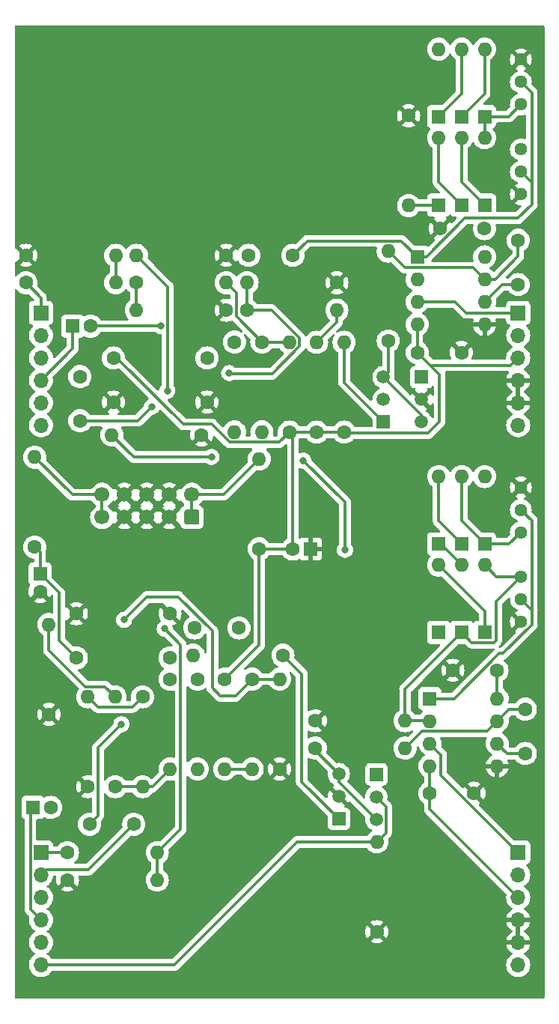
<source format=gtl>
G04 #@! TF.GenerationSoftware,KiCad,Pcbnew,7.0.7-7.0.7~ubuntu22.04.1*
G04 #@! TF.CreationDate,2023-09-23T22:53:29+02:00*
G04 #@! TF.ProjectId,MS20-VCF,4d533230-2d56-4434-962e-6b696361645f,rev?*
G04 #@! TF.SameCoordinates,Original*
G04 #@! TF.FileFunction,Copper,L1,Top*
G04 #@! TF.FilePolarity,Positive*
%FSLAX46Y46*%
G04 Gerber Fmt 4.6, Leading zero omitted, Abs format (unit mm)*
G04 Created by KiCad (PCBNEW 7.0.7-7.0.7~ubuntu22.04.1) date 2023-09-23 22:53:29*
%MOMM*%
%LPD*%
G01*
G04 APERTURE LIST*
G04 #@! TA.AperFunction,ComponentPad*
%ADD10C,1.600000*%
G04 #@! TD*
G04 #@! TA.AperFunction,ComponentPad*
%ADD11R,1.600000X1.600000*%
G04 #@! TD*
G04 #@! TA.AperFunction,ComponentPad*
%ADD12O,1.600000X1.600000*%
G04 #@! TD*
G04 #@! TA.AperFunction,ComponentPad*
%ADD13R,1.700000X1.700000*%
G04 #@! TD*
G04 #@! TA.AperFunction,ComponentPad*
%ADD14O,1.700000X1.700000*%
G04 #@! TD*
G04 #@! TA.AperFunction,ComponentPad*
%ADD15R,1.500000X1.500000*%
G04 #@! TD*
G04 #@! TA.AperFunction,ComponentPad*
%ADD16C,1.500000*%
G04 #@! TD*
G04 #@! TA.AperFunction,ComponentPad*
%ADD17C,1.440000*%
G04 #@! TD*
G04 #@! TA.AperFunction,ComponentPad*
%ADD18C,1.700000*%
G04 #@! TD*
G04 #@! TA.AperFunction,ViaPad*
%ADD19C,0.800000*%
G04 #@! TD*
G04 #@! TA.AperFunction,Conductor*
%ADD20C,0.300000*%
G04 #@! TD*
G04 APERTURE END LIST*
D10*
X87000000Y-60800000D03*
X87000000Y-65800000D03*
X87800000Y-113800000D03*
X87800000Y-118800000D03*
X38500000Y-126800000D03*
X43500000Y-126800000D03*
D11*
X83200000Y-56820000D03*
D12*
X83200000Y-49200000D03*
D11*
X83200000Y-46810000D03*
D12*
X83200000Y-39190000D03*
D11*
X80600000Y-56820000D03*
D12*
X80600000Y-49200000D03*
D11*
X80600000Y-46810000D03*
D12*
X80600000Y-39190000D03*
D11*
X78000000Y-56820000D03*
D12*
X78000000Y-49200000D03*
D11*
X78000000Y-46810000D03*
D12*
X78000000Y-39190000D03*
D13*
X87000000Y-69000000D03*
D14*
X87000000Y-71540000D03*
X87000000Y-74080000D03*
X87000000Y-76620000D03*
X87000000Y-79160000D03*
X87000000Y-81700000D03*
D13*
X33000000Y-130000000D03*
D14*
X33000000Y-132540000D03*
X33000000Y-135080000D03*
X33000000Y-137620000D03*
X33000000Y-140160000D03*
X33000000Y-142700000D03*
D15*
X76040000Y-76260000D03*
D16*
X76040000Y-78800000D03*
X76040000Y-81340000D03*
D15*
X71760000Y-81340000D03*
D16*
X71760000Y-78800000D03*
X71760000Y-76260000D03*
D15*
X66700000Y-126200000D03*
D16*
X66700000Y-123660000D03*
X66700000Y-121120000D03*
D10*
X53960000Y-68700000D03*
D12*
X43800000Y-68700000D03*
D10*
X31300000Y-62500000D03*
D12*
X41460000Y-62500000D03*
D10*
X54900000Y-72300000D03*
D12*
X54900000Y-82460000D03*
D10*
X43800000Y-65600000D03*
D12*
X53960000Y-65600000D03*
D10*
X67300000Y-82480000D03*
D12*
X67300000Y-72320000D03*
D10*
X51180000Y-82800000D03*
D12*
X41020000Y-82800000D03*
D10*
X58000000Y-72300000D03*
D12*
X58000000Y-82460000D03*
D10*
X66480000Y-65600000D03*
D12*
X56320000Y-65600000D03*
D10*
X53960000Y-62500000D03*
D12*
X43800000Y-62500000D03*
D10*
X56320000Y-68700000D03*
D12*
X66480000Y-68700000D03*
D10*
X74600000Y-46720000D03*
D12*
X74600000Y-56880000D03*
D10*
X38300000Y-122560000D03*
D12*
X38300000Y-112400000D03*
D10*
X60380000Y-107700000D03*
D12*
X50220000Y-107700000D03*
D10*
X44500000Y-112400000D03*
D12*
X44500000Y-122560000D03*
D10*
X50700000Y-110400000D03*
D12*
X50700000Y-120560000D03*
D10*
X64040000Y-118200000D03*
D12*
X74200000Y-118200000D03*
D10*
X71000000Y-138960000D03*
D12*
X71000000Y-128800000D03*
D10*
X47600000Y-110400000D03*
D12*
X47600000Y-120560000D03*
D10*
X41400000Y-122560000D03*
D12*
X41400000Y-112400000D03*
D10*
X60000000Y-120560000D03*
D12*
X60000000Y-110400000D03*
D10*
X33900000Y-114380000D03*
D12*
X33900000Y-104220000D03*
D10*
X56900000Y-110400000D03*
D12*
X56900000Y-120560000D03*
D10*
X53800000Y-110400000D03*
D12*
X53800000Y-120560000D03*
D10*
X64040000Y-115100000D03*
D12*
X74200000Y-115100000D03*
D11*
X77000000Y-112600000D03*
D12*
X77000000Y-115140000D03*
X77000000Y-117680000D03*
X77000000Y-120220000D03*
X84620000Y-120220000D03*
X84620000Y-117680000D03*
X84620000Y-115140000D03*
X84620000Y-112600000D03*
D13*
X87000000Y-130000000D03*
D14*
X87000000Y-132540000D03*
X87000000Y-135080000D03*
X87000000Y-137620000D03*
X87000000Y-140160000D03*
X87000000Y-142700000D03*
D10*
X72300000Y-72180000D03*
D12*
X72300000Y-62020000D03*
D11*
X75580000Y-62680000D03*
D12*
X75580000Y-65220000D03*
X75580000Y-67760000D03*
X75580000Y-70300000D03*
X83200000Y-70300000D03*
X83200000Y-67760000D03*
X83200000Y-65220000D03*
X83200000Y-62680000D03*
D15*
X70940000Y-121160000D03*
D16*
X70940000Y-123700000D03*
X70940000Y-126240000D03*
D10*
X50400000Y-104600000D03*
X55400000Y-104600000D03*
D11*
X78000000Y-95120000D03*
D12*
X78000000Y-87500000D03*
D11*
X80600000Y-95120000D03*
D12*
X80600000Y-87500000D03*
D11*
X83200000Y-95120000D03*
D12*
X83200000Y-87500000D03*
D11*
X83200000Y-105120000D03*
D12*
X83200000Y-97500000D03*
D11*
X80600000Y-105120000D03*
D12*
X80600000Y-97500000D03*
D11*
X78000000Y-105120000D03*
D12*
X78000000Y-97500000D03*
D10*
X56500000Y-62500000D03*
X61500000Y-62500000D03*
X31300000Y-65600000D03*
D12*
X41460000Y-65600000D03*
D10*
X61100000Y-82480000D03*
D12*
X61100000Y-72320000D03*
D10*
X64200000Y-82480000D03*
D12*
X64200000Y-72320000D03*
D13*
X33000000Y-69000000D03*
D14*
X33000000Y-71540000D03*
X33000000Y-74080000D03*
X33000000Y-76620000D03*
X33000000Y-79160000D03*
X33000000Y-81700000D03*
D10*
X37400000Y-81200000D03*
X37400000Y-76200000D03*
X36000000Y-133100000D03*
D12*
X46160000Y-133100000D03*
D10*
X36000000Y-130000000D03*
D12*
X46160000Y-130000000D03*
D10*
X83180000Y-59480000D03*
X78180000Y-59480000D03*
X82000000Y-123300000D03*
X77000000Y-123300000D03*
X80580000Y-73480000D03*
X75580000Y-73480000D03*
X84600000Y-109400000D03*
X79600000Y-109400000D03*
D11*
X32900000Y-98500000D03*
D10*
X32900000Y-100500000D03*
D11*
X63500000Y-95700000D03*
D10*
X61500000Y-95700000D03*
D11*
X36600000Y-70500000D03*
D10*
X38600000Y-70500000D03*
X57700000Y-95680000D03*
D12*
X57700000Y-85520000D03*
D17*
X87300000Y-55590000D03*
X87300000Y-53050000D03*
X87300000Y-50510000D03*
X87300000Y-45440000D03*
X87300000Y-42900000D03*
X87300000Y-40360000D03*
D11*
X32100000Y-124900000D03*
D10*
X34100000Y-124900000D03*
X32300000Y-95480000D03*
D12*
X32300000Y-85320000D03*
D17*
X87300000Y-103900000D03*
X87300000Y-101360000D03*
X87300000Y-98820000D03*
X87300000Y-93800000D03*
X87300000Y-91260000D03*
X87300000Y-88720000D03*
G04 #@! TA.AperFunction,ComponentPad*
G36*
G01*
X50680000Y-92950000D02*
X49480000Y-92950000D01*
G75*
G02*
X49230000Y-92700000I0J250000D01*
G01*
X49230000Y-91500000D01*
G75*
G02*
X49480000Y-91250000I250000J0D01*
G01*
X50680000Y-91250000D01*
G75*
G02*
X50930000Y-91500000I0J-250000D01*
G01*
X50930000Y-92700000D01*
G75*
G02*
X50680000Y-92950000I-250000J0D01*
G01*
G37*
G04 #@! TD.AperFunction*
D18*
X50080000Y-89560000D03*
X47540000Y-92100000D03*
X47540000Y-89560000D03*
X45000000Y-92100000D03*
X45000000Y-89560000D03*
X42460000Y-92100000D03*
X42460000Y-89560000D03*
X39920000Y-92100000D03*
X39920000Y-89560000D03*
D10*
X37000000Y-108000000D03*
X37000000Y-103000000D03*
X41200000Y-79100000D03*
X41200000Y-74100000D03*
X47600000Y-103000000D03*
X47600000Y-108000000D03*
X51800000Y-74100000D03*
X51800000Y-79100000D03*
D19*
X67400000Y-95800000D03*
X62700000Y-85700000D03*
X46600000Y-70500000D03*
X45540266Y-79617035D03*
X42100000Y-115500000D03*
X52300000Y-85300000D03*
X54300000Y-75800000D03*
X47300000Y-77800000D03*
X42400000Y-103700000D03*
X47000000Y-104700000D03*
D20*
X32900000Y-98500000D02*
X32900000Y-96080000D01*
X35050000Y-100650000D02*
X35050000Y-106050000D01*
X32900000Y-96080000D02*
X32300000Y-95480000D01*
X84600000Y-109400000D02*
X84600000Y-112580000D01*
X84600000Y-112580000D02*
X84620000Y-112600000D01*
X62700000Y-85700000D02*
X67400000Y-90400000D01*
X35050000Y-106050000D02*
X37000000Y-108000000D01*
X32900000Y-98500000D02*
X35050000Y-100650000D01*
X67400000Y-90400000D02*
X67400000Y-95800000D01*
X61500000Y-82880000D02*
X61100000Y-82480000D01*
X77000000Y-125080000D02*
X87000000Y-135080000D01*
X61100000Y-82480000D02*
X64200000Y-82480000D01*
X49100000Y-81600000D02*
X52300000Y-81600000D01*
X87000000Y-74080000D02*
X86150000Y-74930000D01*
X77000000Y-123300000D02*
X77000000Y-120220000D01*
X86150000Y-74930000D02*
X77030000Y-74930000D01*
X41600000Y-74100000D02*
X49100000Y-81600000D01*
X57700000Y-95680000D02*
X61480000Y-95680000D01*
X75580000Y-70300000D02*
X75580000Y-73480000D01*
X77000000Y-123300000D02*
X77000000Y-125080000D01*
X59950000Y-83630000D02*
X61100000Y-82480000D01*
X77030000Y-74930000D02*
X75580000Y-73480000D01*
X52300000Y-81600000D02*
X54330000Y-83630000D01*
X61500000Y-95700000D02*
X61500000Y-82880000D01*
X77030000Y-74930000D02*
X78100000Y-76000000D01*
X57700000Y-95680000D02*
X57700000Y-106500000D01*
X67420000Y-82600000D02*
X67300000Y-82480000D01*
X76800000Y-82600000D02*
X67420000Y-82600000D01*
X78100000Y-81300000D02*
X76800000Y-82600000D01*
X57700000Y-106500000D02*
X53800000Y-110400000D01*
X54330000Y-83630000D02*
X59950000Y-83630000D01*
X61480000Y-95680000D02*
X61500000Y-95700000D01*
X78100000Y-76000000D02*
X78100000Y-81300000D01*
X64200000Y-82480000D02*
X67300000Y-82480000D01*
X41200000Y-74100000D02*
X41600000Y-74100000D01*
X72300000Y-62020000D02*
X74180000Y-63900000D01*
X81880000Y-63900000D02*
X83200000Y-65220000D01*
X87000000Y-60800000D02*
X87000000Y-62600000D01*
X87000000Y-62600000D02*
X84380000Y-65220000D01*
X74180000Y-63900000D02*
X81880000Y-63900000D01*
X84380000Y-65220000D02*
X83200000Y-65220000D01*
X67300000Y-76880000D02*
X71760000Y-81340000D01*
X87000000Y-65800000D02*
X85160000Y-65800000D01*
X67300000Y-72320000D02*
X67300000Y-76880000D01*
X85160000Y-65800000D02*
X83200000Y-67760000D01*
X38600000Y-70500000D02*
X46600000Y-70500000D01*
X66480000Y-68700000D02*
X66480000Y-70040000D01*
X66480000Y-70040000D02*
X64200000Y-72320000D01*
X85740000Y-118800000D02*
X84620000Y-117680000D01*
X87800000Y-118800000D02*
X85740000Y-118800000D01*
X36600000Y-73020000D02*
X33000000Y-76620000D01*
X36600000Y-70500000D02*
X36600000Y-73020000D01*
X63130000Y-60870000D02*
X61500000Y-62500000D01*
X76606346Y-62680000D02*
X75580000Y-62680000D01*
X87300000Y-42900000D02*
X88540000Y-44140000D01*
X87300000Y-53050000D02*
X88410000Y-54160000D01*
X75580000Y-62680000D02*
X73770000Y-60870000D01*
X87000000Y-58300000D02*
X80986346Y-58300000D01*
X73770000Y-60870000D02*
X63130000Y-60870000D01*
X88540000Y-44140000D02*
X88540000Y-54160000D01*
X88410000Y-54160000D02*
X88540000Y-54160000D01*
X88540000Y-56760000D02*
X87000000Y-58300000D01*
X88540000Y-54160000D02*
X88540000Y-56760000D01*
X80986346Y-58300000D02*
X76606346Y-62680000D01*
X45540266Y-79617035D02*
X43957301Y-81200000D01*
X43957301Y-81200000D02*
X37400000Y-81200000D01*
X56900000Y-120560000D02*
X53800000Y-120560000D01*
X43500000Y-126800000D02*
X38350000Y-131950000D01*
X38350000Y-131950000D02*
X33590000Y-131950000D01*
X33590000Y-131950000D02*
X33000000Y-132540000D01*
X31800000Y-136420000D02*
X33000000Y-137620000D01*
X31800000Y-125200000D02*
X31800000Y-136420000D01*
X32100000Y-124900000D02*
X31800000Y-125200000D01*
X80600000Y-54220000D02*
X83200000Y-56820000D01*
X80600000Y-49200000D02*
X80600000Y-54220000D01*
X83200000Y-46810000D02*
X83200000Y-49200000D01*
X85930000Y-46810000D02*
X87300000Y-45440000D01*
X83200000Y-46810000D02*
X85930000Y-46810000D01*
X78000000Y-49200000D02*
X78000000Y-54220000D01*
X78000000Y-54220000D02*
X80600000Y-56820000D01*
X87300000Y-91260000D02*
X88540000Y-92500000D01*
X84873654Y-107500000D02*
X79773654Y-112600000D01*
X88540000Y-102560000D02*
X88540000Y-104260000D01*
X87300000Y-101360000D02*
X88500000Y-102560000D01*
X88540000Y-92500000D02*
X88540000Y-92540000D01*
X88500000Y-102560000D02*
X88540000Y-102560000D01*
X85300000Y-107500000D02*
X84873654Y-107500000D01*
X79773654Y-112600000D02*
X77000000Y-112600000D01*
X88540000Y-92540000D02*
X88540000Y-102560000D01*
X88540000Y-104260000D02*
X85300000Y-107500000D01*
X74660000Y-56820000D02*
X74600000Y-56880000D01*
X78000000Y-56820000D02*
X74660000Y-56820000D01*
X83200000Y-44210000D02*
X80600000Y-46810000D01*
X83200000Y-39190000D02*
X83200000Y-44210000D01*
X80600000Y-44210000D02*
X78000000Y-46810000D01*
X80600000Y-39190000D02*
X80600000Y-44210000D01*
X38500000Y-126800000D02*
X39450000Y-125850000D01*
X39450000Y-118150000D02*
X42100000Y-115500000D01*
X39450000Y-125850000D02*
X39450000Y-118150000D01*
X78000000Y-92520000D02*
X80600000Y-95120000D01*
X78000000Y-87500000D02*
X78000000Y-92520000D01*
X85980000Y-95120000D02*
X87300000Y-93800000D01*
X83200000Y-95120000D02*
X85980000Y-95120000D01*
X80600000Y-92520000D02*
X83200000Y-95120000D01*
X80600000Y-87500000D02*
X80600000Y-92520000D01*
X33000000Y-69000000D02*
X33000000Y-67300000D01*
X33000000Y-67300000D02*
X31300000Y-65600000D01*
X43520000Y-85300000D02*
X41020000Y-82800000D01*
X52300000Y-85300000D02*
X43520000Y-85300000D01*
X75580000Y-67760000D02*
X79860000Y-67760000D01*
X79860000Y-67760000D02*
X81100000Y-69000000D01*
X81100000Y-69000000D02*
X87000000Y-69000000D01*
X85960000Y-113800000D02*
X84620000Y-115140000D01*
X87800000Y-113800000D02*
X85960000Y-113800000D01*
X84620000Y-115140000D02*
X83470000Y-116290000D01*
X83470000Y-116290000D02*
X76110000Y-116290000D01*
X76110000Y-116290000D02*
X74200000Y-118200000D01*
X36000000Y-130000000D02*
X33000000Y-130000000D01*
X72040000Y-127760000D02*
X72040000Y-124800000D01*
X71000000Y-128800000D02*
X62000000Y-128800000D01*
X62000000Y-128800000D02*
X48100000Y-142700000D01*
X72040000Y-124800000D02*
X70940000Y-123700000D01*
X48100000Y-142700000D02*
X33000000Y-142700000D01*
X71000000Y-128800000D02*
X72040000Y-127760000D01*
X87000000Y-130000000D02*
X78269656Y-121269656D01*
X78269656Y-118949656D02*
X77000000Y-117680000D01*
X78269656Y-121269656D02*
X78269656Y-118949656D01*
X78220000Y-95120000D02*
X80600000Y-97500000D01*
X78000000Y-95120000D02*
X78220000Y-95120000D01*
X84500689Y-101619311D02*
X87300000Y-98820000D01*
X74200000Y-111520000D02*
X80600000Y-105120000D01*
X81750000Y-106270000D02*
X84230000Y-106270000D01*
X74200000Y-115100000D02*
X74200000Y-111520000D01*
X80600000Y-105120000D02*
X81750000Y-106270000D01*
X74200000Y-115100000D02*
X76960000Y-115100000D01*
X84500689Y-105999311D02*
X84500689Y-101619311D01*
X76960000Y-115100000D02*
X77000000Y-115140000D01*
X87300000Y-98820000D02*
X84520000Y-98820000D01*
X84520000Y-98820000D02*
X83200000Y-97500000D01*
X84230000Y-106270000D02*
X84500689Y-105999311D01*
X83200000Y-102700000D02*
X78000000Y-97500000D01*
X83200000Y-105120000D02*
X83200000Y-102700000D01*
X58020000Y-72320000D02*
X58000000Y-72300000D01*
X61100000Y-72320000D02*
X58020000Y-72320000D01*
X55110000Y-66750000D02*
X55110000Y-69410000D01*
X55110000Y-69410000D02*
X58000000Y-72300000D01*
X53960000Y-65600000D02*
X55110000Y-66750000D01*
X39920000Y-89560000D02*
X39920000Y-92100000D01*
X39920000Y-89560000D02*
X36540000Y-89560000D01*
X36540000Y-89560000D02*
X32300000Y-85320000D01*
X50080000Y-89560000D02*
X53660000Y-89560000D01*
X53660000Y-89560000D02*
X57700000Y-85520000D01*
X50080000Y-92100000D02*
X50080000Y-89560000D01*
X47600000Y-120560000D02*
X45600000Y-122560000D01*
X44500000Y-122560000D02*
X41400000Y-122560000D01*
X45600000Y-122560000D02*
X44500000Y-122560000D01*
X76040000Y-80540000D02*
X76040000Y-81340000D01*
X72300000Y-75720000D02*
X71760000Y-76260000D01*
X71760000Y-76260000D02*
X76040000Y-80540000D01*
X72300000Y-72180000D02*
X72300000Y-75720000D01*
X62500000Y-122000000D02*
X62500000Y-109820000D01*
X66700000Y-126200000D02*
X62500000Y-122000000D01*
X62500000Y-109820000D02*
X60380000Y-107700000D01*
X66700000Y-122000000D02*
X66700000Y-121120000D01*
X66700000Y-121120000D02*
X64040000Y-118460000D01*
X70940000Y-126240000D02*
X66700000Y-122000000D01*
X64040000Y-118460000D02*
X64040000Y-118200000D01*
X43800000Y-65600000D02*
X43800000Y-68700000D01*
X56320000Y-68700000D02*
X59106346Y-68700000D01*
X59146346Y-75900000D02*
X57400000Y-75900000D01*
X59106346Y-68700000D02*
X62250000Y-71843654D01*
X57400000Y-75900000D02*
X54400000Y-75900000D01*
X62250000Y-72796346D02*
X59146346Y-75900000D01*
X62250000Y-71843654D02*
X62250000Y-72796346D01*
X56320000Y-65600000D02*
X56320000Y-68700000D01*
X54400000Y-75900000D02*
X54300000Y-75800000D01*
X41460000Y-62500000D02*
X41460000Y-65600000D01*
X47350000Y-77750000D02*
X47350000Y-66050000D01*
X47300000Y-77800000D02*
X47350000Y-77750000D01*
X47350000Y-66050000D02*
X43800000Y-62500000D01*
X38300000Y-112400000D02*
X39450000Y-113550000D01*
X43350000Y-113550000D02*
X44500000Y-112400000D01*
X39450000Y-113550000D02*
X43350000Y-113550000D01*
X45000000Y-101100000D02*
X48526346Y-101100000D01*
X60000000Y-110400000D02*
X56900000Y-110400000D01*
X55000000Y-112300000D02*
X56900000Y-110400000D01*
X52400000Y-104973654D02*
X52400000Y-111400000D01*
X53300000Y-112300000D02*
X55000000Y-112300000D01*
X52400000Y-111400000D02*
X53300000Y-112300000D01*
X42400000Y-103700000D02*
X45000000Y-101100000D01*
X48526346Y-101100000D02*
X52400000Y-104973654D01*
X48800000Y-127360000D02*
X46160000Y-130000000D01*
X46160000Y-133100000D02*
X46160000Y-130000000D01*
X48800000Y-106500000D02*
X48800000Y-127360000D01*
X47000000Y-104700000D02*
X48800000Y-106500000D01*
X38050000Y-111250000D02*
X40250000Y-111250000D01*
X33900000Y-104220000D02*
X33900000Y-107100000D01*
X33900000Y-107100000D02*
X38050000Y-111250000D01*
X40250000Y-111250000D02*
X41400000Y-112400000D01*
G04 #@! TA.AperFunction,Conductor*
G36*
X80973268Y-106438091D02*
G01*
X81014145Y-106465405D01*
X81223125Y-106674385D01*
X81236642Y-106691256D01*
X81238583Y-106693079D01*
X81238584Y-106693080D01*
X81283985Y-106735714D01*
X81290256Y-106741603D01*
X81293067Y-106744327D01*
X81313667Y-106764927D01*
X81317170Y-106767644D01*
X81326197Y-106775354D01*
X81359867Y-106806972D01*
X81378666Y-106817307D01*
X81395185Y-106828159D01*
X81409326Y-106839128D01*
X81412132Y-106841304D01*
X81454534Y-106859653D01*
X81465182Y-106864870D01*
X81491149Y-106879145D01*
X81505663Y-106887124D01*
X81526432Y-106892456D01*
X81545134Y-106898859D01*
X81564824Y-106907380D01*
X81610448Y-106914605D01*
X81622067Y-106917011D01*
X81666812Y-106928500D01*
X81688259Y-106928500D01*
X81707967Y-106930050D01*
X81729152Y-106933406D01*
X81775140Y-106929058D01*
X81786996Y-106928500D01*
X84143389Y-106928500D01*
X84164873Y-106930871D01*
X84167534Y-106930787D01*
X84167537Y-106930788D01*
X84204688Y-106929620D01*
X84263008Y-106941889D01*
X84309167Y-106979588D01*
X84332836Y-107034284D01*
X84328720Y-107093740D01*
X84297740Y-107144653D01*
X79537799Y-111904595D01*
X79496922Y-111931909D01*
X79448704Y-111941500D01*
X78434500Y-111941500D01*
X78371500Y-111924619D01*
X78325381Y-111878500D01*
X78308500Y-111815500D01*
X78308500Y-111751362D01*
X78305102Y-111719756D01*
X78301989Y-111690799D01*
X78250889Y-111553796D01*
X78243393Y-111543782D01*
X78163261Y-111436738D01*
X78046205Y-111349111D01*
X77965699Y-111319084D01*
X77909201Y-111298011D01*
X77848638Y-111291500D01*
X76151362Y-111291500D01*
X76090799Y-111298011D01*
X75953794Y-111349111D01*
X75836738Y-111436738D01*
X75749111Y-111553794D01*
X75708156Y-111663600D01*
X75698011Y-111690799D01*
X75691500Y-111751362D01*
X75691500Y-113448638D01*
X75698011Y-113509201D01*
X75708575Y-113537523D01*
X75749111Y-113646205D01*
X75836738Y-113763261D01*
X75953794Y-113850888D01*
X75953795Y-113850888D01*
X75953796Y-113850889D01*
X76090799Y-113901989D01*
X76100198Y-113902999D01*
X76157021Y-113923705D01*
X76197650Y-113968504D01*
X76212724Y-114027074D01*
X76198771Y-114085921D01*
X76159005Y-114131487D01*
X76155698Y-114133802D01*
X75993804Y-114295696D01*
X75945863Y-114364163D01*
X75934774Y-114380001D01*
X75929333Y-114387771D01*
X75884300Y-114427263D01*
X75826120Y-114441500D01*
X75401888Y-114441500D01*
X75343708Y-114427263D01*
X75298675Y-114387771D01*
X75293234Y-114380001D01*
X75206198Y-114255700D01*
X75206197Y-114255699D01*
X75206195Y-114255696D01*
X75044303Y-114093804D01*
X74976670Y-114046447D01*
X74912228Y-114001323D01*
X74872737Y-113956292D01*
X74858500Y-113898112D01*
X74858500Y-111844950D01*
X74868091Y-111796732D01*
X74895405Y-111755855D01*
X76164160Y-110487100D01*
X78872110Y-110487100D01*
X78943497Y-110537085D01*
X79150929Y-110633813D01*
X79372000Y-110693048D01*
X79600000Y-110712995D01*
X79827999Y-110693048D01*
X80049070Y-110633813D01*
X80256498Y-110537087D01*
X80327888Y-110487099D01*
X80327888Y-110487097D01*
X79600001Y-109759210D01*
X79600000Y-109759210D01*
X78872110Y-110487098D01*
X78872110Y-110487100D01*
X76164160Y-110487100D01*
X77251260Y-109400000D01*
X78287004Y-109400000D01*
X78306951Y-109627999D01*
X78366186Y-109849070D01*
X78462912Y-110056497D01*
X78512900Y-110127887D01*
X79240789Y-109400001D01*
X79959210Y-109400001D01*
X80687097Y-110127888D01*
X80687099Y-110127888D01*
X80737087Y-110056498D01*
X80833813Y-109849070D01*
X80893048Y-109627999D01*
X80912995Y-109400000D01*
X80893048Y-109172000D01*
X80833813Y-108950929D01*
X80737085Y-108743497D01*
X80687100Y-108672110D01*
X80687098Y-108672110D01*
X79959210Y-109400000D01*
X79959210Y-109400001D01*
X79240789Y-109400001D01*
X79240790Y-109400000D01*
X79240790Y-109399999D01*
X78512900Y-108672109D01*
X78462913Y-108743499D01*
X78366186Y-108950929D01*
X78306951Y-109172000D01*
X78287004Y-109400000D01*
X77251260Y-109400000D01*
X78338360Y-108312900D01*
X78872109Y-108312900D01*
X79599999Y-109040790D01*
X79600000Y-109040790D01*
X80327888Y-108312899D01*
X80256497Y-108262912D01*
X80049070Y-108166186D01*
X79827999Y-108106951D01*
X79600000Y-108087004D01*
X79372000Y-108106951D01*
X79150929Y-108166186D01*
X78943499Y-108262913D01*
X78872109Y-108312900D01*
X78338360Y-108312900D01*
X80185855Y-106465405D01*
X80226732Y-106438091D01*
X80274950Y-106428500D01*
X80925050Y-106428500D01*
X80973268Y-106438091D01*
G37*
G04 #@! TD.AperFunction*
G04 #@! TA.AperFunction,Conductor*
G36*
X86026415Y-101184407D02*
G01*
X86063104Y-101233095D01*
X86072641Y-101293307D01*
X86066807Y-101360000D01*
X86071570Y-101414446D01*
X86085542Y-101574142D01*
X86141177Y-101781776D01*
X86232024Y-101976598D01*
X86355321Y-102152684D01*
X86507315Y-102304678D01*
X86683401Y-102427975D01*
X86683402Y-102427975D01*
X86683403Y-102427976D01*
X86808822Y-102486460D01*
X86872343Y-102516080D01*
X86925360Y-102562575D01*
X86945093Y-102630274D01*
X86925361Y-102697974D01*
X86872344Y-102744469D01*
X86683658Y-102832456D01*
X86629552Y-102870340D01*
X87300000Y-103540790D01*
X87570115Y-103810905D01*
X87602727Y-103867389D01*
X87602727Y-103932611D01*
X87570115Y-103989095D01*
X86629551Y-104929658D01*
X86688600Y-104971004D01*
X86725449Y-105011217D01*
X86741850Y-105063236D01*
X86734731Y-105117312D01*
X86705426Y-105163313D01*
X86262545Y-105606195D01*
X85064142Y-106804597D01*
X85023268Y-106831909D01*
X84975050Y-106841500D01*
X84960265Y-106841500D01*
X84938778Y-106839128D01*
X84898963Y-106840379D01*
X84840643Y-106828109D01*
X84794484Y-106790410D01*
X84770816Y-106735714D01*
X84774932Y-106676258D01*
X84805910Y-106625348D01*
X84905076Y-106526182D01*
X84921940Y-106512673D01*
X84923765Y-106510729D01*
X84923769Y-106510727D01*
X84972295Y-106459050D01*
X84975017Y-106456241D01*
X84995616Y-106435644D01*
X84998337Y-106432134D01*
X85006035Y-106423120D01*
X85037661Y-106389444D01*
X85047992Y-106370650D01*
X85058848Y-106354125D01*
X85071993Y-106337179D01*
X85090341Y-106294776D01*
X85095566Y-106284114D01*
X85117811Y-106243651D01*
X85117813Y-106243648D01*
X85123147Y-106222869D01*
X85129545Y-106204180D01*
X85138069Y-106184487D01*
X85145298Y-106138832D01*
X85147699Y-106127243D01*
X85159189Y-106082499D01*
X85159189Y-106061052D01*
X85160740Y-106041341D01*
X85164095Y-106020159D01*
X85159747Y-105974170D01*
X85159189Y-105962315D01*
X85159189Y-103900000D01*
X86067309Y-103900000D01*
X86086036Y-104114055D01*
X86141648Y-104321604D01*
X86232458Y-104516345D01*
X86270340Y-104570447D01*
X86940789Y-103900000D01*
X86270340Y-103229552D01*
X86232458Y-103283656D01*
X86141648Y-103478395D01*
X86086036Y-103685944D01*
X86067309Y-103900000D01*
X85159189Y-103900000D01*
X85159189Y-101944261D01*
X85168780Y-101896043D01*
X85196091Y-101855168D01*
X85858028Y-101193231D01*
X85910282Y-101161834D01*
X85971163Y-101158643D01*
X86026415Y-101184407D01*
G37*
G04 #@! TD.AperFunction*
G04 #@! TA.AperFunction,Conductor*
G36*
X89911500Y-36542381D02*
G01*
X89957619Y-36588500D01*
X89974500Y-36651500D01*
X89974500Y-146348500D01*
X89957619Y-146411500D01*
X89911500Y-146457619D01*
X89848500Y-146474500D01*
X30151500Y-146474500D01*
X30088500Y-146457619D01*
X30042381Y-146411500D01*
X30025500Y-146348500D01*
X30025500Y-122559999D01*
X36987004Y-122559999D01*
X37006951Y-122787999D01*
X37066186Y-123009070D01*
X37162912Y-123216497D01*
X37212900Y-123287887D01*
X37940790Y-122560000D01*
X37940790Y-122559999D01*
X37212900Y-121832109D01*
X37162913Y-121903499D01*
X37066186Y-122110929D01*
X37006951Y-122332000D01*
X36987004Y-122559999D01*
X30025500Y-122559999D01*
X30025500Y-115467100D01*
X33172110Y-115467100D01*
X33243497Y-115517085D01*
X33450929Y-115613813D01*
X33672000Y-115673048D01*
X33900000Y-115692995D01*
X34127999Y-115673048D01*
X34349070Y-115613813D01*
X34556498Y-115517087D01*
X34627888Y-115467099D01*
X34627888Y-115467097D01*
X33900001Y-114739210D01*
X33900000Y-114739210D01*
X33172110Y-115467098D01*
X33172110Y-115467100D01*
X30025500Y-115467100D01*
X30025500Y-114379999D01*
X32587004Y-114379999D01*
X32606951Y-114607999D01*
X32666186Y-114829070D01*
X32762912Y-115036497D01*
X32812900Y-115107887D01*
X33540789Y-114380001D01*
X34259210Y-114380001D01*
X34987097Y-115107888D01*
X34987099Y-115107888D01*
X35037087Y-115036498D01*
X35133813Y-114829070D01*
X35193048Y-114607999D01*
X35212995Y-114379999D01*
X35193048Y-114152000D01*
X35133813Y-113930929D01*
X35037085Y-113723497D01*
X34987100Y-113652110D01*
X34987098Y-113652110D01*
X34259210Y-114380000D01*
X34259210Y-114380001D01*
X33540789Y-114380001D01*
X33540790Y-114380000D01*
X33540790Y-114379999D01*
X32812900Y-113652109D01*
X32762913Y-113723499D01*
X32666186Y-113930929D01*
X32606951Y-114152000D01*
X32587004Y-114379999D01*
X30025500Y-114379999D01*
X30025500Y-113292900D01*
X33172109Y-113292900D01*
X33899999Y-114020790D01*
X33900000Y-114020790D01*
X34627888Y-113292899D01*
X34556497Y-113242912D01*
X34349070Y-113146186D01*
X34127999Y-113086951D01*
X33900000Y-113067004D01*
X33672000Y-113086951D01*
X33450929Y-113146186D01*
X33243499Y-113242913D01*
X33172109Y-113292900D01*
X30025500Y-113292900D01*
X30025500Y-101587100D01*
X32172110Y-101587100D01*
X32243497Y-101637085D01*
X32450929Y-101733813D01*
X32672000Y-101793048D01*
X32900000Y-101812995D01*
X33127999Y-101793048D01*
X33349070Y-101733813D01*
X33556498Y-101637087D01*
X33627888Y-101587099D01*
X33627888Y-101587097D01*
X32900001Y-100859210D01*
X32900000Y-100859210D01*
X32172110Y-101587098D01*
X32172110Y-101587100D01*
X30025500Y-101587100D01*
X30025500Y-95479999D01*
X30986502Y-95479999D01*
X31006457Y-95708087D01*
X31065715Y-95929243D01*
X31162477Y-96136750D01*
X31293804Y-96324303D01*
X31455696Y-96486195D01*
X31643249Y-96617522D01*
X31850756Y-96714284D01*
X31910015Y-96730162D01*
X32071913Y-96773543D01*
X32126482Y-96778317D01*
X32184738Y-96798567D01*
X32226405Y-96844038D01*
X32241500Y-96903838D01*
X32241500Y-97065500D01*
X32224619Y-97128500D01*
X32178500Y-97174619D01*
X32115500Y-97191500D01*
X32051362Y-97191500D01*
X31990799Y-97198011D01*
X31853794Y-97249111D01*
X31736738Y-97336738D01*
X31649111Y-97453794D01*
X31617044Y-97539769D01*
X31598011Y-97590799D01*
X31591500Y-97651362D01*
X31591500Y-99348638D01*
X31598011Y-99409201D01*
X31608425Y-99437122D01*
X31649110Y-99546203D01*
X31649111Y-99546204D01*
X31736739Y-99663261D01*
X31738997Y-99664951D01*
X31778782Y-99714994D01*
X31788886Y-99778123D01*
X31766705Y-99838084D01*
X31762914Y-99843498D01*
X31666186Y-100050929D01*
X31606951Y-100272000D01*
X31587004Y-100500000D01*
X31606951Y-100727999D01*
X31666186Y-100949070D01*
X31762912Y-101156497D01*
X31812900Y-101227888D01*
X32810904Y-100229885D01*
X32867388Y-100197273D01*
X32932610Y-100197273D01*
X32989094Y-100229885D01*
X33987097Y-101227888D01*
X33987099Y-101227888D01*
X34037087Y-101156498D01*
X34133812Y-100949072D01*
X34137343Y-100935894D01*
X34169953Y-100879408D01*
X34226438Y-100846795D01*
X34291661Y-100846794D01*
X34348146Y-100879406D01*
X34354595Y-100885855D01*
X34381909Y-100926732D01*
X34391500Y-100974950D01*
X34391500Y-102832832D01*
X34378506Y-102888560D01*
X34342204Y-102932795D01*
X34290081Y-102956411D01*
X34232889Y-102954539D01*
X34128087Y-102926457D01*
X33900000Y-102906502D01*
X33671912Y-102926457D01*
X33450756Y-102985715D01*
X33243249Y-103082477D01*
X33055696Y-103213804D01*
X32893804Y-103375696D01*
X32762477Y-103563249D01*
X32665715Y-103770756D01*
X32606457Y-103991912D01*
X32587773Y-104205466D01*
X32586502Y-104220000D01*
X32587802Y-104234862D01*
X32606457Y-104448087D01*
X32665715Y-104669243D01*
X32762477Y-104876750D01*
X32893804Y-105064303D01*
X33055696Y-105226195D01*
X33055699Y-105226197D01*
X33055700Y-105226198D01*
X33187771Y-105318676D01*
X33227263Y-105363708D01*
X33241500Y-105421888D01*
X33241500Y-107013389D01*
X33239128Y-107034874D01*
X33241438Y-107108369D01*
X33241500Y-107112327D01*
X33241500Y-107141436D01*
X33242055Y-107145832D01*
X33242986Y-107157656D01*
X33244437Y-107203831D01*
X33250421Y-107224427D01*
X33254429Y-107243782D01*
X33257117Y-107265061D01*
X33274124Y-107308017D01*
X33277967Y-107319244D01*
X33290854Y-107363600D01*
X33301770Y-107382058D01*
X33310467Y-107399810D01*
X33318364Y-107419756D01*
X33345514Y-107457123D01*
X33352030Y-107467042D01*
X33354911Y-107471913D01*
X33375549Y-107506810D01*
X33390710Y-107521971D01*
X33403550Y-107537004D01*
X33416157Y-107554355D01*
X33451752Y-107583802D01*
X33460532Y-107591792D01*
X35406682Y-109537942D01*
X37272843Y-111404102D01*
X37303353Y-111453564D01*
X37308418Y-111511458D01*
X37286961Y-111565467D01*
X37162479Y-111743246D01*
X37065715Y-111950756D01*
X37006457Y-112171912D01*
X36986502Y-112400000D01*
X37006457Y-112628087D01*
X37065715Y-112849243D01*
X37162477Y-113056750D01*
X37293804Y-113244303D01*
X37455696Y-113406195D01*
X37643249Y-113537522D01*
X37850756Y-113634284D01*
X37895246Y-113646205D01*
X38071913Y-113693543D01*
X38300000Y-113713498D01*
X38528087Y-113693543D01*
X38563655Y-113684011D01*
X38628878Y-113684011D01*
X38685363Y-113716623D01*
X38923125Y-113954385D01*
X38936642Y-113971256D01*
X38938583Y-113973079D01*
X38938584Y-113973080D01*
X38968662Y-114001325D01*
X38990256Y-114021603D01*
X38993067Y-114024327D01*
X39013667Y-114044927D01*
X39015627Y-114046447D01*
X39017170Y-114047644D01*
X39026197Y-114055354D01*
X39059867Y-114086972D01*
X39078666Y-114097307D01*
X39095186Y-114108159D01*
X39112132Y-114121304D01*
X39154534Y-114139653D01*
X39165182Y-114144870D01*
X39191149Y-114159145D01*
X39205663Y-114167124D01*
X39226432Y-114172456D01*
X39245134Y-114178859D01*
X39264824Y-114187380D01*
X39310448Y-114194605D01*
X39322067Y-114197011D01*
X39366812Y-114208500D01*
X39388259Y-114208500D01*
X39407967Y-114210050D01*
X39429152Y-114213406D01*
X39475140Y-114209058D01*
X39486996Y-114208500D01*
X43263389Y-114208500D01*
X43284874Y-114210871D01*
X43287534Y-114210787D01*
X43287537Y-114210788D01*
X43358369Y-114208561D01*
X43362327Y-114208500D01*
X43391434Y-114208500D01*
X43395825Y-114207945D01*
X43407662Y-114207012D01*
X43453831Y-114205562D01*
X43465412Y-114202197D01*
X43474418Y-114199581D01*
X43493780Y-114195570D01*
X43515064Y-114192882D01*
X43558032Y-114175869D01*
X43569231Y-114172035D01*
X43613600Y-114159145D01*
X43632064Y-114148224D01*
X43649807Y-114139532D01*
X43669756Y-114131635D01*
X43707148Y-114104466D01*
X43717025Y-114097978D01*
X43756807Y-114074453D01*
X43771974Y-114059285D01*
X43787006Y-114046447D01*
X43804354Y-114033843D01*
X43804353Y-114033843D01*
X43804357Y-114033841D01*
X43833812Y-113998233D01*
X43841781Y-113989477D01*
X44114637Y-113716621D01*
X44171120Y-113684011D01*
X44236343Y-113684012D01*
X44271909Y-113693542D01*
X44271913Y-113693543D01*
X44500000Y-113713498D01*
X44728087Y-113693543D01*
X44949243Y-113634284D01*
X45156749Y-113537523D01*
X45344300Y-113406198D01*
X45506198Y-113244300D01*
X45637523Y-113056749D01*
X45734284Y-112849243D01*
X45793543Y-112628087D01*
X45813498Y-112400000D01*
X45793543Y-112171913D01*
X45734284Y-111950757D01*
X45731788Y-111945405D01*
X45648619Y-111767046D01*
X45637523Y-111743251D01*
X45637519Y-111743246D01*
X45512755Y-111565064D01*
X45506198Y-111555700D01*
X45506197Y-111555699D01*
X45506195Y-111555696D01*
X45344303Y-111393804D01*
X45156750Y-111262477D01*
X44949243Y-111165715D01*
X44728087Y-111106457D01*
X44500000Y-111086502D01*
X44271912Y-111106457D01*
X44050756Y-111165715D01*
X43843249Y-111262477D01*
X43655696Y-111393804D01*
X43493804Y-111555696D01*
X43362477Y-111743249D01*
X43265715Y-111950756D01*
X43206457Y-112171912D01*
X43186502Y-112400000D01*
X43206457Y-112628091D01*
X43215987Y-112663658D01*
X43215987Y-112728878D01*
X43183377Y-112785361D01*
X43114146Y-112854594D01*
X43073268Y-112881908D01*
X43025049Y-112891500D01*
X42787168Y-112891500D01*
X42731440Y-112878506D01*
X42687205Y-112842204D01*
X42663589Y-112790081D01*
X42665461Y-112732889D01*
X42666536Y-112728878D01*
X42693543Y-112628087D01*
X42713498Y-112400000D01*
X42693543Y-112171913D01*
X42634284Y-111950757D01*
X42631788Y-111945405D01*
X42548619Y-111767046D01*
X42537523Y-111743251D01*
X42537519Y-111743246D01*
X42412755Y-111565064D01*
X42406198Y-111555700D01*
X42406197Y-111555699D01*
X42406195Y-111555696D01*
X42244303Y-111393804D01*
X42056750Y-111262477D01*
X41849243Y-111165715D01*
X41628087Y-111106457D01*
X41400000Y-111086502D01*
X41171910Y-111106457D01*
X41136341Y-111115988D01*
X41071119Y-111115988D01*
X41014636Y-111083376D01*
X40776874Y-110845614D01*
X40763356Y-110828742D01*
X40709742Y-110778395D01*
X40706930Y-110775670D01*
X40686333Y-110755073D01*
X40682828Y-110752354D01*
X40673803Y-110744646D01*
X40640131Y-110713026D01*
X40621338Y-110702694D01*
X40604817Y-110691842D01*
X40587870Y-110678697D01*
X40587868Y-110678696D01*
X40545459Y-110660343D01*
X40534818Y-110655130D01*
X40494337Y-110632876D01*
X40494334Y-110632875D01*
X40473568Y-110627543D01*
X40454864Y-110621139D01*
X40435178Y-110612620D01*
X40389552Y-110605394D01*
X40377928Y-110602987D01*
X40361180Y-110598687D01*
X40333188Y-110591500D01*
X40333187Y-110591500D01*
X40311741Y-110591500D01*
X40292032Y-110589949D01*
X40270848Y-110586594D01*
X40270847Y-110586594D01*
X40250770Y-110588491D01*
X40224859Y-110590941D01*
X40213004Y-110591500D01*
X38374949Y-110591500D01*
X38326731Y-110581909D01*
X38285854Y-110554595D01*
X37222078Y-109490819D01*
X37189466Y-109434335D01*
X37189466Y-109369113D01*
X37222078Y-109312628D01*
X37278558Y-109280019D01*
X37449243Y-109234284D01*
X37656749Y-109137523D01*
X37844300Y-109006198D01*
X38006198Y-108844300D01*
X38137523Y-108656749D01*
X38234284Y-108449243D01*
X38293543Y-108228087D01*
X38313498Y-108000000D01*
X38293543Y-107771913D01*
X38244152Y-107587586D01*
X38234284Y-107550756D01*
X38137522Y-107343249D01*
X38039900Y-107203831D01*
X38006198Y-107155700D01*
X38006197Y-107155699D01*
X38006195Y-107155696D01*
X37844303Y-106993804D01*
X37656750Y-106862477D01*
X37449243Y-106765715D01*
X37228087Y-106706457D01*
X37000000Y-106686502D01*
X36771910Y-106706457D01*
X36736341Y-106715988D01*
X36671119Y-106715988D01*
X36614635Y-106683376D01*
X35745404Y-105814144D01*
X35718091Y-105773267D01*
X35708500Y-105725049D01*
X35708500Y-104087100D01*
X36272110Y-104087100D01*
X36343497Y-104137085D01*
X36550929Y-104233813D01*
X36772000Y-104293048D01*
X37000000Y-104312995D01*
X37227999Y-104293048D01*
X37449070Y-104233813D01*
X37656498Y-104137087D01*
X37727888Y-104087099D01*
X37727888Y-104087097D01*
X37000001Y-103359210D01*
X37000000Y-103359210D01*
X36272110Y-104087098D01*
X36272110Y-104087100D01*
X35708500Y-104087100D01*
X35708500Y-103835597D01*
X35724298Y-103774511D01*
X35767730Y-103728743D01*
X35827906Y-103709770D01*
X35889735Y-103722349D01*
X35894317Y-103726262D01*
X35912899Y-103727888D01*
X36640789Y-103000001D01*
X37359210Y-103000001D01*
X38087097Y-103727888D01*
X38087099Y-103727888D01*
X38137087Y-103656498D01*
X38233813Y-103449070D01*
X38293048Y-103227999D01*
X38312995Y-103000000D01*
X38293048Y-102772000D01*
X38233813Y-102550929D01*
X38137085Y-102343497D01*
X38087100Y-102272110D01*
X38087098Y-102272110D01*
X37359210Y-103000000D01*
X37359210Y-103000001D01*
X36640789Y-103000001D01*
X36640790Y-103000000D01*
X36640790Y-102999999D01*
X35912900Y-102272109D01*
X35894318Y-102273735D01*
X35889736Y-102277649D01*
X35827907Y-102290229D01*
X35767731Y-102271257D01*
X35724298Y-102225488D01*
X35708500Y-102164402D01*
X35708500Y-101912900D01*
X36272109Y-101912900D01*
X36999999Y-102640790D01*
X37000000Y-102640790D01*
X37727888Y-101912899D01*
X37656497Y-101862912D01*
X37449070Y-101766186D01*
X37227999Y-101706951D01*
X37000000Y-101687004D01*
X36772000Y-101706951D01*
X36550929Y-101766186D01*
X36343499Y-101862913D01*
X36272109Y-101912900D01*
X35708500Y-101912900D01*
X35708500Y-100736611D01*
X35710871Y-100715125D01*
X35710787Y-100712465D01*
X35710788Y-100712463D01*
X35708561Y-100641630D01*
X35708500Y-100637673D01*
X35708500Y-100608572D01*
X35708500Y-100608568D01*
X35707943Y-100604161D01*
X35707012Y-100592330D01*
X35706961Y-100590710D01*
X35705562Y-100546169D01*
X35699578Y-100525574D01*
X35695570Y-100506217D01*
X35695432Y-100505124D01*
X35692882Y-100484936D01*
X35675874Y-100441978D01*
X35672030Y-100430751D01*
X35659145Y-100386400D01*
X35648224Y-100367935D01*
X35639531Y-100350189D01*
X35631635Y-100330244D01*
X35604473Y-100292860D01*
X35597964Y-100282950D01*
X35593652Y-100275658D01*
X35574453Y-100243193D01*
X35559288Y-100228028D01*
X35546447Y-100212994D01*
X35533840Y-100195642D01*
X35498246Y-100166196D01*
X35489467Y-100158207D01*
X34245405Y-98914145D01*
X34218091Y-98873268D01*
X34208500Y-98825050D01*
X34208500Y-97651362D01*
X34201989Y-97590799D01*
X34150889Y-97453796D01*
X34150888Y-97453794D01*
X34063261Y-97336738D01*
X33946205Y-97249111D01*
X33877702Y-97223561D01*
X33809201Y-97198011D01*
X33748638Y-97191500D01*
X33684500Y-97191500D01*
X33621500Y-97174619D01*
X33575381Y-97128500D01*
X33558500Y-97065500D01*
X33558500Y-96166611D01*
X33560871Y-96145125D01*
X33560787Y-96142465D01*
X33560788Y-96142463D01*
X33558561Y-96071630D01*
X33558500Y-96067673D01*
X33558500Y-96038572D01*
X33558500Y-96038568D01*
X33557943Y-96034161D01*
X33557012Y-96022330D01*
X33555994Y-95989928D01*
X33555562Y-95976169D01*
X33549579Y-95955578D01*
X33545572Y-95936230D01*
X33544689Y-95929243D01*
X33544454Y-95927382D01*
X33547752Y-95878975D01*
X33593543Y-95708087D01*
X33613498Y-95480000D01*
X33593543Y-95251913D01*
X33534937Y-95033193D01*
X33534284Y-95030756D01*
X33437522Y-94823249D01*
X33306195Y-94635696D01*
X33144303Y-94473804D01*
X32956750Y-94342477D01*
X32749243Y-94245715D01*
X32528087Y-94186457D01*
X32300000Y-94166502D01*
X32071912Y-94186457D01*
X31850756Y-94245715D01*
X31643249Y-94342477D01*
X31455696Y-94473804D01*
X31293804Y-94635696D01*
X31162477Y-94823249D01*
X31065715Y-95030756D01*
X31006457Y-95251912D01*
X30986502Y-95479999D01*
X30025500Y-95479999D01*
X30025500Y-85319999D01*
X30986502Y-85319999D01*
X31006457Y-85548087D01*
X31065715Y-85769243D01*
X31162477Y-85976750D01*
X31293804Y-86164303D01*
X31455696Y-86326195D01*
X31643249Y-86457522D01*
X31850756Y-86554284D01*
X31904905Y-86568793D01*
X32071913Y-86613543D01*
X32300000Y-86633498D01*
X32528087Y-86613543D01*
X32563655Y-86604011D01*
X32628878Y-86604011D01*
X32685363Y-86636623D01*
X36013125Y-89964385D01*
X36026642Y-89981256D01*
X36028583Y-89983079D01*
X36028584Y-89983080D01*
X36075149Y-90026807D01*
X36080256Y-90031603D01*
X36083067Y-90034327D01*
X36103667Y-90054927D01*
X36105627Y-90056447D01*
X36107170Y-90057644D01*
X36116197Y-90065354D01*
X36149867Y-90096972D01*
X36168666Y-90107307D01*
X36185186Y-90118159D01*
X36202132Y-90131304D01*
X36244534Y-90149653D01*
X36255182Y-90154870D01*
X36281149Y-90169145D01*
X36295663Y-90177124D01*
X36316432Y-90182456D01*
X36335134Y-90188859D01*
X36354824Y-90197380D01*
X36400460Y-90204607D01*
X36412063Y-90207009D01*
X36456812Y-90218500D01*
X36478253Y-90218500D01*
X36497961Y-90220050D01*
X36519152Y-90223407D01*
X36565147Y-90219059D01*
X36577006Y-90218500D01*
X38659296Y-90218500D01*
X38719265Y-90233686D01*
X38764777Y-90275583D01*
X38844278Y-90397268D01*
X38926528Y-90486614D01*
X38996762Y-90562908D01*
X39173883Y-90700768D01*
X39174424Y-90701189D01*
X39192237Y-90710829D01*
X39195471Y-90712579D01*
X39243741Y-90758895D01*
X39261500Y-90823392D01*
X39261500Y-90836608D01*
X39243741Y-90901105D01*
X39195471Y-90947421D01*
X39174421Y-90958812D01*
X38996762Y-91097091D01*
X38844278Y-91262731D01*
X38721139Y-91451209D01*
X38630702Y-91657388D01*
X38575437Y-91875627D01*
X38575436Y-91875632D01*
X38556844Y-92100000D01*
X38575436Y-92324368D01*
X38575436Y-92324371D01*
X38575437Y-92324372D01*
X38630702Y-92542611D01*
X38630703Y-92542614D01*
X38630704Y-92542616D01*
X38641315Y-92566807D01*
X38721139Y-92748790D01*
X38767539Y-92819810D01*
X38844278Y-92937268D01*
X38922959Y-93022738D01*
X38996762Y-93102908D01*
X39174421Y-93241187D01*
X39174424Y-93241189D01*
X39372426Y-93348342D01*
X39585365Y-93421444D01*
X39807431Y-93458500D01*
X40032566Y-93458500D01*
X40032569Y-93458500D01*
X40254635Y-93421444D01*
X40467574Y-93348342D01*
X40665576Y-93241189D01*
X40686505Y-93224899D01*
X41694310Y-93224899D01*
X41714697Y-93240767D01*
X41912628Y-93347882D01*
X42125491Y-93420957D01*
X42347470Y-93458000D01*
X42572530Y-93458000D01*
X42794508Y-93420957D01*
X43007368Y-93347883D01*
X43205305Y-93240764D01*
X43225688Y-93224899D01*
X44234310Y-93224899D01*
X44254697Y-93240767D01*
X44452628Y-93347882D01*
X44665491Y-93420957D01*
X44887470Y-93458000D01*
X45112530Y-93458000D01*
X45334508Y-93420957D01*
X45547368Y-93347883D01*
X45745305Y-93240764D01*
X45765688Y-93224899D01*
X46774310Y-93224899D01*
X46794697Y-93240767D01*
X46992628Y-93347882D01*
X47205491Y-93420957D01*
X47427470Y-93458000D01*
X47652530Y-93458000D01*
X47874508Y-93420957D01*
X48087368Y-93347883D01*
X48285305Y-93240764D01*
X48305688Y-93224899D01*
X48305689Y-93224898D01*
X47540001Y-92459210D01*
X47540000Y-92459210D01*
X46774310Y-93224899D01*
X45765688Y-93224899D01*
X45765689Y-93224898D01*
X45000001Y-92459210D01*
X45000000Y-92459210D01*
X44234310Y-93224899D01*
X43225688Y-93224899D01*
X43225689Y-93224898D01*
X42460001Y-92459210D01*
X42460000Y-92459210D01*
X41694310Y-93224899D01*
X40686505Y-93224899D01*
X40843240Y-93102906D01*
X40995722Y-92937268D01*
X41084816Y-92800898D01*
X41130329Y-92759000D01*
X41190299Y-92743814D01*
X41250268Y-92759000D01*
X41295782Y-92800898D01*
X41336922Y-92863866D01*
X42100789Y-92100001D01*
X42819210Y-92100001D01*
X43583076Y-92863867D01*
X43624516Y-92800439D01*
X43670030Y-92758541D01*
X43729999Y-92743355D01*
X43789968Y-92758541D01*
X43835482Y-92800439D01*
X43876922Y-92863866D01*
X44640789Y-92100001D01*
X45359210Y-92100001D01*
X46123076Y-92863867D01*
X46164516Y-92800439D01*
X46210030Y-92758541D01*
X46269999Y-92743355D01*
X46329968Y-92758541D01*
X46375482Y-92800439D01*
X46416922Y-92863866D01*
X47180790Y-92100000D01*
X46416921Y-91336132D01*
X46375482Y-91399560D01*
X46329968Y-91441458D01*
X46269999Y-91456644D01*
X46210030Y-91441458D01*
X46164516Y-91399560D01*
X46123076Y-91336132D01*
X45359210Y-92100000D01*
X45359210Y-92100001D01*
X44640789Y-92100001D01*
X44640790Y-92100000D01*
X43876921Y-91336132D01*
X43835482Y-91399560D01*
X43789968Y-91441458D01*
X43729999Y-91456644D01*
X43670030Y-91441458D01*
X43624516Y-91399560D01*
X43583076Y-91336132D01*
X42819210Y-92100000D01*
X42819210Y-92100001D01*
X42100789Y-92100001D01*
X42100790Y-92100000D01*
X41336921Y-91336132D01*
X41295782Y-91399101D01*
X41250268Y-91440999D01*
X41190299Y-91456185D01*
X41130330Y-91440999D01*
X41084816Y-91399101D01*
X41049845Y-91345574D01*
X40995722Y-91262732D01*
X40843240Y-91097094D01*
X40843239Y-91097093D01*
X40843237Y-91097091D01*
X40686506Y-90975101D01*
X41694310Y-90975101D01*
X42459999Y-91740790D01*
X42460000Y-91740790D01*
X43225688Y-90975101D01*
X44234310Y-90975101D01*
X44999999Y-91740790D01*
X45000000Y-91740790D01*
X45765688Y-90975101D01*
X46774310Y-90975101D01*
X47539999Y-91740790D01*
X47540000Y-91740790D01*
X48305689Y-90975100D01*
X48305688Y-90975099D01*
X48285302Y-90959232D01*
X48251265Y-90940812D01*
X48202994Y-90894495D01*
X48185236Y-90829997D01*
X48202996Y-90765500D01*
X48251268Y-90719184D01*
X48285306Y-90700763D01*
X48305688Y-90684899D01*
X48305689Y-90684898D01*
X47540001Y-89919210D01*
X47540000Y-89919210D01*
X46774310Y-90684899D01*
X46794699Y-90700768D01*
X46828733Y-90719187D01*
X46877004Y-90765503D01*
X46894763Y-90830000D01*
X46877004Y-90894497D01*
X46828733Y-90940813D01*
X46794702Y-90959229D01*
X46774310Y-90975099D01*
X46774310Y-90975101D01*
X45765688Y-90975101D01*
X45765689Y-90975100D01*
X45765688Y-90975099D01*
X45745302Y-90959232D01*
X45711265Y-90940812D01*
X45662994Y-90894495D01*
X45645236Y-90829997D01*
X45662996Y-90765500D01*
X45711268Y-90719184D01*
X45745306Y-90700763D01*
X45765688Y-90684899D01*
X45765689Y-90684898D01*
X45000001Y-89919210D01*
X45000000Y-89919210D01*
X44234310Y-90684899D01*
X44254699Y-90700768D01*
X44288733Y-90719187D01*
X44337004Y-90765503D01*
X44354763Y-90830000D01*
X44337004Y-90894497D01*
X44288733Y-90940813D01*
X44254702Y-90959229D01*
X44234310Y-90975099D01*
X44234310Y-90975101D01*
X43225688Y-90975101D01*
X43225689Y-90975100D01*
X43225688Y-90975099D01*
X43205302Y-90959232D01*
X43171265Y-90940812D01*
X43122994Y-90894495D01*
X43105236Y-90829997D01*
X43122996Y-90765500D01*
X43171268Y-90719184D01*
X43205306Y-90700763D01*
X43225688Y-90684899D01*
X43225689Y-90684898D01*
X42460001Y-89919210D01*
X42460000Y-89919210D01*
X41694310Y-90684899D01*
X41714699Y-90700768D01*
X41748733Y-90719187D01*
X41797004Y-90765503D01*
X41814763Y-90830000D01*
X41797004Y-90894497D01*
X41748733Y-90940813D01*
X41714702Y-90959229D01*
X41694310Y-90975099D01*
X41694310Y-90975101D01*
X40686506Y-90975101D01*
X40665578Y-90958812D01*
X40644529Y-90947421D01*
X40596259Y-90901105D01*
X40578500Y-90836608D01*
X40578500Y-90823392D01*
X40596259Y-90758895D01*
X40644529Y-90712579D01*
X40665576Y-90701189D01*
X40843240Y-90562906D01*
X40995722Y-90397268D01*
X41084816Y-90260898D01*
X41130329Y-90219000D01*
X41190299Y-90203814D01*
X41250268Y-90219000D01*
X41295782Y-90260898D01*
X41336922Y-90323866D01*
X42100789Y-89560001D01*
X42819210Y-89560001D01*
X43583076Y-90323867D01*
X43624516Y-90260439D01*
X43670030Y-90218541D01*
X43729999Y-90203355D01*
X43789968Y-90218541D01*
X43835482Y-90260439D01*
X43876922Y-90323866D01*
X44640789Y-89560001D01*
X45359210Y-89560001D01*
X46123076Y-90323867D01*
X46164516Y-90260439D01*
X46210030Y-90218541D01*
X46269999Y-90203355D01*
X46329968Y-90218541D01*
X46375482Y-90260439D01*
X46416922Y-90323866D01*
X47180790Y-89560000D01*
X46416921Y-88796132D01*
X46375482Y-88859560D01*
X46329968Y-88901458D01*
X46269999Y-88916644D01*
X46210030Y-88901458D01*
X46164516Y-88859560D01*
X46123076Y-88796132D01*
X45359210Y-89560000D01*
X45359210Y-89560001D01*
X44640789Y-89560001D01*
X44640790Y-89560000D01*
X43876921Y-88796132D01*
X43835482Y-88859560D01*
X43789968Y-88901458D01*
X43729999Y-88916644D01*
X43670030Y-88901458D01*
X43624516Y-88859560D01*
X43583076Y-88796132D01*
X42819210Y-89560000D01*
X42819210Y-89560001D01*
X42100789Y-89560001D01*
X42100790Y-89560000D01*
X41336921Y-88796132D01*
X41295782Y-88859101D01*
X41250268Y-88900999D01*
X41190299Y-88916185D01*
X41130330Y-88900999D01*
X41084816Y-88859101D01*
X41055022Y-88813498D01*
X40995722Y-88722732D01*
X40843240Y-88557094D01*
X40843239Y-88557093D01*
X40843237Y-88557091D01*
X40686506Y-88435101D01*
X41694310Y-88435101D01*
X42459999Y-89200790D01*
X42460000Y-89200790D01*
X43225688Y-88435101D01*
X44234310Y-88435101D01*
X44999999Y-89200790D01*
X45000000Y-89200790D01*
X45765688Y-88435101D01*
X46774310Y-88435101D01*
X47539999Y-89200790D01*
X47540000Y-89200790D01*
X48305689Y-88435100D01*
X48305688Y-88435099D01*
X48285302Y-88419232D01*
X48087371Y-88312117D01*
X47874508Y-88239042D01*
X47652530Y-88202000D01*
X47427470Y-88202000D01*
X47205491Y-88239042D01*
X46992628Y-88312117D01*
X46794700Y-88419231D01*
X46774310Y-88435099D01*
X46774310Y-88435101D01*
X45765688Y-88435101D01*
X45765689Y-88435100D01*
X45765688Y-88435099D01*
X45745302Y-88419232D01*
X45547371Y-88312117D01*
X45334508Y-88239042D01*
X45112530Y-88202000D01*
X44887470Y-88202000D01*
X44665491Y-88239042D01*
X44452628Y-88312117D01*
X44254700Y-88419231D01*
X44234310Y-88435099D01*
X44234310Y-88435101D01*
X43225688Y-88435101D01*
X43225689Y-88435100D01*
X43225688Y-88435099D01*
X43205302Y-88419232D01*
X43007371Y-88312117D01*
X42794508Y-88239042D01*
X42572530Y-88202000D01*
X42347470Y-88202000D01*
X42125491Y-88239042D01*
X41912628Y-88312117D01*
X41714700Y-88419231D01*
X41694310Y-88435099D01*
X41694310Y-88435101D01*
X40686506Y-88435101D01*
X40665578Y-88418812D01*
X40467573Y-88311657D01*
X40323427Y-88262172D01*
X40254635Y-88238556D01*
X40032569Y-88201500D01*
X39807431Y-88201500D01*
X39585365Y-88238556D01*
X39585362Y-88238556D01*
X39585362Y-88238557D01*
X39372426Y-88311657D01*
X39174421Y-88418812D01*
X38996762Y-88557091D01*
X38844276Y-88722734D01*
X38764779Y-88844415D01*
X38719265Y-88886314D01*
X38659296Y-88901500D01*
X36864950Y-88901500D01*
X36816732Y-88891909D01*
X36775855Y-88864595D01*
X33616623Y-85705363D01*
X33584011Y-85648878D01*
X33584012Y-85583654D01*
X33593543Y-85548087D01*
X33613498Y-85320000D01*
X33593543Y-85091913D01*
X33544500Y-84908882D01*
X33534284Y-84870756D01*
X33437522Y-84663249D01*
X33306195Y-84475696D01*
X33144303Y-84313804D01*
X32956750Y-84182477D01*
X32749243Y-84085715D01*
X32528087Y-84026457D01*
X32300000Y-84006502D01*
X32071912Y-84026457D01*
X31850756Y-84085715D01*
X31643249Y-84182477D01*
X31455696Y-84313804D01*
X31293804Y-84475696D01*
X31162477Y-84663249D01*
X31065715Y-84870756D01*
X31006457Y-85091912D01*
X30986502Y-85319999D01*
X30025500Y-85319999D01*
X30025500Y-66460746D01*
X30041298Y-66399660D01*
X30084730Y-66353892D01*
X30144906Y-66334919D01*
X30206735Y-66347498D01*
X30254713Y-66388475D01*
X30293804Y-66444303D01*
X30455696Y-66606195D01*
X30455699Y-66606197D01*
X30455700Y-66606198D01*
X30478949Y-66622477D01*
X30643249Y-66737522D01*
X30850756Y-66834284D01*
X30893145Y-66845642D01*
X31071913Y-66893543D01*
X31300000Y-66913498D01*
X31528087Y-66893543D01*
X31563655Y-66884011D01*
X31628878Y-66884011D01*
X31685363Y-66916623D01*
X32195145Y-67426405D01*
X32225883Y-67476564D01*
X32230499Y-67535211D01*
X32207986Y-67589561D01*
X32163253Y-67627767D01*
X32106050Y-67641500D01*
X32101362Y-67641500D01*
X32040799Y-67648011D01*
X31903794Y-67699111D01*
X31786738Y-67786738D01*
X31699111Y-67903794D01*
X31653060Y-68027263D01*
X31648011Y-68040799D01*
X31641500Y-68101362D01*
X31641500Y-69898638D01*
X31648011Y-69959201D01*
X31668075Y-70012995D01*
X31699111Y-70096205D01*
X31786738Y-70213261D01*
X31903794Y-70300888D01*
X31903795Y-70300888D01*
X31903796Y-70300889D01*
X32018809Y-70343787D01*
X32069140Y-70378348D01*
X32097315Y-70432519D01*
X32096712Y-70493574D01*
X32067475Y-70547178D01*
X31924281Y-70702728D01*
X31801139Y-70891209D01*
X31710702Y-71097388D01*
X31657825Y-71306198D01*
X31655436Y-71315632D01*
X31636844Y-71540000D01*
X31655436Y-71764368D01*
X31655436Y-71764371D01*
X31655437Y-71764372D01*
X31710702Y-71982611D01*
X31801139Y-72188790D01*
X31801140Y-72188791D01*
X31924278Y-72377268D01*
X31938667Y-72392899D01*
X32076762Y-72542908D01*
X32178611Y-72622181D01*
X32254424Y-72681189D01*
X32287682Y-72699187D01*
X32335951Y-72745500D01*
X32353711Y-72809997D01*
X32335953Y-72874494D01*
X32287683Y-72920811D01*
X32254423Y-72938810D01*
X32076762Y-73077091D01*
X31924278Y-73242731D01*
X31801139Y-73431209D01*
X31710702Y-73637388D01*
X31665998Y-73813923D01*
X31655436Y-73855632D01*
X31636844Y-74080000D01*
X31655436Y-74304368D01*
X31655436Y-74304371D01*
X31655437Y-74304372D01*
X31710702Y-74522611D01*
X31801139Y-74728790D01*
X31830378Y-74773543D01*
X31924278Y-74917268D01*
X32067529Y-75072879D01*
X32076762Y-75082908D01*
X32254418Y-75221185D01*
X32254420Y-75221186D01*
X32254424Y-75221189D01*
X32287682Y-75239187D01*
X32335952Y-75285503D01*
X32353711Y-75350000D01*
X32335952Y-75414497D01*
X32287682Y-75460812D01*
X32262794Y-75474281D01*
X32254418Y-75478814D01*
X32076762Y-75617091D01*
X31924278Y-75782731D01*
X31801139Y-75971209D01*
X31710702Y-76177388D01*
X31658422Y-76383841D01*
X31655436Y-76395632D01*
X31636844Y-76620000D01*
X31655436Y-76844368D01*
X31655436Y-76844371D01*
X31655437Y-76844372D01*
X31710702Y-77062611D01*
X31801139Y-77268790D01*
X31897189Y-77415805D01*
X31924278Y-77457268D01*
X32064945Y-77610072D01*
X32076762Y-77622908D01*
X32175470Y-77699736D01*
X32254424Y-77761189D01*
X32287682Y-77779187D01*
X32335951Y-77825500D01*
X32353711Y-77889997D01*
X32335953Y-77954494D01*
X32287683Y-78000811D01*
X32254423Y-78018810D01*
X32076762Y-78157091D01*
X31924278Y-78322731D01*
X31801139Y-78511209D01*
X31710702Y-78717388D01*
X31655909Y-78933765D01*
X31655436Y-78935632D01*
X31636844Y-79160000D01*
X31655436Y-79384368D01*
X31655436Y-79384371D01*
X31655437Y-79384372D01*
X31710702Y-79602611D01*
X31801139Y-79808790D01*
X31917648Y-79987120D01*
X31924278Y-79997268D01*
X32000305Y-80079855D01*
X32076762Y-80162908D01*
X32254418Y-80301185D01*
X32254420Y-80301186D01*
X32254424Y-80301189D01*
X32287682Y-80319187D01*
X32335952Y-80365503D01*
X32353711Y-80430000D01*
X32335952Y-80494497D01*
X32287682Y-80540812D01*
X32277772Y-80546176D01*
X32254418Y-80558814D01*
X32076762Y-80697091D01*
X31924278Y-80862731D01*
X31801139Y-81051209D01*
X31710702Y-81257388D01*
X31655899Y-81473802D01*
X31655436Y-81475632D01*
X31636844Y-81700000D01*
X31655436Y-81924368D01*
X31655436Y-81924371D01*
X31655437Y-81924372D01*
X31710702Y-82142611D01*
X31801139Y-82348790D01*
X31924278Y-82537268D01*
X32076762Y-82702908D01*
X32219393Y-82813923D01*
X32254424Y-82841189D01*
X32452426Y-82948342D01*
X32665365Y-83021444D01*
X32887431Y-83058500D01*
X33112566Y-83058500D01*
X33112569Y-83058500D01*
X33334635Y-83021444D01*
X33547574Y-82948342D01*
X33745576Y-82841189D01*
X33923240Y-82702906D01*
X34075722Y-82537268D01*
X34198860Y-82348791D01*
X34289296Y-82142616D01*
X34344564Y-81924368D01*
X34363156Y-81700000D01*
X34344564Y-81475632D01*
X34289296Y-81257384D01*
X34198860Y-81051209D01*
X34075722Y-80862732D01*
X33923240Y-80697094D01*
X33923239Y-80697093D01*
X33923237Y-80697091D01*
X33745579Y-80558813D01*
X33745577Y-80558812D01*
X33745576Y-80558811D01*
X33712317Y-80540812D01*
X33664047Y-80494498D01*
X33646288Y-80430000D01*
X33664047Y-80365502D01*
X33712317Y-80319187D01*
X33745576Y-80301189D01*
X33923240Y-80162906D01*
X34075722Y-79997268D01*
X34198860Y-79808791D01*
X34289296Y-79602616D01*
X34344564Y-79384368D01*
X34363156Y-79160000D01*
X34358184Y-79100000D01*
X39887004Y-79100000D01*
X39906951Y-79327999D01*
X39966186Y-79549070D01*
X40062912Y-79756497D01*
X40112900Y-79827887D01*
X40840789Y-79100001D01*
X41559210Y-79100001D01*
X42287097Y-79827888D01*
X42287099Y-79827888D01*
X42337087Y-79756498D01*
X42433813Y-79549070D01*
X42493048Y-79327999D01*
X42512995Y-79099999D01*
X42493048Y-78872000D01*
X42433813Y-78650929D01*
X42337085Y-78443497D01*
X42287100Y-78372110D01*
X42287098Y-78372110D01*
X41559210Y-79100000D01*
X41559210Y-79100001D01*
X40840789Y-79100001D01*
X40840790Y-79100000D01*
X40840790Y-79099999D01*
X40112900Y-78372109D01*
X40062913Y-78443499D01*
X39966186Y-78650929D01*
X39906951Y-78872000D01*
X39887004Y-79100000D01*
X34358184Y-79100000D01*
X34344564Y-78935632D01*
X34289296Y-78717384D01*
X34198860Y-78511209D01*
X34075722Y-78322732D01*
X33923240Y-78157094D01*
X33923239Y-78157093D01*
X33923237Y-78157091D01*
X33745578Y-78018812D01*
X33734654Y-78012900D01*
X40472109Y-78012900D01*
X41199999Y-78740790D01*
X41200000Y-78740790D01*
X41927888Y-78012899D01*
X41856497Y-77962912D01*
X41649070Y-77866186D01*
X41427999Y-77806951D01*
X41200000Y-77787004D01*
X40972000Y-77806951D01*
X40750929Y-77866186D01*
X40543499Y-77962913D01*
X40472109Y-78012900D01*
X33734654Y-78012900D01*
X33712317Y-78000812D01*
X33664046Y-77954495D01*
X33646288Y-77889997D01*
X33664049Y-77825499D01*
X33712317Y-77779187D01*
X33745576Y-77761189D01*
X33923240Y-77622906D01*
X34075722Y-77457268D01*
X34198860Y-77268791D01*
X34289296Y-77062616D01*
X34344564Y-76844368D01*
X34363156Y-76620000D01*
X34344564Y-76395632D01*
X34323961Y-76314273D01*
X34324626Y-76249894D01*
X34353662Y-76200000D01*
X36086502Y-76200000D01*
X36106457Y-76428087D01*
X36165715Y-76649243D01*
X36262477Y-76856750D01*
X36393804Y-77044303D01*
X36555696Y-77206195D01*
X36743249Y-77337522D01*
X36950756Y-77434284D01*
X36998661Y-77447120D01*
X37171913Y-77493543D01*
X37400000Y-77513498D01*
X37628087Y-77493543D01*
X37849243Y-77434284D01*
X38056749Y-77337523D01*
X38244300Y-77206198D01*
X38406198Y-77044300D01*
X38537523Y-76856749D01*
X38634284Y-76649243D01*
X38693543Y-76428087D01*
X38713498Y-76200000D01*
X38693543Y-75971913D01*
X38643035Y-75783416D01*
X38634284Y-75750756D01*
X38537522Y-75543249D01*
X38432695Y-75393542D01*
X38406198Y-75355700D01*
X38406197Y-75355699D01*
X38406195Y-75355696D01*
X38244303Y-75193804D01*
X38056750Y-75062477D01*
X37849243Y-74965715D01*
X37628087Y-74906457D01*
X37400000Y-74886502D01*
X37171912Y-74906457D01*
X36950756Y-74965715D01*
X36743249Y-75062477D01*
X36555696Y-75193804D01*
X36393804Y-75355696D01*
X36262477Y-75543249D01*
X36165715Y-75750756D01*
X36106457Y-75971912D01*
X36086502Y-76200000D01*
X34353662Y-76200000D01*
X34357008Y-76194250D01*
X37004387Y-73546871D01*
X37021251Y-73533362D01*
X37023076Y-73531418D01*
X37023080Y-73531416D01*
X37071606Y-73479739D01*
X37074328Y-73476930D01*
X37094927Y-73456333D01*
X37097648Y-73452823D01*
X37105346Y-73443809D01*
X37136972Y-73410133D01*
X37147303Y-73391339D01*
X37158159Y-73374814D01*
X37171304Y-73357868D01*
X37189652Y-73315465D01*
X37194877Y-73304803D01*
X37217122Y-73264340D01*
X37217124Y-73264337D01*
X37222458Y-73243558D01*
X37228856Y-73224869D01*
X37237380Y-73205176D01*
X37244609Y-73159521D01*
X37247010Y-73147932D01*
X37258500Y-73103188D01*
X37258500Y-73081741D01*
X37260051Y-73062030D01*
X37263406Y-73040848D01*
X37259058Y-72994859D01*
X37258500Y-72983004D01*
X37258500Y-71934500D01*
X37275381Y-71871500D01*
X37321500Y-71825381D01*
X37384500Y-71808500D01*
X37448638Y-71808500D01*
X37509201Y-71801989D01*
X37646204Y-71750889D01*
X37763261Y-71663261D01*
X37764650Y-71661405D01*
X37814694Y-71621617D01*
X37877827Y-71611515D01*
X37937791Y-71633700D01*
X37943249Y-71637522D01*
X38150756Y-71734284D01*
X38210015Y-71750162D01*
X38371913Y-71793543D01*
X38600000Y-71813498D01*
X38828087Y-71793543D01*
X39049243Y-71734284D01*
X39256749Y-71637523D01*
X39444300Y-71506198D01*
X39606198Y-71344300D01*
X39698676Y-71212228D01*
X39743708Y-71172737D01*
X39801888Y-71158500D01*
X45919777Y-71158500D01*
X45958713Y-71164667D01*
X45993834Y-71182562D01*
X46143248Y-71291118D01*
X46317712Y-71368794D01*
X46504513Y-71408500D01*
X46565500Y-71408500D01*
X46628500Y-71425381D01*
X46674619Y-71471500D01*
X46691500Y-71534500D01*
X46691500Y-77069710D01*
X46683131Y-77114865D01*
X46659137Y-77154019D01*
X46651899Y-77162058D01*
X46560958Y-77263057D01*
X46465472Y-77428443D01*
X46406458Y-77610070D01*
X46399344Y-77677756D01*
X46372983Y-77742591D01*
X46316093Y-77783357D01*
X46246226Y-77787477D01*
X46184939Y-77753679D01*
X42544224Y-74112964D01*
X42519124Y-74077119D01*
X42507798Y-74034851D01*
X42493543Y-73871913D01*
X42434284Y-73650757D01*
X42428048Y-73637384D01*
X42339800Y-73448134D01*
X42337523Y-73443251D01*
X42333512Y-73437523D01*
X42206195Y-73255696D01*
X42044303Y-73093804D01*
X41856750Y-72962477D01*
X41649243Y-72865715D01*
X41428087Y-72806457D01*
X41200000Y-72786502D01*
X40971912Y-72806457D01*
X40750756Y-72865715D01*
X40543249Y-72962477D01*
X40355696Y-73093804D01*
X40193804Y-73255696D01*
X40062477Y-73443249D01*
X39965715Y-73650756D01*
X39908212Y-73865363D01*
X39906457Y-73871913D01*
X39886502Y-74100000D01*
X39889717Y-74136749D01*
X39906457Y-74328087D01*
X39965715Y-74549243D01*
X40062477Y-74756750D01*
X40193804Y-74944303D01*
X40355696Y-75106195D01*
X40355699Y-75106197D01*
X40355700Y-75106198D01*
X40377031Y-75121134D01*
X40543249Y-75237522D01*
X40750756Y-75334284D01*
X40809409Y-75350000D01*
X40971913Y-75393543D01*
X41200000Y-75413498D01*
X41428087Y-75393543D01*
X41649243Y-75334284D01*
X41742358Y-75290863D01*
X41791943Y-75279111D01*
X41842128Y-75287960D01*
X41884703Y-75315963D01*
X45169169Y-78600429D01*
X45200406Y-78652159D01*
X45203964Y-78712485D01*
X45179024Y-78767529D01*
X45131324Y-78804630D01*
X45083514Y-78825916D01*
X44929013Y-78938168D01*
X44801224Y-79080092D01*
X44705738Y-79245478D01*
X44646724Y-79427105D01*
X44633511Y-79552818D01*
X44621927Y-79593892D01*
X44597297Y-79628742D01*
X43721446Y-80504595D01*
X43680568Y-80531909D01*
X43632350Y-80541500D01*
X41772035Y-80541500D01*
X41707140Y-80523503D01*
X41660784Y-80474654D01*
X41646208Y-80408906D01*
X41667576Y-80345042D01*
X41718785Y-80301305D01*
X41856498Y-80237087D01*
X41927888Y-80187099D01*
X41927888Y-80187097D01*
X41200001Y-79459210D01*
X41200000Y-79459210D01*
X40472110Y-80187098D01*
X40472110Y-80187100D01*
X40543497Y-80237086D01*
X40681215Y-80301305D01*
X40732424Y-80345042D01*
X40753792Y-80408906D01*
X40739216Y-80474654D01*
X40692860Y-80523503D01*
X40627965Y-80541500D01*
X38601888Y-80541500D01*
X38543708Y-80527263D01*
X38498675Y-80487771D01*
X38497315Y-80485829D01*
X38406198Y-80355700D01*
X38406197Y-80355699D01*
X38406195Y-80355696D01*
X38244303Y-80193804D01*
X38056750Y-80062477D01*
X37849243Y-79965715D01*
X37628087Y-79906457D01*
X37400000Y-79886502D01*
X37171912Y-79906457D01*
X36950756Y-79965715D01*
X36743249Y-80062477D01*
X36555696Y-80193804D01*
X36393804Y-80355696D01*
X36262477Y-80543249D01*
X36165715Y-80750756D01*
X36106457Y-80971912D01*
X36099519Y-81051209D01*
X36086502Y-81200000D01*
X36102529Y-81383188D01*
X36106457Y-81428087D01*
X36165715Y-81649243D01*
X36262477Y-81856750D01*
X36393804Y-82044303D01*
X36555696Y-82206195D01*
X36743249Y-82337522D01*
X36950756Y-82434284D01*
X37010014Y-82450162D01*
X37171913Y-82493543D01*
X37400000Y-82513498D01*
X37628087Y-82493543D01*
X37849243Y-82434284D01*
X38056749Y-82337523D01*
X38244300Y-82206198D01*
X38406198Y-82044300D01*
X38498676Y-81912228D01*
X38543708Y-81872737D01*
X38601888Y-81858500D01*
X39839818Y-81858500D01*
X39905183Y-81876781D01*
X39951581Y-81926320D01*
X39965548Y-81992741D01*
X39943031Y-82056771D01*
X39882477Y-82143249D01*
X39785715Y-82350756D01*
X39726457Y-82571912D01*
X39706502Y-82800000D01*
X39726457Y-83028087D01*
X39785715Y-83249243D01*
X39882477Y-83456750D01*
X40013804Y-83644303D01*
X40175696Y-83806195D01*
X40363249Y-83937522D01*
X40570756Y-84034284D01*
X40630014Y-84050162D01*
X40791913Y-84093543D01*
X41020000Y-84113498D01*
X41248087Y-84093543D01*
X41283655Y-84084011D01*
X41348878Y-84084011D01*
X41405363Y-84116623D01*
X42993125Y-85704385D01*
X43006642Y-85721256D01*
X43060256Y-85771603D01*
X43063067Y-85774327D01*
X43083667Y-85794927D01*
X43087170Y-85797644D01*
X43096197Y-85805354D01*
X43129867Y-85836972D01*
X43148666Y-85847307D01*
X43165186Y-85858159D01*
X43182132Y-85871304D01*
X43224534Y-85889653D01*
X43235182Y-85894870D01*
X43275659Y-85917122D01*
X43275663Y-85917124D01*
X43296432Y-85922456D01*
X43315134Y-85928859D01*
X43334824Y-85937380D01*
X43380448Y-85944605D01*
X43392067Y-85947011D01*
X43436812Y-85958500D01*
X43458259Y-85958500D01*
X43477967Y-85960050D01*
X43499152Y-85963406D01*
X43545140Y-85959058D01*
X43556996Y-85958500D01*
X51619777Y-85958500D01*
X51658713Y-85964667D01*
X51693834Y-85982562D01*
X51843248Y-86091118D01*
X52017712Y-86168794D01*
X52204513Y-86208500D01*
X52395485Y-86208500D01*
X52395487Y-86208500D01*
X52582288Y-86168794D01*
X52756752Y-86091118D01*
X52911253Y-85978866D01*
X53039040Y-85836944D01*
X53134527Y-85671556D01*
X53193542Y-85489928D01*
X53213504Y-85300000D01*
X53193542Y-85110072D01*
X53134527Y-84928444D01*
X53134527Y-84928443D01*
X53039041Y-84763057D01*
X52911252Y-84621133D01*
X52834002Y-84565007D01*
X52756752Y-84508882D01*
X52582288Y-84431206D01*
X52395487Y-84391500D01*
X52204513Y-84391500D01*
X52079978Y-84417970D01*
X52017711Y-84431206D01*
X51931165Y-84469739D01*
X51849706Y-84506007D01*
X51843246Y-84508883D01*
X51836476Y-84513802D01*
X51693834Y-84617437D01*
X51658713Y-84635333D01*
X51619777Y-84641500D01*
X43844950Y-84641500D01*
X43796732Y-84631909D01*
X43755855Y-84604595D01*
X43038360Y-83887100D01*
X50452110Y-83887100D01*
X50523497Y-83937085D01*
X50730929Y-84033813D01*
X50952000Y-84093048D01*
X51179999Y-84112995D01*
X51407999Y-84093048D01*
X51629070Y-84033813D01*
X51836498Y-83937087D01*
X51907888Y-83887099D01*
X51907888Y-83887097D01*
X51180001Y-83159210D01*
X51180000Y-83159210D01*
X50452110Y-83887098D01*
X50452110Y-83887100D01*
X43038360Y-83887100D01*
X42336623Y-83185363D01*
X42304011Y-83128878D01*
X42304012Y-83063654D01*
X42305393Y-83058500D01*
X42313543Y-83028087D01*
X42333498Y-82800000D01*
X42313543Y-82571913D01*
X42254284Y-82350757D01*
X42253367Y-82348791D01*
X42157522Y-82143249D01*
X42096969Y-82056771D01*
X42074452Y-81992741D01*
X42088419Y-81926320D01*
X42134817Y-81876781D01*
X42200182Y-81858500D01*
X43870690Y-81858500D01*
X43892175Y-81860871D01*
X43894835Y-81860787D01*
X43894838Y-81860788D01*
X43965670Y-81858561D01*
X43969628Y-81858500D01*
X43998735Y-81858500D01*
X44003126Y-81857945D01*
X44014963Y-81857012D01*
X44061132Y-81855562D01*
X44072713Y-81852197D01*
X44081719Y-81849581D01*
X44101081Y-81845570D01*
X44122365Y-81842882D01*
X44165333Y-81825869D01*
X44176532Y-81822035D01*
X44220901Y-81809145D01*
X44239365Y-81798224D01*
X44257108Y-81789532D01*
X44277057Y-81781635D01*
X44314449Y-81754466D01*
X44324326Y-81747978D01*
X44364108Y-81724453D01*
X44379275Y-81709285D01*
X44394307Y-81696447D01*
X44411655Y-81683843D01*
X44411654Y-81683843D01*
X44411658Y-81683841D01*
X44441113Y-81648233D01*
X44449072Y-81639487D01*
X45526123Y-80562437D01*
X45566998Y-80535126D01*
X45615216Y-80525535D01*
X45635751Y-80525535D01*
X45635753Y-80525535D01*
X45822554Y-80485829D01*
X45997018Y-80408153D01*
X46151519Y-80295901D01*
X46279306Y-80153979D01*
X46359506Y-80015068D01*
X46398620Y-79973307D01*
X46452175Y-79953150D01*
X46509123Y-79958759D01*
X46557717Y-79988977D01*
X48573125Y-82004385D01*
X48586642Y-82021256D01*
X48588583Y-82023079D01*
X48588584Y-82023080D01*
X48640256Y-82071603D01*
X48643067Y-82074327D01*
X48663667Y-82094927D01*
X48667170Y-82097644D01*
X48676197Y-82105354D01*
X48709867Y-82136972D01*
X48728666Y-82147307D01*
X48745186Y-82158159D01*
X48762132Y-82171304D01*
X48804534Y-82189653D01*
X48815182Y-82194870D01*
X48855659Y-82217122D01*
X48855663Y-82217124D01*
X48876432Y-82222456D01*
X48895134Y-82228859D01*
X48914824Y-82237380D01*
X48960448Y-82244605D01*
X48972067Y-82247011D01*
X49016812Y-82258500D01*
X49038259Y-82258500D01*
X49057967Y-82260050D01*
X49079152Y-82263406D01*
X49125140Y-82259058D01*
X49136996Y-82258500D01*
X49806747Y-82258500D01*
X49862475Y-82271494D01*
X49906710Y-82307796D01*
X49930326Y-82359919D01*
X49928454Y-82417111D01*
X49886951Y-82572000D01*
X49867004Y-82799999D01*
X49886951Y-83027999D01*
X49946186Y-83249070D01*
X50042912Y-83456497D01*
X50092900Y-83527888D01*
X51090904Y-82529885D01*
X51147388Y-82497273D01*
X51212610Y-82497273D01*
X51269094Y-82529885D01*
X52267097Y-83527888D01*
X52267099Y-83527888D01*
X52317087Y-83456498D01*
X52413813Y-83249070D01*
X52473048Y-83027999D01*
X52475539Y-82999530D01*
X52501097Y-82933807D01*
X52557965Y-82892109D01*
X52628331Y-82887497D01*
X52690155Y-82921415D01*
X53803125Y-84034385D01*
X53816642Y-84051256D01*
X53818583Y-84053079D01*
X53818584Y-84053080D01*
X53853337Y-84085715D01*
X53870256Y-84101603D01*
X53873067Y-84104327D01*
X53893667Y-84124927D01*
X53895627Y-84126447D01*
X53897170Y-84127644D01*
X53906197Y-84135354D01*
X53939867Y-84166972D01*
X53958666Y-84177307D01*
X53975186Y-84188159D01*
X53992132Y-84201304D01*
X54034534Y-84219653D01*
X54045182Y-84224870D01*
X54071149Y-84239145D01*
X54085663Y-84247124D01*
X54106432Y-84252456D01*
X54125134Y-84258859D01*
X54144824Y-84267380D01*
X54190448Y-84274605D01*
X54202067Y-84277011D01*
X54246812Y-84288500D01*
X54268259Y-84288500D01*
X54287967Y-84290050D01*
X54309152Y-84293406D01*
X54355140Y-84289058D01*
X54366996Y-84288500D01*
X56777844Y-84288500D01*
X56838931Y-84304298D01*
X56884699Y-84347732D01*
X56903671Y-84407909D01*
X56891090Y-84469739D01*
X56861669Y-84504182D01*
X56863494Y-84506007D01*
X56693804Y-84675696D01*
X56562477Y-84863249D01*
X56465715Y-85070756D01*
X56406457Y-85291912D01*
X56406457Y-85291913D01*
X56386502Y-85520000D01*
X56406457Y-85748087D01*
X56413118Y-85772945D01*
X56415988Y-85783655D01*
X56415988Y-85848878D01*
X56383376Y-85905362D01*
X53424145Y-88864595D01*
X53383268Y-88891909D01*
X53335050Y-88901500D01*
X51340704Y-88901500D01*
X51280735Y-88886314D01*
X51235221Y-88844415D01*
X51215021Y-88813497D01*
X51155722Y-88722732D01*
X51003240Y-88557094D01*
X51003239Y-88557093D01*
X51003237Y-88557091D01*
X50825578Y-88418812D01*
X50627573Y-88311657D01*
X50483427Y-88262172D01*
X50414635Y-88238556D01*
X50192569Y-88201500D01*
X49967431Y-88201500D01*
X49745365Y-88238556D01*
X49745362Y-88238556D01*
X49745362Y-88238557D01*
X49532426Y-88311657D01*
X49334421Y-88418812D01*
X49156762Y-88557091D01*
X49004278Y-88722731D01*
X48915183Y-88859102D01*
X48869669Y-88901000D01*
X48809700Y-88916186D01*
X48749731Y-88901000D01*
X48704218Y-88859102D01*
X48663076Y-88796132D01*
X47899210Y-89560000D01*
X47899210Y-89560001D01*
X48663076Y-90323867D01*
X48663077Y-90323866D01*
X48704218Y-90260898D01*
X48749731Y-90219000D01*
X48809700Y-90203814D01*
X48869669Y-90219000D01*
X48915183Y-90260898D01*
X48972269Y-90348275D01*
X49004278Y-90397268D01*
X49156760Y-90562906D01*
X49191564Y-90589995D01*
X49231674Y-90643938D01*
X49238341Y-90710829D01*
X49209665Y-90771628D01*
X49168997Y-90798858D01*
X49169797Y-90800154D01*
X49157264Y-90807884D01*
X49157262Y-90807885D01*
X49110695Y-90836608D01*
X49006344Y-90900972D01*
X48880972Y-91026344D01*
X48787884Y-91177264D01*
X48764701Y-91247225D01*
X48735434Y-91295427D01*
X48688073Y-91326035D01*
X48671084Y-91328124D01*
X47899210Y-92100000D01*
X47899210Y-92100001D01*
X48671081Y-92871872D01*
X48688071Y-92873962D01*
X48735434Y-92904570D01*
X48764701Y-92952774D01*
X48787883Y-93022735D01*
X48880972Y-93173655D01*
X49006344Y-93299027D01*
X49006346Y-93299028D01*
X49006348Y-93299030D01*
X49157262Y-93392115D01*
X49325574Y-93447887D01*
X49429455Y-93458500D01*
X50730544Y-93458499D01*
X50834426Y-93447887D01*
X51002738Y-93392115D01*
X51153652Y-93299030D01*
X51279030Y-93173652D01*
X51372115Y-93022738D01*
X51427887Y-92854426D01*
X51438500Y-92750545D01*
X51438499Y-91449456D01*
X51427887Y-91345574D01*
X51372115Y-91177262D01*
X51279030Y-91026348D01*
X51279028Y-91026346D01*
X51279027Y-91026344D01*
X51153655Y-90900972D01*
X51153652Y-90900970D01*
X51002738Y-90807885D01*
X51002735Y-90807884D01*
X50990203Y-90800154D01*
X50991002Y-90798858D01*
X50950335Y-90771628D01*
X50921659Y-90710829D01*
X50928326Y-90643938D01*
X50968435Y-90589995D01*
X51003240Y-90562906D01*
X51155722Y-90397268D01*
X51235222Y-90275583D01*
X51280735Y-90233686D01*
X51340704Y-90218500D01*
X53573389Y-90218500D01*
X53594874Y-90220871D01*
X53597534Y-90220787D01*
X53597537Y-90220788D01*
X53668369Y-90218561D01*
X53672327Y-90218500D01*
X53701434Y-90218500D01*
X53705825Y-90217945D01*
X53717662Y-90217012D01*
X53763831Y-90215562D01*
X53775412Y-90212196D01*
X53784418Y-90209581D01*
X53803780Y-90205570D01*
X53825064Y-90202882D01*
X53868032Y-90185869D01*
X53879231Y-90182035D01*
X53923600Y-90169145D01*
X53942064Y-90158224D01*
X53959807Y-90149532D01*
X53979756Y-90141635D01*
X54017148Y-90114466D01*
X54027025Y-90107978D01*
X54066807Y-90084453D01*
X54081974Y-90069285D01*
X54097006Y-90056447D01*
X54114354Y-90043843D01*
X54114353Y-90043843D01*
X54114357Y-90043841D01*
X54143812Y-90008233D01*
X54151781Y-89999477D01*
X57314637Y-86836621D01*
X57371120Y-86804011D01*
X57436343Y-86804012D01*
X57471909Y-86813542D01*
X57471913Y-86813543D01*
X57700000Y-86833498D01*
X57928087Y-86813543D01*
X58149243Y-86754284D01*
X58356749Y-86657523D01*
X58544300Y-86526198D01*
X58706198Y-86364300D01*
X58837523Y-86176749D01*
X58934284Y-85969243D01*
X58993543Y-85748087D01*
X59013498Y-85520000D01*
X58993543Y-85291913D01*
X58950162Y-85130015D01*
X58934284Y-85070756D01*
X58837522Y-84863249D01*
X58706195Y-84675696D01*
X58536506Y-84506007D01*
X58538330Y-84504182D01*
X58508910Y-84469739D01*
X58496329Y-84407909D01*
X58515301Y-84347732D01*
X58561069Y-84304298D01*
X58622156Y-84288500D01*
X59863389Y-84288500D01*
X59884874Y-84290871D01*
X59887534Y-84290787D01*
X59887537Y-84290788D01*
X59958369Y-84288561D01*
X59962327Y-84288500D01*
X59991434Y-84288500D01*
X59995825Y-84287945D01*
X60007662Y-84287012D01*
X60053831Y-84285562D01*
X60065412Y-84282197D01*
X60074418Y-84279581D01*
X60093780Y-84275570D01*
X60115064Y-84272882D01*
X60158032Y-84255869D01*
X60169231Y-84252035D01*
X60213600Y-84239145D01*
X60232064Y-84228224D01*
X60249807Y-84219532D01*
X60269756Y-84211635D01*
X60307148Y-84184466D01*
X60317025Y-84177978D01*
X60356807Y-84154453D01*
X60371974Y-84139285D01*
X60387006Y-84126447D01*
X60404354Y-84113843D01*
X60404353Y-84113843D01*
X60404357Y-84113841D01*
X60433812Y-84078233D01*
X60441771Y-84069487D01*
X60626407Y-83884851D01*
X60676564Y-83854116D01*
X60735211Y-83849500D01*
X60789561Y-83872013D01*
X60827767Y-83916746D01*
X60841500Y-83973949D01*
X60841500Y-94498112D01*
X60827263Y-94556292D01*
X60787771Y-94601323D01*
X60742183Y-94633245D01*
X60655696Y-94693804D01*
X60493804Y-94855696D01*
X60439568Y-94933152D01*
X60421804Y-94958524D01*
X60415329Y-94967771D01*
X60370296Y-95007263D01*
X60312116Y-95021500D01*
X58901888Y-95021500D01*
X58843708Y-95007263D01*
X58798675Y-94967771D01*
X58792200Y-94958524D01*
X58706198Y-94835700D01*
X58706197Y-94835699D01*
X58706195Y-94835696D01*
X58544303Y-94673804D01*
X58356750Y-94542477D01*
X58149243Y-94445715D01*
X57928087Y-94386457D01*
X57700000Y-94366502D01*
X57471912Y-94386457D01*
X57250756Y-94445715D01*
X57043249Y-94542477D01*
X56855696Y-94673804D01*
X56693804Y-94835696D01*
X56562477Y-95023249D01*
X56465715Y-95230756D01*
X56406457Y-95451912D01*
X56386502Y-95680000D01*
X56406457Y-95908087D01*
X56465715Y-96129243D01*
X56562477Y-96336750D01*
X56693804Y-96524303D01*
X56855696Y-96686195D01*
X56855699Y-96686197D01*
X56855700Y-96686198D01*
X56987771Y-96778676D01*
X57027263Y-96823708D01*
X57041500Y-96881888D01*
X57041500Y-106175050D01*
X57031909Y-106223268D01*
X57004595Y-106264145D01*
X54185362Y-109083376D01*
X54128878Y-109115988D01*
X54063657Y-109115988D01*
X54028087Y-109106457D01*
X53800000Y-109086502D01*
X53571912Y-109106457D01*
X53350757Y-109165715D01*
X53277236Y-109199999D01*
X53237748Y-109218412D01*
X53176259Y-109229947D01*
X53116800Y-109210484D01*
X53074032Y-109164822D01*
X53058500Y-109104217D01*
X53058500Y-105060265D01*
X53060871Y-105038779D01*
X53060787Y-105036119D01*
X53060788Y-105036117D01*
X53058561Y-104965284D01*
X53058500Y-104961327D01*
X53058500Y-104932226D01*
X53058500Y-104932222D01*
X53057943Y-104927815D01*
X53057012Y-104915984D01*
X53055562Y-104869823D01*
X53049578Y-104849228D01*
X53045570Y-104829871D01*
X53045345Y-104828087D01*
X53042882Y-104808590D01*
X53025874Y-104765632D01*
X53022030Y-104754405D01*
X53009145Y-104710054D01*
X52998224Y-104691589D01*
X52989531Y-104673843D01*
X52981635Y-104653898D01*
X52954473Y-104616514D01*
X52947964Y-104606604D01*
X52944059Y-104600000D01*
X54086502Y-104600000D01*
X54096131Y-104710056D01*
X54106457Y-104828087D01*
X54165715Y-105049243D01*
X54262477Y-105256750D01*
X54393804Y-105444303D01*
X54555696Y-105606195D01*
X54743249Y-105737522D01*
X54950756Y-105834284D01*
X55010015Y-105850162D01*
X55171913Y-105893543D01*
X55400000Y-105913498D01*
X55628087Y-105893543D01*
X55849243Y-105834284D01*
X56056749Y-105737523D01*
X56244300Y-105606198D01*
X56406198Y-105444300D01*
X56537523Y-105256749D01*
X56634284Y-105049243D01*
X56693543Y-104828087D01*
X56713498Y-104600000D01*
X56693543Y-104371913D01*
X56634284Y-104150757D01*
X56604600Y-104087100D01*
X56549740Y-103969451D01*
X56537523Y-103943251D01*
X56513457Y-103908882D01*
X56433449Y-103794619D01*
X56406198Y-103755700D01*
X56406197Y-103755699D01*
X56406195Y-103755696D01*
X56244303Y-103593804D01*
X56056750Y-103462477D01*
X55849243Y-103365715D01*
X55628087Y-103306457D01*
X55400000Y-103286502D01*
X55171912Y-103306457D01*
X54950756Y-103365715D01*
X54743249Y-103462477D01*
X54555696Y-103593804D01*
X54393804Y-103755696D01*
X54262477Y-103943249D01*
X54165715Y-104150756D01*
X54106457Y-104371912D01*
X54086688Y-104597868D01*
X54086502Y-104600000D01*
X52944059Y-104600000D01*
X52924453Y-104566847D01*
X52909287Y-104551681D01*
X52896447Y-104536648D01*
X52883840Y-104519296D01*
X52848246Y-104489850D01*
X52839467Y-104481861D01*
X49053220Y-100695614D01*
X49039702Y-100678742D01*
X49010973Y-100651764D01*
X48986087Y-100628394D01*
X48983276Y-100625670D01*
X48962679Y-100605073D01*
X48961517Y-100604172D01*
X48959175Y-100602355D01*
X48950149Y-100594646D01*
X48916477Y-100563026D01*
X48897684Y-100552694D01*
X48881163Y-100541842D01*
X48864216Y-100528697D01*
X48864214Y-100528696D01*
X48821805Y-100510343D01*
X48811164Y-100505130D01*
X48770683Y-100482876D01*
X48770680Y-100482875D01*
X48749914Y-100477543D01*
X48731210Y-100471139D01*
X48711524Y-100462620D01*
X48665898Y-100455394D01*
X48654274Y-100452987D01*
X48637526Y-100448687D01*
X48609534Y-100441500D01*
X48609533Y-100441500D01*
X48588087Y-100441500D01*
X48568378Y-100439949D01*
X48547194Y-100436594D01*
X48547193Y-100436594D01*
X48527116Y-100438491D01*
X48501205Y-100440941D01*
X48489350Y-100441500D01*
X45086611Y-100441500D01*
X45065125Y-100439128D01*
X44991631Y-100441438D01*
X44987673Y-100441500D01*
X44958568Y-100441500D01*
X44954160Y-100442056D01*
X44942344Y-100442986D01*
X44896166Y-100444437D01*
X44875573Y-100450420D01*
X44856222Y-100454428D01*
X44834934Y-100457118D01*
X44791974Y-100474126D01*
X44780749Y-100477969D01*
X44736398Y-100490854D01*
X44717939Y-100501771D01*
X44700192Y-100510466D01*
X44680245Y-100518364D01*
X44642862Y-100545524D01*
X44632943Y-100552039D01*
X44593192Y-100575547D01*
X44578030Y-100590710D01*
X44563002Y-100603546D01*
X44545642Y-100616159D01*
X44516186Y-100651764D01*
X44508199Y-100660540D01*
X42414145Y-102754595D01*
X42373268Y-102781909D01*
X42325050Y-102791500D01*
X42304513Y-102791500D01*
X42179979Y-102817970D01*
X42117711Y-102831206D01*
X41943246Y-102908883D01*
X41788747Y-103021133D01*
X41660958Y-103163057D01*
X41565472Y-103328443D01*
X41506458Y-103510070D01*
X41486496Y-103700000D01*
X41506458Y-103889929D01*
X41565472Y-104071556D01*
X41660958Y-104236942D01*
X41737188Y-104321604D01*
X41788747Y-104378866D01*
X41943248Y-104491118D01*
X42117712Y-104568794D01*
X42304513Y-104608500D01*
X42495485Y-104608500D01*
X42495487Y-104608500D01*
X42682288Y-104568794D01*
X42856752Y-104491118D01*
X43011253Y-104378866D01*
X43139040Y-104236944D01*
X43234527Y-104071556D01*
X43293542Y-103889928D01*
X43306754Y-103764213D01*
X43318338Y-103723140D01*
X43342966Y-103688292D01*
X45235854Y-101795405D01*
X45276731Y-101768091D01*
X45324949Y-101758500D01*
X46748114Y-101758500D01*
X46814262Y-101777260D01*
X46860712Y-101827953D01*
X46873634Y-101895484D01*
X46872109Y-101912899D01*
X47600000Y-102640789D01*
X47600000Y-102640790D01*
X48687097Y-103727888D01*
X48687099Y-103727888D01*
X48737087Y-103656498D01*
X48833813Y-103449070D01*
X48893048Y-103227999D01*
X48912995Y-103000000D01*
X48893048Y-102771996D01*
X48877848Y-102715270D01*
X48877847Y-102650048D01*
X48910458Y-102593563D01*
X48966942Y-102560951D01*
X49032165Y-102560951D01*
X49088649Y-102593563D01*
X49763121Y-103268035D01*
X49792427Y-103314035D01*
X49799547Y-103368111D01*
X49783145Y-103420130D01*
X49746297Y-103460343D01*
X49555696Y-103593804D01*
X49393804Y-103755696D01*
X49262477Y-103943249D01*
X49165715Y-104150756D01*
X49106457Y-104371912D01*
X49086688Y-104597868D01*
X49086502Y-104600000D01*
X49096131Y-104710056D01*
X49106457Y-104828087D01*
X49165715Y-105049243D01*
X49262477Y-105256750D01*
X49393804Y-105444303D01*
X49555696Y-105606195D01*
X49743249Y-105737522D01*
X49950756Y-105834284D01*
X50010015Y-105850162D01*
X50171913Y-105893543D01*
X50400000Y-105913498D01*
X50628087Y-105893543D01*
X50849243Y-105834284D01*
X51056749Y-105737523D01*
X51244300Y-105606198D01*
X51406198Y-105444300D01*
X51512286Y-105292790D01*
X51560265Y-105251813D01*
X51622095Y-105239234D01*
X51682270Y-105258207D01*
X51725702Y-105303975D01*
X51741500Y-105365061D01*
X51741500Y-107365595D01*
X51727263Y-107423775D01*
X51687771Y-107468808D01*
X51631946Y-107490517D01*
X51572405Y-107483996D01*
X51522603Y-107450719D01*
X51493793Y-107398206D01*
X51454284Y-107250756D01*
X51357522Y-107043249D01*
X51253662Y-106894922D01*
X51226198Y-106855700D01*
X51226197Y-106855699D01*
X51226195Y-106855696D01*
X51064303Y-106693804D01*
X50876750Y-106562477D01*
X50669243Y-106465715D01*
X50448087Y-106406457D01*
X50220000Y-106386502D01*
X49991912Y-106406457D01*
X49770754Y-106465716D01*
X49635452Y-106528808D01*
X49574949Y-106540404D01*
X49516179Y-106521930D01*
X49473193Y-106477801D01*
X49456265Y-106418570D01*
X49455562Y-106396169D01*
X49449578Y-106375571D01*
X49445571Y-106356220D01*
X49442882Y-106334939D01*
X49442882Y-106334936D01*
X49425870Y-106291971D01*
X49422036Y-106280773D01*
X49409145Y-106236399D01*
X49398225Y-106217936D01*
X49389530Y-106200187D01*
X49381635Y-106180244D01*
X49354478Y-106142866D01*
X49347964Y-106132948D01*
X49324451Y-106093192D01*
X49309291Y-106078032D01*
X49296450Y-106062998D01*
X49283840Y-106045642D01*
X49248240Y-106016191D01*
X49239461Y-106008202D01*
X47942969Y-104711709D01*
X47918338Y-104676858D01*
X47906754Y-104635784D01*
X47906287Y-104631345D01*
X47893542Y-104510072D01*
X47864454Y-104420552D01*
X47861517Y-104353272D01*
X47893651Y-104294089D01*
X47951678Y-104259909D01*
X48049069Y-104233813D01*
X48256498Y-104137087D01*
X48327888Y-104087099D01*
X48327888Y-104087098D01*
X47600000Y-103359211D01*
X47600000Y-103359210D01*
X46512900Y-102272109D01*
X46462913Y-102343499D01*
X46366186Y-102550929D01*
X46306951Y-102772000D01*
X46287004Y-103000000D01*
X46306951Y-103227999D01*
X46366186Y-103449070D01*
X46462913Y-103656502D01*
X46536112Y-103761040D01*
X46558354Y-103821598D01*
X46547706Y-103885227D01*
X46506960Y-103935246D01*
X46388748Y-104021133D01*
X46260958Y-104163057D01*
X46165472Y-104328443D01*
X46106458Y-104510070D01*
X46086496Y-104699999D01*
X46106458Y-104889929D01*
X46165472Y-105071556D01*
X46260958Y-105236942D01*
X46260960Y-105236944D01*
X46388747Y-105378866D01*
X46543248Y-105491118D01*
X46717712Y-105568794D01*
X46904513Y-105608500D01*
X46925050Y-105608500D01*
X46973268Y-105618091D01*
X47014142Y-105645402D01*
X47854103Y-106485363D01*
X47885501Y-106537617D01*
X47888692Y-106598498D01*
X47862928Y-106653750D01*
X47814240Y-106690439D01*
X47754026Y-106699977D01*
X47600000Y-106686502D01*
X47371912Y-106706457D01*
X47150756Y-106765715D01*
X46943249Y-106862477D01*
X46755696Y-106993804D01*
X46593804Y-107155696D01*
X46462477Y-107343249D01*
X46365715Y-107550756D01*
X46306457Y-107771912D01*
X46286502Y-108000000D01*
X46306457Y-108228087D01*
X46365715Y-108449243D01*
X46462477Y-108656750D01*
X46593804Y-108844303D01*
X46755698Y-109006197D01*
X46766125Y-109013498D01*
X46856298Y-109076638D01*
X46885073Y-109096786D01*
X46924566Y-109141818D01*
X46938803Y-109199998D01*
X46924567Y-109258179D01*
X46885074Y-109303212D01*
X46755696Y-109393804D01*
X46593804Y-109555696D01*
X46462477Y-109743249D01*
X46365715Y-109950756D01*
X46306457Y-110171912D01*
X46286502Y-110399999D01*
X46306457Y-110628087D01*
X46365715Y-110849243D01*
X46462477Y-111056750D01*
X46593804Y-111244303D01*
X46755696Y-111406195D01*
X46943249Y-111537522D01*
X47150756Y-111634284D01*
X47177687Y-111641500D01*
X47371913Y-111693543D01*
X47600000Y-111713498D01*
X47828087Y-111693543D01*
X47941019Y-111663282D01*
X47982889Y-111652064D01*
X48040081Y-111650192D01*
X48092204Y-111673809D01*
X48128506Y-111718043D01*
X48141500Y-111773771D01*
X48141500Y-119186229D01*
X48128506Y-119241957D01*
X48092204Y-119286191D01*
X48040081Y-119309808D01*
X47982889Y-119307936D01*
X47828087Y-119266457D01*
X47600000Y-119246502D01*
X47371912Y-119266457D01*
X47150756Y-119325715D01*
X46943249Y-119422477D01*
X46755696Y-119553804D01*
X46593804Y-119715696D01*
X46462477Y-119903249D01*
X46365715Y-120110756D01*
X46306457Y-120331912D01*
X46303880Y-120361362D01*
X46286502Y-120560000D01*
X46306457Y-120788087D01*
X46315988Y-120823655D01*
X46315988Y-120888878D01*
X46283376Y-120945362D01*
X45598712Y-121630026D01*
X45542230Y-121662637D01*
X45477008Y-121662637D01*
X45420524Y-121630025D01*
X45344303Y-121553804D01*
X45156750Y-121422477D01*
X44949243Y-121325715D01*
X44728087Y-121266457D01*
X44500000Y-121246502D01*
X44271912Y-121266457D01*
X44050756Y-121325715D01*
X43843249Y-121422477D01*
X43655696Y-121553804D01*
X43493804Y-121715696D01*
X43438777Y-121794284D01*
X43403958Y-121844011D01*
X43401325Y-121847771D01*
X43356292Y-121887263D01*
X43298112Y-121901500D01*
X42601888Y-121901500D01*
X42543708Y-121887263D01*
X42498675Y-121847771D01*
X42496042Y-121844011D01*
X42406198Y-121715700D01*
X42406197Y-121715699D01*
X42406195Y-121715696D01*
X42244303Y-121553804D01*
X42056750Y-121422477D01*
X41849243Y-121325715D01*
X41628087Y-121266457D01*
X41400000Y-121246502D01*
X41171912Y-121266457D01*
X40950756Y-121325715D01*
X40743249Y-121422477D01*
X40555696Y-121553804D01*
X40393804Y-121715696D01*
X40337713Y-121795803D01*
X40289734Y-121836780D01*
X40227905Y-121849359D01*
X40167730Y-121830386D01*
X40124298Y-121784618D01*
X40108500Y-121723532D01*
X40108500Y-118474950D01*
X40118091Y-118426732D01*
X40145405Y-118385855D01*
X42085855Y-116445405D01*
X42126732Y-116418091D01*
X42174950Y-116408500D01*
X42195485Y-116408500D01*
X42195487Y-116408500D01*
X42382288Y-116368794D01*
X42556752Y-116291118D01*
X42711253Y-116178866D01*
X42839040Y-116036944D01*
X42934527Y-115871556D01*
X42993542Y-115689928D01*
X43013504Y-115500000D01*
X42993542Y-115310072D01*
X42938282Y-115140000D01*
X42934527Y-115128443D01*
X42839041Y-114963057D01*
X42711252Y-114821133D01*
X42556753Y-114708883D01*
X42556752Y-114708882D01*
X42382288Y-114631206D01*
X42195487Y-114591500D01*
X42004513Y-114591500D01*
X41926892Y-114607999D01*
X41817711Y-114631206D01*
X41643246Y-114708883D01*
X41488747Y-114821133D01*
X41360958Y-114963057D01*
X41265472Y-115128443D01*
X41206458Y-115310070D01*
X41193245Y-115435784D01*
X41181661Y-115476858D01*
X41157030Y-115511708D01*
X39045611Y-117623127D01*
X39028742Y-117636643D01*
X38978394Y-117690257D01*
X38975644Y-117693095D01*
X38955070Y-117713670D01*
X38952343Y-117717185D01*
X38944650Y-117726191D01*
X38913027Y-117759868D01*
X38902690Y-117778668D01*
X38891844Y-117795179D01*
X38878695Y-117812131D01*
X38860350Y-117854524D01*
X38855130Y-117865179D01*
X38832876Y-117905660D01*
X38827542Y-117926435D01*
X38821139Y-117945135D01*
X38812620Y-117964820D01*
X38805393Y-118010452D01*
X38802986Y-118022073D01*
X38791500Y-118066811D01*
X38791500Y-118088259D01*
X38789949Y-118107970D01*
X38786594Y-118129152D01*
X38790941Y-118175138D01*
X38791500Y-118186996D01*
X38791500Y-121173349D01*
X38778506Y-121229077D01*
X38742204Y-121273311D01*
X38690082Y-121296928D01*
X38632889Y-121295056D01*
X38527999Y-121266951D01*
X38300000Y-121247004D01*
X38072000Y-121266951D01*
X37850929Y-121326186D01*
X37643499Y-121422913D01*
X37572109Y-121472899D01*
X38300000Y-122200789D01*
X38300000Y-122200790D01*
X38570114Y-122470904D01*
X38602726Y-122527388D01*
X38602726Y-122592610D01*
X38570114Y-122649094D01*
X37572110Y-123647097D01*
X37572110Y-123647100D01*
X37643497Y-123697085D01*
X37850929Y-123793813D01*
X38072000Y-123853048D01*
X38300000Y-123872995D01*
X38527999Y-123853048D01*
X38632889Y-123824944D01*
X38690082Y-123823072D01*
X38742204Y-123846689D01*
X38778506Y-123890923D01*
X38791500Y-123946651D01*
X38791500Y-125374500D01*
X38772741Y-125440647D01*
X38722049Y-125487098D01*
X38654520Y-125500020D01*
X38500000Y-125486502D01*
X38271912Y-125506457D01*
X38050756Y-125565715D01*
X37843249Y-125662477D01*
X37655696Y-125793804D01*
X37493804Y-125955696D01*
X37362477Y-126143249D01*
X37265715Y-126350756D01*
X37206457Y-126571912D01*
X37186502Y-126800000D01*
X37206457Y-127028087D01*
X37265715Y-127249243D01*
X37362477Y-127456750D01*
X37493804Y-127644303D01*
X37655696Y-127806195D01*
X37655699Y-127806197D01*
X37655700Y-127806198D01*
X37717995Y-127849817D01*
X37843249Y-127937522D01*
X38050756Y-128034284D01*
X38090014Y-128044803D01*
X38271913Y-128093543D01*
X38500000Y-128113498D01*
X38728087Y-128093543D01*
X38949243Y-128034284D01*
X39156749Y-127937523D01*
X39344300Y-127806198D01*
X39506198Y-127644300D01*
X39637523Y-127456749D01*
X39734284Y-127249243D01*
X39793543Y-127028087D01*
X39813498Y-126800000D01*
X39793543Y-126571913D01*
X39784012Y-126536343D01*
X39784011Y-126471120D01*
X39816621Y-126414637D01*
X39854387Y-126376871D01*
X39871251Y-126363362D01*
X39873076Y-126361418D01*
X39873080Y-126361416D01*
X39921606Y-126309739D01*
X39924328Y-126306930D01*
X39944927Y-126286333D01*
X39947648Y-126282823D01*
X39955346Y-126273809D01*
X39986972Y-126240133D01*
X39997303Y-126221339D01*
X40008159Y-126204814D01*
X40010351Y-126201988D01*
X40021304Y-126187868D01*
X40039652Y-126145465D01*
X40044877Y-126134803D01*
X40067122Y-126094340D01*
X40067124Y-126094337D01*
X40072458Y-126073558D01*
X40078856Y-126054869D01*
X40087380Y-126035176D01*
X40094609Y-125989521D01*
X40097010Y-125977932D01*
X40108500Y-125933188D01*
X40108500Y-125911741D01*
X40110051Y-125892030D01*
X40113406Y-125870848D01*
X40109058Y-125824859D01*
X40108500Y-125813004D01*
X40108500Y-123396468D01*
X40124298Y-123335382D01*
X40167730Y-123289614D01*
X40227905Y-123270641D01*
X40289734Y-123283220D01*
X40337713Y-123324197D01*
X40393804Y-123404303D01*
X40555696Y-123566195D01*
X40743249Y-123697522D01*
X40950756Y-123794284D01*
X41010014Y-123810162D01*
X41171913Y-123853543D01*
X41400000Y-123873498D01*
X41628087Y-123853543D01*
X41849243Y-123794284D01*
X42056749Y-123697523D01*
X42244300Y-123566198D01*
X42406198Y-123404300D01*
X42498676Y-123272228D01*
X42543708Y-123232737D01*
X42601888Y-123218500D01*
X43298112Y-123218500D01*
X43356292Y-123232737D01*
X43401323Y-123272228D01*
X43437713Y-123324197D01*
X43493804Y-123404303D01*
X43655696Y-123566195D01*
X43843249Y-123697522D01*
X44050756Y-123794284D01*
X44110014Y-123810162D01*
X44271913Y-123853543D01*
X44500000Y-123873498D01*
X44728087Y-123853543D01*
X44949243Y-123794284D01*
X45156749Y-123697523D01*
X45344300Y-123566198D01*
X45506198Y-123404300D01*
X45600691Y-123269349D01*
X45643977Y-123230784D01*
X45699948Y-123215683D01*
X45703831Y-123215562D01*
X45703834Y-123215561D01*
X45703835Y-123215561D01*
X45724418Y-123209581D01*
X45743780Y-123205570D01*
X45765064Y-123202882D01*
X45808032Y-123185869D01*
X45819231Y-123182035D01*
X45863600Y-123169145D01*
X45882064Y-123158224D01*
X45899807Y-123149532D01*
X45919756Y-123141635D01*
X45957148Y-123114466D01*
X45967025Y-123107978D01*
X46006807Y-123084453D01*
X46021974Y-123069285D01*
X46037006Y-123056447D01*
X46054354Y-123043843D01*
X46054353Y-123043843D01*
X46054357Y-123043841D01*
X46083812Y-123008233D01*
X46091781Y-122999477D01*
X47214637Y-121876621D01*
X47271120Y-121844011D01*
X47336343Y-121844012D01*
X47371909Y-121853542D01*
X47371913Y-121853543D01*
X47600000Y-121873498D01*
X47828087Y-121853543D01*
X47941019Y-121823282D01*
X47982889Y-121812064D01*
X48040081Y-121810192D01*
X48092204Y-121833809D01*
X48128506Y-121878043D01*
X48141500Y-121933771D01*
X48141500Y-127035050D01*
X48131909Y-127083268D01*
X48104597Y-127124142D01*
X46931014Y-128297725D01*
X46545362Y-128683377D01*
X46488878Y-128715988D01*
X46423657Y-128715988D01*
X46388087Y-128706457D01*
X46160000Y-128686502D01*
X45931912Y-128706457D01*
X45710756Y-128765715D01*
X45503249Y-128862477D01*
X45315696Y-128993804D01*
X45153804Y-129155696D01*
X45022477Y-129343249D01*
X44925715Y-129550756D01*
X44875988Y-129736343D01*
X44866457Y-129771913D01*
X44846502Y-130000000D01*
X44854686Y-130093542D01*
X44866457Y-130228087D01*
X44925715Y-130449243D01*
X45022477Y-130656750D01*
X45153804Y-130844303D01*
X45315696Y-131006195D01*
X45315699Y-131006197D01*
X45315700Y-131006198D01*
X45447771Y-131098676D01*
X45487263Y-131143708D01*
X45501500Y-131201888D01*
X45501500Y-131898112D01*
X45487263Y-131956292D01*
X45447771Y-132001323D01*
X45402183Y-132033245D01*
X45315696Y-132093804D01*
X45153804Y-132255696D01*
X45022477Y-132443249D01*
X44925715Y-132650756D01*
X44866457Y-132871912D01*
X44846502Y-133099999D01*
X44866457Y-133328087D01*
X44925715Y-133549243D01*
X45022477Y-133756750D01*
X45153804Y-133944303D01*
X45315696Y-134106195D01*
X45503249Y-134237522D01*
X45710756Y-134334284D01*
X45770015Y-134350162D01*
X45931913Y-134393543D01*
X46160000Y-134413498D01*
X46388087Y-134393543D01*
X46609243Y-134334284D01*
X46816749Y-134237523D01*
X47004300Y-134106198D01*
X47166198Y-133944300D01*
X47297523Y-133756749D01*
X47394284Y-133549243D01*
X47453543Y-133328087D01*
X47473498Y-133100000D01*
X47453543Y-132871913D01*
X47394284Y-132650757D01*
X47375646Y-132610788D01*
X47297522Y-132443249D01*
X47166195Y-132255696D01*
X47004303Y-132093804D01*
X46978878Y-132076001D01*
X46872228Y-132001323D01*
X46832737Y-131956292D01*
X46818500Y-131898112D01*
X46818500Y-131201888D01*
X46832737Y-131143708D01*
X46872228Y-131098676D01*
X47004300Y-131006198D01*
X47166198Y-130844300D01*
X47297523Y-130656749D01*
X47394284Y-130449243D01*
X47453543Y-130228087D01*
X47473498Y-130000000D01*
X47453543Y-129771913D01*
X47444012Y-129736343D01*
X47444011Y-129671120D01*
X47476621Y-129614637D01*
X49204387Y-127886871D01*
X49221251Y-127873362D01*
X49223076Y-127871418D01*
X49223080Y-127871416D01*
X49271606Y-127819739D01*
X49274328Y-127816930D01*
X49294927Y-127796333D01*
X49297648Y-127792823D01*
X49305346Y-127783809D01*
X49336972Y-127750133D01*
X49347303Y-127731339D01*
X49358159Y-127714814D01*
X49371304Y-127697868D01*
X49389652Y-127655465D01*
X49394877Y-127644803D01*
X49395154Y-127644300D01*
X49417124Y-127604337D01*
X49422458Y-127583558D01*
X49428856Y-127564869D01*
X49437380Y-127545176D01*
X49444609Y-127499521D01*
X49447010Y-127487932D01*
X49456240Y-127451989D01*
X49458500Y-127443189D01*
X49458500Y-127421741D01*
X49460051Y-127402030D01*
X49460232Y-127400888D01*
X49463406Y-127380848D01*
X49459058Y-127334859D01*
X49458500Y-127323004D01*
X49458500Y-121467875D01*
X49474298Y-121406789D01*
X49517730Y-121361021D01*
X49577905Y-121342048D01*
X49639734Y-121354627D01*
X49687713Y-121395604D01*
X49693804Y-121404303D01*
X49855696Y-121566195D01*
X50043249Y-121697522D01*
X50250756Y-121794284D01*
X50290208Y-121804855D01*
X50471913Y-121853543D01*
X50700000Y-121873498D01*
X50928087Y-121853543D01*
X51149243Y-121794284D01*
X51356749Y-121697523D01*
X51544300Y-121566198D01*
X51706198Y-121404300D01*
X51837523Y-121216749D01*
X51934284Y-121009243D01*
X51993543Y-120788087D01*
X52013498Y-120560000D01*
X52013498Y-120559999D01*
X52486502Y-120559999D01*
X52506457Y-120788087D01*
X52565715Y-121009243D01*
X52662477Y-121216750D01*
X52793804Y-121404303D01*
X52955696Y-121566195D01*
X53143249Y-121697522D01*
X53350756Y-121794284D01*
X53390208Y-121804855D01*
X53571913Y-121853543D01*
X53800000Y-121873498D01*
X54028087Y-121853543D01*
X54249243Y-121794284D01*
X54456749Y-121697523D01*
X54644300Y-121566198D01*
X54806198Y-121404300D01*
X54898676Y-121272228D01*
X54943708Y-121232737D01*
X55001888Y-121218500D01*
X55698112Y-121218500D01*
X55756292Y-121232737D01*
X55801323Y-121272228D01*
X55860190Y-121356297D01*
X55893804Y-121404303D01*
X56055696Y-121566195D01*
X56243249Y-121697522D01*
X56450756Y-121794284D01*
X56490208Y-121804855D01*
X56671913Y-121853543D01*
X56900000Y-121873498D01*
X57128087Y-121853543D01*
X57349243Y-121794284D01*
X57556749Y-121697523D01*
X57628760Y-121647100D01*
X59272110Y-121647100D01*
X59343497Y-121697085D01*
X59550929Y-121793813D01*
X59772000Y-121853048D01*
X60000000Y-121872995D01*
X60227999Y-121853048D01*
X60449070Y-121793813D01*
X60656498Y-121697087D01*
X60727888Y-121647099D01*
X60727888Y-121647097D01*
X60000001Y-120919210D01*
X60000000Y-120919210D01*
X59272110Y-121647098D01*
X59272110Y-121647100D01*
X57628760Y-121647100D01*
X57744300Y-121566198D01*
X57906198Y-121404300D01*
X58037523Y-121216749D01*
X58134284Y-121009243D01*
X58193543Y-120788087D01*
X58213498Y-120560000D01*
X58687004Y-120560000D01*
X58706951Y-120787999D01*
X58766186Y-121009070D01*
X58862912Y-121216497D01*
X58912900Y-121287887D01*
X59640789Y-120560001D01*
X60359210Y-120560001D01*
X61087097Y-121287888D01*
X61087099Y-121287888D01*
X61137087Y-121216498D01*
X61233813Y-121009070D01*
X61293048Y-120787999D01*
X61312995Y-120560000D01*
X61293048Y-120332000D01*
X61233813Y-120110929D01*
X61137085Y-119903497D01*
X61087100Y-119832110D01*
X61087098Y-119832110D01*
X60359210Y-120560000D01*
X60359210Y-120560001D01*
X59640789Y-120560001D01*
X59640790Y-120560000D01*
X59640790Y-120559999D01*
X58912900Y-119832109D01*
X58862913Y-119903499D01*
X58766186Y-120110929D01*
X58706951Y-120332000D01*
X58687004Y-120560000D01*
X58213498Y-120560000D01*
X58193543Y-120331913D01*
X58141500Y-120137687D01*
X58134284Y-120110756D01*
X58037522Y-119903249D01*
X57944749Y-119770756D01*
X57906198Y-119715700D01*
X57906197Y-119715699D01*
X57906195Y-119715696D01*
X57744303Y-119553804D01*
X57628761Y-119472900D01*
X59272109Y-119472900D01*
X59999999Y-120200790D01*
X60000000Y-120200790D01*
X60727888Y-119472899D01*
X60656497Y-119422912D01*
X60449070Y-119326186D01*
X60227999Y-119266951D01*
X60000000Y-119247004D01*
X59772000Y-119266951D01*
X59550929Y-119326186D01*
X59343499Y-119422913D01*
X59272109Y-119472900D01*
X57628761Y-119472900D01*
X57556750Y-119422477D01*
X57349243Y-119325715D01*
X57128087Y-119266457D01*
X56900000Y-119246502D01*
X56671912Y-119266457D01*
X56450756Y-119325715D01*
X56243249Y-119422477D01*
X56055696Y-119553804D01*
X55893804Y-119715696D01*
X55833245Y-119802183D01*
X55812292Y-119832109D01*
X55801325Y-119847771D01*
X55756292Y-119887263D01*
X55698112Y-119901500D01*
X55001888Y-119901500D01*
X54943708Y-119887263D01*
X54898675Y-119847771D01*
X54887708Y-119832109D01*
X54806198Y-119715700D01*
X54806197Y-119715699D01*
X54806195Y-119715696D01*
X54644303Y-119553804D01*
X54456750Y-119422477D01*
X54249243Y-119325715D01*
X54028087Y-119266457D01*
X53800000Y-119246502D01*
X53571912Y-119266457D01*
X53350756Y-119325715D01*
X53143249Y-119422477D01*
X52955696Y-119553804D01*
X52793804Y-119715696D01*
X52662477Y-119903249D01*
X52565715Y-120110756D01*
X52506457Y-120331912D01*
X52486502Y-120559999D01*
X52013498Y-120559999D01*
X51993543Y-120331913D01*
X51941500Y-120137687D01*
X51934284Y-120110756D01*
X51837522Y-119903249D01*
X51744749Y-119770756D01*
X51706198Y-119715700D01*
X51706197Y-119715699D01*
X51706195Y-119715696D01*
X51544303Y-119553804D01*
X51356750Y-119422477D01*
X51149243Y-119325715D01*
X50928087Y-119266457D01*
X50700000Y-119246502D01*
X50471912Y-119266457D01*
X50250756Y-119325715D01*
X50043249Y-119422477D01*
X49855696Y-119553804D01*
X49693804Y-119715696D01*
X49687713Y-119724396D01*
X49639734Y-119765373D01*
X49577905Y-119777952D01*
X49517730Y-119758979D01*
X49474298Y-119713211D01*
X49458500Y-119652125D01*
X49458500Y-111307875D01*
X49474298Y-111246789D01*
X49517730Y-111201021D01*
X49577905Y-111182048D01*
X49639734Y-111194627D01*
X49687713Y-111235604D01*
X49693804Y-111244303D01*
X49855696Y-111406195D01*
X50043249Y-111537522D01*
X50250756Y-111634284D01*
X50277687Y-111641500D01*
X50471913Y-111693543D01*
X50700000Y-111713498D01*
X50928087Y-111693543D01*
X51149243Y-111634284D01*
X51356749Y-111537523D01*
X51544300Y-111406198D01*
X51544302Y-111406195D01*
X51546237Y-111404841D01*
X51609279Y-111382392D01*
X51674924Y-111395390D01*
X51724656Y-111440167D01*
X51739663Y-111488645D01*
X51739998Y-111488548D01*
X51750421Y-111524427D01*
X51754429Y-111543782D01*
X51757117Y-111565061D01*
X51757117Y-111565063D01*
X51757118Y-111565064D01*
X51768496Y-111593804D01*
X51774124Y-111608017D01*
X51777967Y-111619244D01*
X51790854Y-111663600D01*
X51801770Y-111682058D01*
X51810467Y-111699810D01*
X51818364Y-111719756D01*
X51845514Y-111757123D01*
X51852033Y-111767046D01*
X51875549Y-111806810D01*
X51890710Y-111821971D01*
X51903550Y-111837004D01*
X51916157Y-111854355D01*
X51951751Y-111883801D01*
X51960531Y-111891791D01*
X52773125Y-112704385D01*
X52786642Y-112721256D01*
X52788583Y-112723079D01*
X52788584Y-112723080D01*
X52840256Y-112771603D01*
X52843067Y-112774327D01*
X52863667Y-112794927D01*
X52865627Y-112796447D01*
X52867170Y-112797644D01*
X52876197Y-112805354D01*
X52909867Y-112836972D01*
X52928666Y-112847307D01*
X52945177Y-112858153D01*
X52962132Y-112871304D01*
X53004549Y-112889660D01*
X53015181Y-112894869D01*
X53055663Y-112917124D01*
X53065293Y-112919596D01*
X53076428Y-112922456D01*
X53095134Y-112928859D01*
X53114823Y-112937380D01*
X53160455Y-112944607D01*
X53172072Y-112947013D01*
X53216811Y-112958500D01*
X53216812Y-112958500D01*
X53238258Y-112958500D01*
X53257968Y-112960051D01*
X53279151Y-112963406D01*
X53279151Y-112963405D01*
X53279152Y-112963406D01*
X53325140Y-112959058D01*
X53336996Y-112958500D01*
X54913389Y-112958500D01*
X54934874Y-112960871D01*
X54937534Y-112960787D01*
X54937537Y-112960788D01*
X55008369Y-112958561D01*
X55012327Y-112958500D01*
X55041434Y-112958500D01*
X55045825Y-112957945D01*
X55057662Y-112957012D01*
X55103831Y-112955562D01*
X55115412Y-112952196D01*
X55124418Y-112949581D01*
X55143780Y-112945570D01*
X55165064Y-112942882D01*
X55208032Y-112925869D01*
X55219231Y-112922035D01*
X55263600Y-112909145D01*
X55282064Y-112898224D01*
X55299807Y-112889532D01*
X55319756Y-112881635D01*
X55357148Y-112854466D01*
X55367025Y-112847978D01*
X55406807Y-112824453D01*
X55421974Y-112809285D01*
X55437006Y-112796447D01*
X55454354Y-112783843D01*
X55454353Y-112783843D01*
X55454357Y-112783841D01*
X55483812Y-112748233D01*
X55491781Y-112739477D01*
X56514637Y-111716621D01*
X56571120Y-111684011D01*
X56636343Y-111684012D01*
X56671909Y-111693542D01*
X56671913Y-111693543D01*
X56900000Y-111713498D01*
X57128087Y-111693543D01*
X57349243Y-111634284D01*
X57556749Y-111537523D01*
X57744300Y-111406198D01*
X57906198Y-111244300D01*
X57998676Y-111112228D01*
X58043708Y-111072737D01*
X58101888Y-111058500D01*
X58798112Y-111058500D01*
X58856292Y-111072737D01*
X58901323Y-111112228D01*
X58963498Y-111201021D01*
X58993804Y-111244303D01*
X59155696Y-111406195D01*
X59343249Y-111537522D01*
X59550756Y-111634284D01*
X59577687Y-111641500D01*
X59771913Y-111693543D01*
X60000000Y-111713498D01*
X60228087Y-111693543D01*
X60449243Y-111634284D01*
X60656749Y-111537523D01*
X60844300Y-111406198D01*
X61006198Y-111244300D01*
X61137523Y-111056749D01*
X61234284Y-110849243D01*
X61293543Y-110628087D01*
X61313498Y-110400000D01*
X61293543Y-110171913D01*
X61234284Y-109950757D01*
X61215554Y-109910591D01*
X61137522Y-109743249D01*
X61135669Y-109740603D01*
X61132921Y-109733383D01*
X61132864Y-109733260D01*
X61132873Y-109733255D01*
X61113733Y-109682960D01*
X61121783Y-109621812D01*
X61157889Y-109571810D01*
X61213401Y-109544934D01*
X61275018Y-109547624D01*
X61327976Y-109579236D01*
X61804595Y-110055855D01*
X61831909Y-110096732D01*
X61841500Y-110144950D01*
X61841500Y-121913389D01*
X61839128Y-121934874D01*
X61841438Y-122008369D01*
X61841500Y-122012327D01*
X61841500Y-122041436D01*
X61842055Y-122045832D01*
X61842986Y-122057656D01*
X61844437Y-122103831D01*
X61850421Y-122124427D01*
X61854429Y-122143782D01*
X61857117Y-122165061D01*
X61857117Y-122165063D01*
X61857118Y-122165064D01*
X61871474Y-122201325D01*
X61874124Y-122208017D01*
X61877967Y-122219244D01*
X61890854Y-122263600D01*
X61901770Y-122282058D01*
X61910467Y-122299810D01*
X61918364Y-122319756D01*
X61945514Y-122357123D01*
X61952033Y-122367046D01*
X61975549Y-122406810D01*
X61990710Y-122421971D01*
X62003550Y-122437004D01*
X62016157Y-122454355D01*
X62016158Y-122454356D01*
X62016159Y-122454357D01*
X62018006Y-122455885D01*
X62051751Y-122483801D01*
X62060531Y-122491791D01*
X65404595Y-125835855D01*
X65431909Y-125876732D01*
X65441500Y-125924950D01*
X65441500Y-126998638D01*
X65448011Y-127059201D01*
X65456988Y-127083268D01*
X65499111Y-127196205D01*
X65586738Y-127313261D01*
X65703794Y-127400888D01*
X65703795Y-127400888D01*
X65703796Y-127400889D01*
X65840799Y-127451989D01*
X65901362Y-127458500D01*
X67498638Y-127458500D01*
X67559201Y-127451989D01*
X67696204Y-127400889D01*
X67813261Y-127313261D01*
X67900889Y-127196204D01*
X67951989Y-127059201D01*
X67958500Y-126998638D01*
X67958500Y-125401362D01*
X67951989Y-125340799D01*
X67900889Y-125203796D01*
X67900888Y-125203794D01*
X67813261Y-125086738D01*
X67696205Y-124999111D01*
X67627702Y-124973560D01*
X67559201Y-124948011D01*
X67498638Y-124941500D01*
X67462702Y-124941500D01*
X67401616Y-124925702D01*
X67355848Y-124882271D01*
X67336875Y-124822096D01*
X67349453Y-124760267D01*
X67390430Y-124712288D01*
X67391986Y-124711198D01*
X67391986Y-124711197D01*
X66700000Y-124019210D01*
X65648801Y-122968011D01*
X65606378Y-123028598D01*
X65513351Y-123228092D01*
X65456380Y-123440715D01*
X65437195Y-123660000D01*
X65440191Y-123694239D01*
X65430653Y-123754453D01*
X65393964Y-123803141D01*
X65338712Y-123828905D01*
X65277831Y-123825714D01*
X65225575Y-123794315D01*
X63195405Y-121764145D01*
X63168091Y-121723268D01*
X63158500Y-121675050D01*
X63158500Y-119422195D01*
X63176781Y-119356830D01*
X63226319Y-119310432D01*
X63292740Y-119296465D01*
X63356770Y-119318981D01*
X63383251Y-119337523D01*
X63493995Y-119389163D01*
X63590756Y-119434284D01*
X63650014Y-119450162D01*
X63811913Y-119493543D01*
X64040000Y-119513498D01*
X64093872Y-119508784D01*
X64147948Y-119515902D01*
X64193949Y-119545209D01*
X65424200Y-120775460D01*
X65456811Y-120831940D01*
X65456813Y-120889644D01*
X65456846Y-120889647D01*
X65456813Y-120890016D01*
X65456814Y-120897158D01*
X65455885Y-120900623D01*
X65436693Y-121119999D01*
X65455885Y-121339375D01*
X65512879Y-121552074D01*
X65605943Y-121751653D01*
X65732253Y-121932041D01*
X65887958Y-122087746D01*
X65887961Y-122087748D01*
X65887962Y-122087749D01*
X66042187Y-122195739D01*
X66072365Y-122225602D01*
X66090644Y-122263245D01*
X66101770Y-122282058D01*
X66110467Y-122299810D01*
X66118364Y-122319756D01*
X66145514Y-122357123D01*
X66152031Y-122367043D01*
X66155663Y-122373184D01*
X66173180Y-122440109D01*
X66152725Y-122506194D01*
X66100462Y-122551520D01*
X66068598Y-122566378D01*
X66008011Y-122608800D01*
X66700000Y-123300790D01*
X67751196Y-124351986D01*
X67751199Y-124351986D01*
X67793621Y-124291404D01*
X67802329Y-124272729D01*
X67839819Y-124226014D01*
X67894643Y-124201890D01*
X67954413Y-124205806D01*
X68005620Y-124236880D01*
X69664200Y-125895460D01*
X69696811Y-125951940D01*
X69696813Y-126009644D01*
X69696846Y-126009647D01*
X69696813Y-126010016D01*
X69696814Y-126017158D01*
X69695885Y-126020623D01*
X69676693Y-126239999D01*
X69695885Y-126459375D01*
X69752879Y-126672074D01*
X69845943Y-126871653D01*
X69972253Y-127052041D01*
X70127958Y-127207746D01*
X70127961Y-127207748D01*
X70127962Y-127207749D01*
X70308346Y-127334056D01*
X70408690Y-127380847D01*
X70433057Y-127392209D01*
X70486075Y-127438704D01*
X70505808Y-127506403D01*
X70486076Y-127574103D01*
X70433058Y-127620599D01*
X70343250Y-127662477D01*
X70155696Y-127793804D01*
X69993804Y-127955696D01*
X69938777Y-128034284D01*
X69903958Y-128084011D01*
X69901325Y-128087771D01*
X69856292Y-128127263D01*
X69798112Y-128141500D01*
X62086614Y-128141500D01*
X62065124Y-128139127D01*
X61991599Y-128141438D01*
X61987641Y-128141500D01*
X61958567Y-128141500D01*
X61954171Y-128142055D01*
X61942348Y-128142985D01*
X61896170Y-128144436D01*
X61875571Y-128150421D01*
X61856216Y-128154429D01*
X61834934Y-128157118D01*
X61791976Y-128174125D01*
X61780752Y-128177968D01*
X61736398Y-128190854D01*
X61717937Y-128201772D01*
X61700191Y-128210466D01*
X61680244Y-128218364D01*
X61642873Y-128245516D01*
X61632953Y-128252033D01*
X61593191Y-128275548D01*
X61578023Y-128290716D01*
X61562996Y-128303550D01*
X61545643Y-128316158D01*
X61516191Y-128351758D01*
X61508204Y-128360534D01*
X47864145Y-142004595D01*
X47823268Y-142031909D01*
X47775050Y-142041500D01*
X34260704Y-142041500D01*
X34200735Y-142026314D01*
X34155221Y-141984415D01*
X34075723Y-141862734D01*
X34075722Y-141862732D01*
X33923240Y-141697094D01*
X33923239Y-141697093D01*
X33923237Y-141697091D01*
X33745579Y-141558813D01*
X33745577Y-141558812D01*
X33745576Y-141558811D01*
X33712317Y-141540812D01*
X33664047Y-141494498D01*
X33646288Y-141430000D01*
X33664047Y-141365502D01*
X33712317Y-141319187D01*
X33745576Y-141301189D01*
X33923240Y-141162906D01*
X34075722Y-140997268D01*
X34198860Y-140808791D01*
X34289296Y-140602616D01*
X34344564Y-140384368D01*
X34363156Y-140160000D01*
X34344564Y-139935632D01*
X34289296Y-139717384D01*
X34198860Y-139511209D01*
X34075722Y-139322732D01*
X33923240Y-139157094D01*
X33923239Y-139157093D01*
X33923237Y-139157091D01*
X33745579Y-139018813D01*
X33745577Y-139018812D01*
X33745576Y-139018811D01*
X33712317Y-139000812D01*
X33664047Y-138954498D01*
X33646288Y-138890000D01*
X33664047Y-138825502D01*
X33712317Y-138779187D01*
X33745576Y-138761189D01*
X33923240Y-138622906D01*
X34075722Y-138457268D01*
X34198860Y-138268791D01*
X34289296Y-138062616D01*
X34344564Y-137844368D01*
X34363156Y-137620000D01*
X34344564Y-137395632D01*
X34289296Y-137177384D01*
X34198860Y-136971209D01*
X34075722Y-136782732D01*
X33923240Y-136617094D01*
X33923239Y-136617093D01*
X33923237Y-136617091D01*
X33745579Y-136478813D01*
X33745577Y-136478812D01*
X33745576Y-136478811D01*
X33712317Y-136460812D01*
X33664047Y-136414498D01*
X33646288Y-136350000D01*
X33664047Y-136285502D01*
X33712317Y-136239187D01*
X33745576Y-136221189D01*
X33923240Y-136082906D01*
X34075722Y-135917268D01*
X34198860Y-135728791D01*
X34289296Y-135522616D01*
X34344564Y-135304368D01*
X34363156Y-135080000D01*
X34344564Y-134855632D01*
X34289296Y-134637384D01*
X34198860Y-134431209D01*
X34075722Y-134242732D01*
X34024509Y-134187100D01*
X35272110Y-134187100D01*
X35343497Y-134237085D01*
X35550929Y-134333813D01*
X35772000Y-134393048D01*
X36000000Y-134412995D01*
X36227999Y-134393048D01*
X36449070Y-134333813D01*
X36656498Y-134237087D01*
X36727888Y-134187099D01*
X36727888Y-134187097D01*
X36000001Y-133459210D01*
X36000000Y-133459210D01*
X35272110Y-134187098D01*
X35272110Y-134187100D01*
X34024509Y-134187100D01*
X33923240Y-134077094D01*
X33923239Y-134077093D01*
X33923237Y-134077091D01*
X33745579Y-133938813D01*
X33745577Y-133938812D01*
X33745576Y-133938811D01*
X33712317Y-133920812D01*
X33664047Y-133874498D01*
X33646288Y-133810000D01*
X33664047Y-133745502D01*
X33712317Y-133699187D01*
X33745576Y-133681189D01*
X33923240Y-133542906D01*
X34075722Y-133377268D01*
X34198860Y-133188791D01*
X34289296Y-132982616D01*
X34344564Y-132764368D01*
X34347901Y-132724091D01*
X34367989Y-132665584D01*
X34413502Y-132623686D01*
X34473471Y-132608500D01*
X34613349Y-132608500D01*
X34669077Y-132621494D01*
X34713311Y-132657796D01*
X34736928Y-132709918D01*
X34735056Y-132767111D01*
X34706951Y-132872000D01*
X34687004Y-133100000D01*
X34706951Y-133327999D01*
X34766186Y-133549070D01*
X34862912Y-133756497D01*
X34912900Y-133827888D01*
X35910904Y-132829885D01*
X35967388Y-132797273D01*
X36032610Y-132797273D01*
X36089094Y-132829885D01*
X37087097Y-133827888D01*
X37087099Y-133827888D01*
X37137087Y-133756498D01*
X37233813Y-133549070D01*
X37293048Y-133327999D01*
X37312995Y-133100000D01*
X37293048Y-132872000D01*
X37264944Y-132767111D01*
X37263072Y-132709918D01*
X37286689Y-132657796D01*
X37330923Y-132621494D01*
X37386651Y-132608500D01*
X38263389Y-132608500D01*
X38284874Y-132610871D01*
X38287534Y-132610787D01*
X38287537Y-132610788D01*
X38358369Y-132608561D01*
X38362327Y-132608500D01*
X38391434Y-132608500D01*
X38395825Y-132607945D01*
X38407662Y-132607012D01*
X38453831Y-132605562D01*
X38465412Y-132602196D01*
X38474418Y-132599581D01*
X38493780Y-132595570D01*
X38515064Y-132592882D01*
X38558032Y-132575869D01*
X38569231Y-132572035D01*
X38613600Y-132559145D01*
X38632064Y-132548224D01*
X38649807Y-132539532D01*
X38669756Y-132531635D01*
X38707148Y-132504466D01*
X38717025Y-132497978D01*
X38756807Y-132474453D01*
X38771974Y-132459285D01*
X38787006Y-132446447D01*
X38804354Y-132433843D01*
X38804353Y-132433843D01*
X38804357Y-132433841D01*
X38833812Y-132398233D01*
X38841781Y-132389477D01*
X43114637Y-128116621D01*
X43171120Y-128084011D01*
X43236343Y-128084012D01*
X43250372Y-128087771D01*
X43271913Y-128093543D01*
X43500000Y-128113498D01*
X43728087Y-128093543D01*
X43949243Y-128034284D01*
X44156749Y-127937523D01*
X44344300Y-127806198D01*
X44506198Y-127644300D01*
X44637523Y-127456749D01*
X44734284Y-127249243D01*
X44793543Y-127028087D01*
X44813498Y-126800000D01*
X44793543Y-126571913D01*
X44734284Y-126350757D01*
X44726703Y-126334500D01*
X44637522Y-126143249D01*
X44506195Y-125955696D01*
X44344303Y-125793804D01*
X44156750Y-125662477D01*
X43949243Y-125565715D01*
X43728087Y-125506457D01*
X43500000Y-125486502D01*
X43271912Y-125506457D01*
X43050756Y-125565715D01*
X42843249Y-125662477D01*
X42655696Y-125793804D01*
X42493804Y-125955696D01*
X42362477Y-126143249D01*
X42265715Y-126350756D01*
X42215988Y-126536343D01*
X42206457Y-126571913D01*
X42186502Y-126800000D01*
X42206457Y-127028087D01*
X42215988Y-127063655D01*
X42215988Y-127128878D01*
X42183376Y-127185362D01*
X38114145Y-131254595D01*
X38073268Y-131281909D01*
X38025050Y-131291500D01*
X36836468Y-131291500D01*
X36775382Y-131275702D01*
X36729614Y-131232270D01*
X36710641Y-131172095D01*
X36723220Y-131110266D01*
X36764197Y-131062287D01*
X36773277Y-131055928D01*
X36844300Y-131006198D01*
X37006198Y-130844300D01*
X37137523Y-130656749D01*
X37234284Y-130449243D01*
X37293543Y-130228087D01*
X37313498Y-130000000D01*
X37293543Y-129771913D01*
X37234284Y-129550757D01*
X37227335Y-129535855D01*
X37137522Y-129343249D01*
X37006195Y-129155696D01*
X36844303Y-128993804D01*
X36656750Y-128862477D01*
X36449243Y-128765715D01*
X36228087Y-128706457D01*
X36000000Y-128686502D01*
X35771912Y-128706457D01*
X35550756Y-128765715D01*
X35343249Y-128862477D01*
X35155696Y-128993804D01*
X34993804Y-129155696D01*
X34951929Y-129215500D01*
X34907817Y-129278500D01*
X34901325Y-129287771D01*
X34856292Y-129327263D01*
X34798112Y-129341500D01*
X34484500Y-129341500D01*
X34421500Y-129324619D01*
X34375381Y-129278500D01*
X34358500Y-129215500D01*
X34358500Y-129101362D01*
X34351989Y-129040799D01*
X34300889Y-128903796D01*
X34269958Y-128862477D01*
X34213261Y-128786738D01*
X34096205Y-128699111D01*
X34027702Y-128673561D01*
X33959201Y-128648011D01*
X33898638Y-128641500D01*
X32584500Y-128641500D01*
X32521500Y-128624619D01*
X32475381Y-128578500D01*
X32458500Y-128515500D01*
X32458500Y-126334500D01*
X32475381Y-126271500D01*
X32521500Y-126225381D01*
X32584500Y-126208500D01*
X32948638Y-126208500D01*
X33009201Y-126201989D01*
X33146204Y-126150889D01*
X33263261Y-126063261D01*
X33264650Y-126061405D01*
X33314694Y-126021617D01*
X33377827Y-126011515D01*
X33437791Y-126033700D01*
X33443249Y-126037522D01*
X33650756Y-126134284D01*
X33684222Y-126143251D01*
X33871913Y-126193543D01*
X34100000Y-126213498D01*
X34328087Y-126193543D01*
X34549243Y-126134284D01*
X34756749Y-126037523D01*
X34944300Y-125906198D01*
X35106198Y-125744300D01*
X35237523Y-125556749D01*
X35334284Y-125349243D01*
X35393543Y-125128087D01*
X35413498Y-124900000D01*
X35393543Y-124671913D01*
X35347985Y-124501888D01*
X35334284Y-124450756D01*
X35237522Y-124243249D01*
X35106195Y-124055696D01*
X34944303Y-123893804D01*
X34756750Y-123762477D01*
X34549243Y-123665715D01*
X34328087Y-123606457D01*
X34100000Y-123586502D01*
X33871912Y-123606457D01*
X33650757Y-123665715D01*
X33443249Y-123762478D01*
X33437787Y-123766303D01*
X33377826Y-123788485D01*
X33314697Y-123778382D01*
X33264652Y-123738596D01*
X33263261Y-123736738D01*
X33146205Y-123649111D01*
X33031845Y-123606457D01*
X33009201Y-123598011D01*
X32948638Y-123591500D01*
X31251362Y-123591500D01*
X31190799Y-123598011D01*
X31053794Y-123649111D01*
X30936738Y-123736738D01*
X30849111Y-123853794D01*
X30810805Y-123956498D01*
X30798011Y-123990799D01*
X30791500Y-124051362D01*
X30791500Y-125748638D01*
X30798011Y-125809201D01*
X30807953Y-125835855D01*
X30849111Y-125946205D01*
X30936738Y-126063261D01*
X31053796Y-126150889D01*
X31059535Y-126153030D01*
X31102451Y-126179896D01*
X31131327Y-126221486D01*
X31141500Y-126271085D01*
X31141500Y-136333389D01*
X31139128Y-136354874D01*
X31141438Y-136428369D01*
X31141500Y-136432327D01*
X31141500Y-136461436D01*
X31142055Y-136465832D01*
X31142986Y-136477656D01*
X31144437Y-136523831D01*
X31150421Y-136544427D01*
X31154429Y-136563782D01*
X31157117Y-136585061D01*
X31157117Y-136585063D01*
X31157118Y-136585064D01*
X31169946Y-136617466D01*
X31174124Y-136628017D01*
X31177967Y-136639244D01*
X31190854Y-136683600D01*
X31201770Y-136702058D01*
X31210467Y-136719810D01*
X31218364Y-136739756D01*
X31245514Y-136777123D01*
X31252033Y-136787046D01*
X31275549Y-136826810D01*
X31290710Y-136841971D01*
X31303550Y-136857004D01*
X31316157Y-136874355D01*
X31351752Y-136903802D01*
X31360532Y-136911792D01*
X31642988Y-137194248D01*
X31675372Y-137249893D01*
X31676038Y-137314272D01*
X31662940Y-137365999D01*
X31655436Y-137395632D01*
X31636844Y-137620000D01*
X31655436Y-137844368D01*
X31655436Y-137844371D01*
X31655437Y-137844372D01*
X31710702Y-138062611D01*
X31801139Y-138268790D01*
X31924278Y-138457268D01*
X32076762Y-138622908D01*
X32254418Y-138761185D01*
X32254420Y-138761186D01*
X32254424Y-138761189D01*
X32287682Y-138779187D01*
X32335952Y-138825503D01*
X32353711Y-138890000D01*
X32335952Y-138954497D01*
X32287682Y-139000812D01*
X32262794Y-139014281D01*
X32254418Y-139018814D01*
X32076762Y-139157091D01*
X31924278Y-139322731D01*
X31801139Y-139511209D01*
X31710702Y-139717388D01*
X31655437Y-139935627D01*
X31655436Y-139935632D01*
X31636844Y-140160000D01*
X31655436Y-140384368D01*
X31655436Y-140384371D01*
X31655437Y-140384372D01*
X31710702Y-140602611D01*
X31801139Y-140808790D01*
X31924278Y-140997268D01*
X32076762Y-141162908D01*
X32254418Y-141301185D01*
X32254420Y-141301186D01*
X32254424Y-141301189D01*
X32287682Y-141319187D01*
X32335952Y-141365503D01*
X32353711Y-141430000D01*
X32335952Y-141494497D01*
X32287682Y-141540812D01*
X32262794Y-141554281D01*
X32254418Y-141558814D01*
X32076762Y-141697091D01*
X31924278Y-141862731D01*
X31801139Y-142051209D01*
X31710702Y-142257388D01*
X31655437Y-142475627D01*
X31655436Y-142475632D01*
X31636844Y-142700000D01*
X31655436Y-142924368D01*
X31655436Y-142924371D01*
X31655437Y-142924372D01*
X31710702Y-143142611D01*
X31710703Y-143142614D01*
X31710704Y-143142616D01*
X31728787Y-143183841D01*
X31801139Y-143348790D01*
X31924278Y-143537268D01*
X32076762Y-143702908D01*
X32254421Y-143841187D01*
X32254424Y-143841189D01*
X32452426Y-143948342D01*
X32665365Y-144021444D01*
X32887431Y-144058500D01*
X33112566Y-144058500D01*
X33112569Y-144058500D01*
X33334635Y-144021444D01*
X33547574Y-143948342D01*
X33745576Y-143841189D01*
X33923240Y-143702906D01*
X34075722Y-143537268D01*
X34155222Y-143415583D01*
X34200735Y-143373686D01*
X34260704Y-143358500D01*
X48013389Y-143358500D01*
X48034874Y-143360871D01*
X48037534Y-143360787D01*
X48037537Y-143360788D01*
X48108369Y-143358561D01*
X48112327Y-143358500D01*
X48141434Y-143358500D01*
X48145825Y-143357945D01*
X48157662Y-143357012D01*
X48203831Y-143355562D01*
X48215412Y-143352196D01*
X48224418Y-143349581D01*
X48243780Y-143345570D01*
X48265064Y-143342882D01*
X48308032Y-143325869D01*
X48319231Y-143322035D01*
X48363600Y-143309145D01*
X48382064Y-143298224D01*
X48399807Y-143289532D01*
X48419756Y-143281635D01*
X48457148Y-143254466D01*
X48467025Y-143247978D01*
X48506807Y-143224453D01*
X48521974Y-143209285D01*
X48537006Y-143196447D01*
X48554354Y-143183843D01*
X48554353Y-143183843D01*
X48554357Y-143183841D01*
X48583812Y-143148233D01*
X48591781Y-143139477D01*
X49031258Y-142700000D01*
X85636844Y-142700000D01*
X85655436Y-142924368D01*
X85655436Y-142924371D01*
X85655437Y-142924372D01*
X85710702Y-143142611D01*
X85710703Y-143142614D01*
X85710704Y-143142616D01*
X85728787Y-143183841D01*
X85801139Y-143348790D01*
X85924278Y-143537268D01*
X86076762Y-143702908D01*
X86254421Y-143841187D01*
X86254424Y-143841189D01*
X86452426Y-143948342D01*
X86665365Y-144021444D01*
X86887431Y-144058500D01*
X87112566Y-144058500D01*
X87112569Y-144058500D01*
X87334635Y-144021444D01*
X87547574Y-143948342D01*
X87745576Y-143841189D01*
X87923240Y-143702906D01*
X88075722Y-143537268D01*
X88198860Y-143348791D01*
X88289296Y-143142616D01*
X88344564Y-142924368D01*
X88363156Y-142700000D01*
X88344564Y-142475632D01*
X88289296Y-142257384D01*
X88198860Y-142051209D01*
X88075722Y-141862732D01*
X87923240Y-141697094D01*
X87923239Y-141697093D01*
X87923237Y-141697091D01*
X87816641Y-141614124D01*
X87745576Y-141558811D01*
X87711792Y-141540528D01*
X87663521Y-141494212D01*
X87645762Y-141429715D01*
X87663521Y-141365217D01*
X87711793Y-141318901D01*
X87745300Y-141300768D01*
X87922903Y-141162533D01*
X88075321Y-140996962D01*
X88198419Y-140808548D01*
X88288822Y-140602451D01*
X88336544Y-140414000D01*
X85663455Y-140414000D01*
X85711177Y-140602451D01*
X85801580Y-140808548D01*
X85924678Y-140996962D01*
X86077096Y-141162533D01*
X86254702Y-141300769D01*
X86288207Y-141318902D01*
X86336478Y-141365218D01*
X86354237Y-141429715D01*
X86336478Y-141494212D01*
X86288207Y-141540528D01*
X86254423Y-141558811D01*
X86076762Y-141697091D01*
X85924278Y-141862731D01*
X85801139Y-142051209D01*
X85710702Y-142257388D01*
X85655437Y-142475627D01*
X85655436Y-142475632D01*
X85636844Y-142700000D01*
X49031258Y-142700000D01*
X51684158Y-140047100D01*
X70272110Y-140047100D01*
X70343497Y-140097085D01*
X70550929Y-140193813D01*
X70772000Y-140253048D01*
X71000000Y-140272995D01*
X71227999Y-140253048D01*
X71449070Y-140193813D01*
X71656498Y-140097087D01*
X71727888Y-140047099D01*
X71727888Y-140047097D01*
X71000001Y-139319210D01*
X71000000Y-139319210D01*
X70272110Y-140047098D01*
X70272110Y-140047100D01*
X51684158Y-140047100D01*
X52771258Y-138960000D01*
X69687004Y-138960000D01*
X69706951Y-139187999D01*
X69766186Y-139409070D01*
X69862912Y-139616497D01*
X69912900Y-139687887D01*
X70640789Y-138960001D01*
X71359210Y-138960001D01*
X72087097Y-139687888D01*
X72087099Y-139687888D01*
X72137087Y-139616498D01*
X72233813Y-139409070D01*
X72293048Y-139187999D01*
X72312995Y-138960000D01*
X72293048Y-138732000D01*
X72233813Y-138510929D01*
X72137085Y-138303497D01*
X72087100Y-138232110D01*
X72087098Y-138232110D01*
X71359210Y-138960000D01*
X71359210Y-138960001D01*
X70640789Y-138960001D01*
X70640790Y-138960000D01*
X70640790Y-138959999D01*
X69912900Y-138232109D01*
X69862913Y-138303499D01*
X69766186Y-138510929D01*
X69706951Y-138732000D01*
X69687004Y-138960000D01*
X52771258Y-138960000D01*
X53858358Y-137872900D01*
X70272109Y-137872900D01*
X70999999Y-138600790D01*
X71000000Y-138600790D01*
X71726787Y-137874000D01*
X85663455Y-137874000D01*
X85711177Y-138062451D01*
X85801580Y-138268548D01*
X85924678Y-138456962D01*
X86077096Y-138622533D01*
X86254697Y-138760766D01*
X86288734Y-138779186D01*
X86337005Y-138825503D01*
X86354764Y-138890000D01*
X86337005Y-138954497D01*
X86288734Y-139000814D01*
X86254697Y-139019233D01*
X86077096Y-139157466D01*
X85924678Y-139323037D01*
X85801580Y-139511451D01*
X85711177Y-139717548D01*
X85663455Y-139905999D01*
X85663456Y-139906000D01*
X86746000Y-139906000D01*
X86746000Y-137874000D01*
X87254000Y-137874000D01*
X87254000Y-139906000D01*
X88336544Y-139906000D01*
X88336544Y-139905999D01*
X88288822Y-139717548D01*
X88198419Y-139511451D01*
X88075321Y-139323037D01*
X87922903Y-139157466D01*
X87745300Y-139019232D01*
X87711266Y-139000814D01*
X87662994Y-138954498D01*
X87645235Y-138890000D01*
X87662994Y-138825502D01*
X87711266Y-138779186D01*
X87745300Y-138760767D01*
X87922903Y-138622533D01*
X88075321Y-138456962D01*
X88198419Y-138268548D01*
X88288822Y-138062451D01*
X88336544Y-137874000D01*
X87254000Y-137874000D01*
X86746000Y-137874000D01*
X85663455Y-137874000D01*
X71726787Y-137874000D01*
X71727888Y-137872899D01*
X71656497Y-137822912D01*
X71449070Y-137726186D01*
X71227999Y-137666951D01*
X71000000Y-137647004D01*
X70772000Y-137666951D01*
X70550929Y-137726186D01*
X70343499Y-137822913D01*
X70272109Y-137872900D01*
X53858358Y-137872900D01*
X62235854Y-129495405D01*
X62276732Y-129468091D01*
X62324950Y-129458500D01*
X69798112Y-129458500D01*
X69856292Y-129472737D01*
X69901323Y-129512228D01*
X69943709Y-129572760D01*
X69993804Y-129644303D01*
X70155696Y-129806195D01*
X70343249Y-129937522D01*
X70550756Y-130034284D01*
X70610014Y-130050162D01*
X70771913Y-130093543D01*
X71000000Y-130113498D01*
X71228087Y-130093543D01*
X71449243Y-130034284D01*
X71656749Y-129937523D01*
X71844300Y-129806198D01*
X72006198Y-129644300D01*
X72137523Y-129456749D01*
X72234284Y-129249243D01*
X72293543Y-129028087D01*
X72313498Y-128800000D01*
X72293543Y-128571913D01*
X72284012Y-128536343D01*
X72284011Y-128471120D01*
X72316621Y-128414637D01*
X72444387Y-128286871D01*
X72461251Y-128273362D01*
X72463076Y-128271418D01*
X72463080Y-128271416D01*
X72511606Y-128219739D01*
X72514328Y-128216930D01*
X72534927Y-128196333D01*
X72537648Y-128192823D01*
X72545346Y-128183809D01*
X72576972Y-128150133D01*
X72587303Y-128131339D01*
X72598159Y-128114814D01*
X72599181Y-128113497D01*
X72611304Y-128097868D01*
X72629652Y-128055465D01*
X72634877Y-128044803D01*
X72657122Y-128004340D01*
X72657124Y-128004337D01*
X72662458Y-127983558D01*
X72668856Y-127964869D01*
X72677380Y-127945176D01*
X72684609Y-127899521D01*
X72687010Y-127887932D01*
X72698500Y-127843188D01*
X72698500Y-127821741D01*
X72700051Y-127802030D01*
X72700953Y-127796333D01*
X72703406Y-127780848D01*
X72699058Y-127734859D01*
X72698500Y-127723004D01*
X72698500Y-124886614D01*
X72700872Y-124865125D01*
X72700788Y-124862465D01*
X72700789Y-124862463D01*
X72698562Y-124791612D01*
X72698500Y-124787654D01*
X72698500Y-124758575D01*
X72698500Y-124758568D01*
X72697943Y-124754162D01*
X72697012Y-124742335D01*
X72696068Y-124712288D01*
X72695562Y-124696169D01*
X72689578Y-124675574D01*
X72685570Y-124656217D01*
X72685538Y-124655965D01*
X72682882Y-124634936D01*
X72665874Y-124591978D01*
X72662030Y-124580751D01*
X72649145Y-124536400D01*
X72638224Y-124517935D01*
X72629531Y-124500189D01*
X72621635Y-124480244D01*
X72594473Y-124442860D01*
X72587964Y-124432950D01*
X72564453Y-124393193D01*
X72549287Y-124378027D01*
X72536447Y-124362994D01*
X72523840Y-124345642D01*
X72488246Y-124316196D01*
X72479467Y-124308207D01*
X72215799Y-124044539D01*
X72183187Y-123988053D01*
X72183187Y-123930356D01*
X72183154Y-123930354D01*
X72183187Y-123929966D01*
X72183188Y-123922829D01*
X72184115Y-123919371D01*
X72203307Y-123700000D01*
X72184115Y-123480629D01*
X72163662Y-123404300D01*
X72145196Y-123335382D01*
X72127120Y-123267924D01*
X72034056Y-123068347D01*
X71907749Y-122887962D01*
X71907748Y-122887961D01*
X71907746Y-122887958D01*
X71752041Y-122732253D01*
X71631306Y-122647713D01*
X71590329Y-122599734D01*
X71577750Y-122537905D01*
X71596723Y-122477730D01*
X71642491Y-122434298D01*
X71703577Y-122418500D01*
X71738638Y-122418500D01*
X71799201Y-122411989D01*
X71936204Y-122360889D01*
X72053261Y-122273261D01*
X72140889Y-122156204D01*
X72191989Y-122019201D01*
X72198500Y-121958638D01*
X72198500Y-120361362D01*
X72191989Y-120300799D01*
X72140889Y-120163796D01*
X72140888Y-120163794D01*
X72053261Y-120046738D01*
X71936205Y-119959111D01*
X71865874Y-119932879D01*
X71799201Y-119908011D01*
X71738638Y-119901500D01*
X70141362Y-119901500D01*
X70080799Y-119908011D01*
X69943794Y-119959111D01*
X69826738Y-120046738D01*
X69739111Y-120163794D01*
X69688010Y-120300799D01*
X69688011Y-120300799D01*
X69681500Y-120361362D01*
X69681500Y-121958638D01*
X69688011Y-122019201D01*
X69697944Y-122045832D01*
X69739111Y-122156205D01*
X69826738Y-122273261D01*
X69943794Y-122360888D01*
X69943795Y-122360888D01*
X69943796Y-122360889D01*
X70080799Y-122411989D01*
X70141362Y-122418500D01*
X70176424Y-122418500D01*
X70237510Y-122434298D01*
X70283278Y-122477730D01*
X70302251Y-122537906D01*
X70289672Y-122599735D01*
X70248695Y-122647712D01*
X70224661Y-122664540D01*
X70127958Y-122732253D01*
X69972253Y-122887958D01*
X69845943Y-123068347D01*
X69752879Y-123267925D01*
X69695885Y-123480624D01*
X69686185Y-123591500D01*
X69679693Y-123665715D01*
X69676693Y-123700002D01*
X69679640Y-123733690D01*
X69670102Y-123793903D01*
X69633412Y-123842590D01*
X69578160Y-123868354D01*
X69517280Y-123865163D01*
X69465024Y-123833764D01*
X67699492Y-122068232D01*
X67668982Y-122018769D01*
X67663917Y-121960875D01*
X67685373Y-121906868D01*
X67794056Y-121751654D01*
X67887120Y-121552076D01*
X67944115Y-121339371D01*
X67963307Y-121120000D01*
X67944115Y-120900629D01*
X67944113Y-120900623D01*
X67887120Y-120687925D01*
X67794056Y-120488347D01*
X67705140Y-120361362D01*
X67667749Y-120307962D01*
X67667748Y-120307961D01*
X67667746Y-120307958D01*
X67512041Y-120152253D01*
X67331653Y-120025943D01*
X67132074Y-119932879D01*
X66919375Y-119875885D01*
X66700000Y-119856693D01*
X66480623Y-119875885D01*
X66477158Y-119876814D01*
X66470016Y-119876813D01*
X66469647Y-119876846D01*
X66469644Y-119876813D01*
X66411940Y-119876811D01*
X66355460Y-119844200D01*
X65300485Y-118789225D01*
X65272481Y-118746646D01*
X65263634Y-118696456D01*
X65272251Y-118660110D01*
X65271431Y-118659891D01*
X65289480Y-118592531D01*
X65333543Y-118428087D01*
X65353498Y-118200000D01*
X72886502Y-118200000D01*
X72906457Y-118428087D01*
X72965715Y-118649243D01*
X73062477Y-118856750D01*
X73193804Y-119044303D01*
X73355696Y-119206195D01*
X73355699Y-119206197D01*
X73355700Y-119206198D01*
X73367161Y-119214223D01*
X73543249Y-119337522D01*
X73750756Y-119434284D01*
X73810014Y-119450162D01*
X73971913Y-119493543D01*
X74200000Y-119513498D01*
X74428087Y-119493543D01*
X74649243Y-119434284D01*
X74856749Y-119337523D01*
X75044300Y-119206198D01*
X75206198Y-119044300D01*
X75337523Y-118856749D01*
X75434284Y-118649243D01*
X75493543Y-118428087D01*
X75513498Y-118200000D01*
X75507549Y-118132008D01*
X75517375Y-118071124D01*
X75554920Y-118022194D01*
X75611190Y-117996944D01*
X75672702Y-118001425D01*
X75724719Y-118034563D01*
X75754777Y-118088419D01*
X75765715Y-118129242D01*
X75862477Y-118336750D01*
X75993804Y-118524303D01*
X76155696Y-118686195D01*
X76155699Y-118686197D01*
X76155700Y-118686198D01*
X76343251Y-118817523D01*
X76359794Y-118825237D01*
X76382457Y-118835805D01*
X76435474Y-118882300D01*
X76455207Y-118950000D01*
X76435474Y-119017700D01*
X76382457Y-119064195D01*
X76343250Y-119082477D01*
X76155696Y-119213804D01*
X75993804Y-119375696D01*
X75862477Y-119563249D01*
X75765715Y-119770756D01*
X75706457Y-119991912D01*
X75686502Y-120220000D01*
X75706457Y-120448087D01*
X75765715Y-120669243D01*
X75862477Y-120876750D01*
X75993804Y-121064303D01*
X76155696Y-121226195D01*
X76155699Y-121226197D01*
X76155700Y-121226198D01*
X76287771Y-121318676D01*
X76327263Y-121363708D01*
X76341500Y-121421888D01*
X76341500Y-122098112D01*
X76327263Y-122156292D01*
X76287771Y-122201323D01*
X76242183Y-122233245D01*
X76155696Y-122293804D01*
X75993804Y-122455696D01*
X75862477Y-122643249D01*
X75765715Y-122850756D01*
X75706457Y-123071912D01*
X75686502Y-123299999D01*
X75706457Y-123528087D01*
X75765715Y-123749243D01*
X75862477Y-123956750D01*
X75993804Y-124144303D01*
X76155696Y-124306195D01*
X76155699Y-124306197D01*
X76155700Y-124306198D01*
X76287771Y-124398676D01*
X76327263Y-124443708D01*
X76341500Y-124501888D01*
X76341500Y-124993389D01*
X76339128Y-125014874D01*
X76341438Y-125088369D01*
X76341500Y-125092327D01*
X76341500Y-125121436D01*
X76342055Y-125125832D01*
X76342986Y-125137656D01*
X76344437Y-125183831D01*
X76350421Y-125204427D01*
X76354429Y-125223782D01*
X76357117Y-125245061D01*
X76374124Y-125288017D01*
X76377967Y-125299244D01*
X76390854Y-125343600D01*
X76401770Y-125362058D01*
X76410467Y-125379810D01*
X76418364Y-125399756D01*
X76445514Y-125437123D01*
X76452033Y-125447046D01*
X76475549Y-125486810D01*
X76490710Y-125501971D01*
X76503550Y-125517004D01*
X76516157Y-125534355D01*
X76516158Y-125534356D01*
X76516159Y-125534357D01*
X76543228Y-125556750D01*
X76551751Y-125563801D01*
X76560531Y-125571791D01*
X85642988Y-134654248D01*
X85675372Y-134709893D01*
X85676038Y-134774272D01*
X85659582Y-134839257D01*
X85655436Y-134855632D01*
X85636844Y-135080000D01*
X85655436Y-135304368D01*
X85655436Y-135304371D01*
X85655437Y-135304372D01*
X85710702Y-135522611D01*
X85801139Y-135728790D01*
X85924278Y-135917268D01*
X86076762Y-136082908D01*
X86254422Y-136221188D01*
X86254424Y-136221189D01*
X86288205Y-136239470D01*
X86336477Y-136285785D01*
X86354237Y-136350282D01*
X86336479Y-136414779D01*
X86288209Y-136461096D01*
X86254702Y-136479229D01*
X86077096Y-136617466D01*
X85924678Y-136783037D01*
X85801580Y-136971451D01*
X85711177Y-137177548D01*
X85663455Y-137365999D01*
X85663456Y-137366000D01*
X88336544Y-137366000D01*
X88336544Y-137365999D01*
X88288822Y-137177548D01*
X88198419Y-136971451D01*
X88075321Y-136783037D01*
X87922903Y-136617466D01*
X87745299Y-136479231D01*
X87711791Y-136461097D01*
X87663520Y-136414780D01*
X87645762Y-136350282D01*
X87663522Y-136285785D01*
X87711791Y-136239471D01*
X87745576Y-136221189D01*
X87923240Y-136082906D01*
X88075722Y-135917268D01*
X88198860Y-135728791D01*
X88289296Y-135522616D01*
X88344564Y-135304368D01*
X88363156Y-135080000D01*
X88344564Y-134855632D01*
X88289296Y-134637384D01*
X88198860Y-134431209D01*
X88075722Y-134242732D01*
X87923240Y-134077094D01*
X87923239Y-134077093D01*
X87923237Y-134077091D01*
X87745579Y-133938813D01*
X87745577Y-133938812D01*
X87745576Y-133938811D01*
X87712317Y-133920812D01*
X87664047Y-133874498D01*
X87646288Y-133810000D01*
X87664047Y-133745502D01*
X87712317Y-133699187D01*
X87745576Y-133681189D01*
X87923240Y-133542906D01*
X88075722Y-133377268D01*
X88198860Y-133188791D01*
X88289296Y-132982616D01*
X88344564Y-132764368D01*
X88363156Y-132540000D01*
X88344564Y-132315632D01*
X88289296Y-132097384D01*
X88198860Y-131891209D01*
X88075722Y-131702732D01*
X87932523Y-131547178D01*
X87903287Y-131493575D01*
X87902684Y-131432519D01*
X87930859Y-131378348D01*
X87981188Y-131343787D01*
X88096204Y-131300889D01*
X88213261Y-131213261D01*
X88300889Y-131096204D01*
X88351989Y-130959201D01*
X88358500Y-130898638D01*
X88358500Y-129101362D01*
X88351989Y-129040799D01*
X88300889Y-128903796D01*
X88269958Y-128862477D01*
X88213261Y-128786738D01*
X88096205Y-128699111D01*
X88027702Y-128673561D01*
X87959201Y-128648011D01*
X87898638Y-128641500D01*
X86624950Y-128641500D01*
X86576732Y-128631909D01*
X86535855Y-128604595D01*
X82587225Y-124655965D01*
X82556152Y-124604759D01*
X82552234Y-124544990D01*
X82576358Y-124490165D01*
X82623071Y-124452675D01*
X82656497Y-124437088D01*
X82727888Y-124387099D01*
X82727888Y-124387098D01*
X82000000Y-123659211D01*
X82000000Y-123659210D01*
X81640791Y-123300001D01*
X82359210Y-123300001D01*
X83087097Y-124027888D01*
X83087099Y-124027888D01*
X83137087Y-123956498D01*
X83233813Y-123749070D01*
X83293048Y-123527999D01*
X83312995Y-123300000D01*
X83293048Y-123072000D01*
X83233813Y-122850929D01*
X83137085Y-122643497D01*
X83087100Y-122572110D01*
X83087098Y-122572110D01*
X82359210Y-123300000D01*
X82359210Y-123300001D01*
X81640791Y-123300001D01*
X80912900Y-122572109D01*
X80862911Y-122643503D01*
X80847322Y-122676932D01*
X80809831Y-122723643D01*
X80755007Y-122747765D01*
X80695239Y-122743847D01*
X80644034Y-122712774D01*
X80144160Y-122212900D01*
X81272109Y-122212900D01*
X81999999Y-122940790D01*
X82000000Y-122940790D01*
X82727888Y-122212899D01*
X82656497Y-122162912D01*
X82449070Y-122066186D01*
X82227999Y-122006951D01*
X82000000Y-121987004D01*
X81772000Y-122006951D01*
X81550929Y-122066186D01*
X81343499Y-122162913D01*
X81272109Y-122212900D01*
X80144160Y-122212900D01*
X78965061Y-121033801D01*
X78937747Y-120992924D01*
X78928156Y-120944706D01*
X78928156Y-120474000D01*
X83333918Y-120474000D01*
X83386186Y-120669070D01*
X83482912Y-120876498D01*
X83614189Y-121063981D01*
X83776018Y-121225810D01*
X83963501Y-121357087D01*
X84170929Y-121453813D01*
X84366000Y-121506082D01*
X84366000Y-120474000D01*
X84874000Y-120474000D01*
X84874000Y-121506082D01*
X85069070Y-121453813D01*
X85276498Y-121357087D01*
X85463981Y-121225810D01*
X85625810Y-121063981D01*
X85757087Y-120876498D01*
X85853813Y-120669070D01*
X85906082Y-120474000D01*
X84874000Y-120474000D01*
X84366000Y-120474000D01*
X83333918Y-120474000D01*
X78928156Y-120474000D01*
X78928156Y-119036270D01*
X78930528Y-119014781D01*
X78930444Y-119012121D01*
X78930445Y-119012119D01*
X78928218Y-118941268D01*
X78928156Y-118937310D01*
X78928156Y-118908231D01*
X78928156Y-118908224D01*
X78927599Y-118903818D01*
X78926668Y-118891991D01*
X78925218Y-118845825D01*
X78919234Y-118825230D01*
X78915226Y-118805873D01*
X78913123Y-118789225D01*
X78912538Y-118784592D01*
X78895530Y-118741634D01*
X78891686Y-118730407D01*
X78878841Y-118686195D01*
X78878801Y-118686056D01*
X78867880Y-118667591D01*
X78859187Y-118649845D01*
X78851291Y-118629900D01*
X78824129Y-118592516D01*
X78817620Y-118582606D01*
X78794109Y-118542849D01*
X78778943Y-118527683D01*
X78766103Y-118512650D01*
X78753496Y-118495298D01*
X78717902Y-118465852D01*
X78709123Y-118457863D01*
X78316623Y-118065363D01*
X78284011Y-118008878D01*
X78284012Y-117943654D01*
X78293542Y-117908089D01*
X78293543Y-117908087D01*
X78313498Y-117680000D01*
X78293543Y-117451913D01*
X78234284Y-117230757D01*
X78186250Y-117127748D01*
X78174716Y-117066259D01*
X78194179Y-117006800D01*
X78239841Y-116964032D01*
X78300446Y-116948500D01*
X83319554Y-116948500D01*
X83380159Y-116964032D01*
X83425821Y-117006800D01*
X83445284Y-117066259D01*
X83433749Y-117127750D01*
X83385715Y-117230757D01*
X83326457Y-117451912D01*
X83306502Y-117680000D01*
X83326457Y-117908087D01*
X83385715Y-118129243D01*
X83482477Y-118336750D01*
X83613804Y-118524303D01*
X83775696Y-118686195D01*
X83775699Y-118686197D01*
X83775700Y-118686198D01*
X83963251Y-118817523D01*
X84003049Y-118836081D01*
X84056065Y-118882573D01*
X84075799Y-118950273D01*
X84056067Y-119017973D01*
X84003051Y-119064469D01*
X83963502Y-119082911D01*
X83776018Y-119214189D01*
X83614189Y-119376018D01*
X83482912Y-119563501D01*
X83386186Y-119770929D01*
X83333917Y-119966000D01*
X85906082Y-119966000D01*
X85853813Y-119770929D01*
X85791710Y-119637750D01*
X85780175Y-119576260D01*
X85799638Y-119516800D01*
X85845300Y-119474032D01*
X85905905Y-119458500D01*
X86598112Y-119458500D01*
X86656292Y-119472737D01*
X86701323Y-119512228D01*
X86737051Y-119563251D01*
X86793804Y-119644303D01*
X86955696Y-119806195D01*
X87143249Y-119937522D01*
X87350756Y-120034284D01*
X87397239Y-120046739D01*
X87571913Y-120093543D01*
X87800000Y-120113498D01*
X88028087Y-120093543D01*
X88249243Y-120034284D01*
X88456749Y-119937523D01*
X88644300Y-119806198D01*
X88806198Y-119644300D01*
X88937523Y-119456749D01*
X89034284Y-119249243D01*
X89093543Y-119028087D01*
X89113498Y-118800000D01*
X89093543Y-118571913D01*
X89034284Y-118350757D01*
X89027752Y-118336750D01*
X88937522Y-118143249D01*
X88806195Y-117955696D01*
X88644303Y-117793804D01*
X88456750Y-117662477D01*
X88249243Y-117565715D01*
X88028087Y-117506457D01*
X87800000Y-117486502D01*
X87571912Y-117506457D01*
X87350756Y-117565715D01*
X87143249Y-117662477D01*
X86955696Y-117793804D01*
X86793804Y-117955696D01*
X86753033Y-118013924D01*
X86716001Y-118066812D01*
X86701325Y-118087771D01*
X86656292Y-118127263D01*
X86598112Y-118141500D01*
X86064949Y-118141500D01*
X86016731Y-118131909D01*
X85975854Y-118104595D01*
X85936623Y-118065364D01*
X85904011Y-118008879D01*
X85904012Y-117943656D01*
X85904794Y-117940736D01*
X85913543Y-117908087D01*
X85933498Y-117680000D01*
X85913543Y-117451913D01*
X85854284Y-117230757D01*
X85806251Y-117127750D01*
X85757522Y-117023249D01*
X85626195Y-116835696D01*
X85464303Y-116673804D01*
X85276748Y-116542476D01*
X85237543Y-116524195D01*
X85184525Y-116477700D01*
X85164792Y-116410000D01*
X85184525Y-116342300D01*
X85237543Y-116295805D01*
X85247594Y-116291118D01*
X85276749Y-116277523D01*
X85464300Y-116146198D01*
X85626198Y-115984300D01*
X85757523Y-115796749D01*
X85854284Y-115589243D01*
X85913543Y-115368087D01*
X85933498Y-115140000D01*
X85913543Y-114911913D01*
X85904012Y-114876344D01*
X85904011Y-114811121D01*
X85936621Y-114754637D01*
X86195855Y-114495404D01*
X86236733Y-114468091D01*
X86284951Y-114458500D01*
X86598112Y-114458500D01*
X86656292Y-114472737D01*
X86701325Y-114512229D01*
X86793804Y-114644303D01*
X86955696Y-114806195D01*
X86955699Y-114806197D01*
X86955700Y-114806198D01*
X86977031Y-114821134D01*
X87143249Y-114937522D01*
X87350756Y-115034284D01*
X87410014Y-115050162D01*
X87571913Y-115093543D01*
X87800000Y-115113498D01*
X88028087Y-115093543D01*
X88249243Y-115034284D01*
X88456749Y-114937523D01*
X88644300Y-114806198D01*
X88806198Y-114644300D01*
X88937523Y-114456749D01*
X89034284Y-114249243D01*
X89093543Y-114028087D01*
X89113498Y-113800000D01*
X89093543Y-113571913D01*
X89049139Y-113406195D01*
X89034284Y-113350756D01*
X88938892Y-113146186D01*
X88937523Y-113143251D01*
X88937207Y-113142800D01*
X88809819Y-112960871D01*
X88806198Y-112955700D01*
X88806197Y-112955699D01*
X88806195Y-112955696D01*
X88644303Y-112793804D01*
X88456750Y-112662477D01*
X88249243Y-112565715D01*
X88028087Y-112506457D01*
X87800000Y-112486502D01*
X87571912Y-112506457D01*
X87350756Y-112565715D01*
X87143249Y-112662477D01*
X86955696Y-112793804D01*
X86793804Y-112955696D01*
X86735148Y-113039466D01*
X86704077Y-113083841D01*
X86701325Y-113087771D01*
X86656292Y-113127263D01*
X86598112Y-113141500D01*
X86046611Y-113141500D01*
X86025125Y-113139128D01*
X85998119Y-113139977D01*
X85941110Y-113128326D01*
X85895415Y-113092303D01*
X85870779Y-113039590D01*
X85872455Y-112981427D01*
X85877986Y-112960788D01*
X85913543Y-112828087D01*
X85933498Y-112600000D01*
X85913543Y-112371913D01*
X85854284Y-112150757D01*
X85817148Y-112071119D01*
X85757522Y-111943249D01*
X85638851Y-111773771D01*
X85626198Y-111755700D01*
X85626197Y-111755699D01*
X85626195Y-111755696D01*
X85464303Y-111593804D01*
X85441327Y-111577716D01*
X85312227Y-111487319D01*
X85272737Y-111442288D01*
X85258500Y-111384108D01*
X85258500Y-110601888D01*
X85272737Y-110543708D01*
X85312228Y-110498676D01*
X85444300Y-110406198D01*
X85606198Y-110244300D01*
X85737523Y-110056749D01*
X85834284Y-109849243D01*
X85893543Y-109628087D01*
X85913498Y-109400000D01*
X85893543Y-109171913D01*
X85843850Y-108986457D01*
X85834284Y-108950756D01*
X85737522Y-108743249D01*
X85606195Y-108555696D01*
X85444303Y-108393804D01*
X85411377Y-108370749D01*
X85371823Y-108325599D01*
X85357648Y-108267271D01*
X85372069Y-108209003D01*
X85411812Y-108164020D01*
X85450445Y-108149206D01*
X85450262Y-108148743D01*
X85471035Y-108140517D01*
X85508032Y-108125869D01*
X85519231Y-108122035D01*
X85563600Y-108109145D01*
X85582064Y-108098224D01*
X85599807Y-108089532D01*
X85619756Y-108081635D01*
X85657148Y-108054466D01*
X85667025Y-108047978D01*
X85706807Y-108024453D01*
X85721974Y-108009285D01*
X85737006Y-107996447D01*
X85754354Y-107983843D01*
X85754353Y-107983843D01*
X85754357Y-107983841D01*
X85783812Y-107948233D01*
X85791781Y-107939477D01*
X88944387Y-104786871D01*
X88961251Y-104773362D01*
X88963076Y-104771418D01*
X88963080Y-104771416D01*
X89011606Y-104719739D01*
X89014328Y-104716930D01*
X89034927Y-104696333D01*
X89037648Y-104692823D01*
X89045346Y-104683809D01*
X89076972Y-104650133D01*
X89087303Y-104631339D01*
X89098159Y-104614814D01*
X89100559Y-104611720D01*
X89111304Y-104597868D01*
X89129652Y-104555465D01*
X89134877Y-104544803D01*
X89157122Y-104504340D01*
X89157124Y-104504337D01*
X89162458Y-104483558D01*
X89168856Y-104464869D01*
X89177380Y-104445176D01*
X89184609Y-104399521D01*
X89187010Y-104387932D01*
X89198500Y-104343188D01*
X89198500Y-104321741D01*
X89200051Y-104302030D01*
X89203406Y-104280848D01*
X89199058Y-104234859D01*
X89198500Y-104223004D01*
X89198500Y-102634156D01*
X89200732Y-102610545D01*
X89202424Y-102601674D01*
X89198749Y-102543265D01*
X89198500Y-102535352D01*
X89198500Y-92586614D01*
X89200872Y-92565125D01*
X89200788Y-92562465D01*
X89200789Y-92562463D01*
X89198562Y-92491612D01*
X89198500Y-92487654D01*
X89198500Y-92458575D01*
X89198500Y-92458568D01*
X89197943Y-92454162D01*
X89197012Y-92442335D01*
X89196731Y-92433389D01*
X89195562Y-92396169D01*
X89189578Y-92375574D01*
X89185570Y-92356217D01*
X89182882Y-92334936D01*
X89165874Y-92291978D01*
X89162030Y-92280751D01*
X89151140Y-92243268D01*
X89149145Y-92236400D01*
X89138224Y-92217935D01*
X89129531Y-92200189D01*
X89121635Y-92180244D01*
X89094473Y-92142860D01*
X89087964Y-92132950D01*
X89064453Y-92093193D01*
X89049287Y-92078027D01*
X89036447Y-92062994D01*
X89023841Y-92045643D01*
X88988246Y-92016196D01*
X88979467Y-92008207D01*
X88550448Y-91579188D01*
X88521142Y-91533187D01*
X88514022Y-91479111D01*
X88514456Y-91474149D01*
X88514458Y-91474142D01*
X88533193Y-91260000D01*
X88514458Y-91045858D01*
X88458822Y-90838223D01*
X88367976Y-90643404D01*
X88362690Y-90635855D01*
X88330578Y-90589994D01*
X88244681Y-90467319D01*
X88092681Y-90315319D01*
X87916597Y-90192024D01*
X87825462Y-90149527D01*
X87727656Y-90103919D01*
X87674639Y-90057424D01*
X87654906Y-89989724D01*
X87674639Y-89922024D01*
X87727656Y-89875529D01*
X87916346Y-89787541D01*
X87970447Y-89749659D01*
X87970447Y-89749658D01*
X87300000Y-89079210D01*
X86629551Y-89749659D01*
X86683654Y-89787541D01*
X86872344Y-89875529D01*
X86925361Y-89922024D01*
X86945094Y-89989724D01*
X86925362Y-90057423D01*
X86872344Y-90103919D01*
X86683403Y-90192024D01*
X86507316Y-90315321D01*
X86355321Y-90467316D01*
X86232024Y-90643402D01*
X86185457Y-90743266D01*
X86141178Y-90838223D01*
X86090771Y-91026344D01*
X86085542Y-91045859D01*
X86066807Y-91260000D01*
X86085542Y-91474142D01*
X86141177Y-91681776D01*
X86232024Y-91876598D01*
X86355321Y-92052684D01*
X86507315Y-92204678D01*
X86507318Y-92204680D01*
X86507319Y-92204681D01*
X86526258Y-92217942D01*
X86683401Y-92327975D01*
X86683402Y-92327975D01*
X86683403Y-92327976D01*
X86698329Y-92334936D01*
X86871753Y-92415805D01*
X86924770Y-92462300D01*
X86944503Y-92530000D01*
X86924770Y-92597700D01*
X86871753Y-92644195D01*
X86683403Y-92732024D01*
X86507316Y-92855321D01*
X86355321Y-93007316D01*
X86232024Y-93183402D01*
X86205079Y-93241187D01*
X86141178Y-93378223D01*
X86119802Y-93458000D01*
X86085542Y-93585859D01*
X86066807Y-93800000D01*
X86085976Y-94019111D01*
X86078856Y-94073187D01*
X86049551Y-94119187D01*
X85744145Y-94424595D01*
X85703267Y-94451909D01*
X85655049Y-94461500D01*
X84634500Y-94461500D01*
X84571500Y-94444619D01*
X84525381Y-94398500D01*
X84508500Y-94335500D01*
X84508500Y-94271362D01*
X84508499Y-94271361D01*
X84501989Y-94210799D01*
X84450889Y-94073796D01*
X84450888Y-94073794D01*
X84363261Y-93956738D01*
X84246205Y-93869111D01*
X84177702Y-93843560D01*
X84109201Y-93818011D01*
X84048638Y-93811500D01*
X82874949Y-93811500D01*
X82826731Y-93801909D01*
X82785854Y-93774595D01*
X81295405Y-92284145D01*
X81268091Y-92243268D01*
X81258500Y-92195050D01*
X81258500Y-88701888D01*
X81272737Y-88643708D01*
X81312228Y-88598676D01*
X81444300Y-88506198D01*
X81606198Y-88344300D01*
X81737523Y-88156749D01*
X81785805Y-88053206D01*
X81832300Y-88000190D01*
X81900000Y-87980457D01*
X81967700Y-88000190D01*
X82014195Y-88053207D01*
X82062477Y-88156750D01*
X82193804Y-88344303D01*
X82355696Y-88506195D01*
X82543249Y-88637522D01*
X82750756Y-88734284D01*
X82810014Y-88750162D01*
X82971913Y-88793543D01*
X83200000Y-88813498D01*
X83428087Y-88793543D01*
X83649243Y-88734284D01*
X83679875Y-88720000D01*
X86067309Y-88720000D01*
X86086036Y-88934055D01*
X86141648Y-89141604D01*
X86232458Y-89336345D01*
X86270340Y-89390447D01*
X86940789Y-88720000D01*
X87659210Y-88720000D01*
X88329658Y-89390447D01*
X88329659Y-89390447D01*
X88367541Y-89336346D01*
X88458351Y-89141605D01*
X88513963Y-88934055D01*
X88532690Y-88720000D01*
X88513963Y-88505944D01*
X88458351Y-88298395D01*
X88367541Y-88103653D01*
X88329658Y-88049552D01*
X88329656Y-88049552D01*
X87659210Y-88719999D01*
X87659210Y-88720000D01*
X86940789Y-88720000D01*
X86270340Y-88049552D01*
X86232458Y-88103656D01*
X86141648Y-88298395D01*
X86086036Y-88505944D01*
X86067309Y-88720000D01*
X83679875Y-88720000D01*
X83856749Y-88637523D01*
X84044300Y-88506198D01*
X84206198Y-88344300D01*
X84337523Y-88156749D01*
X84434284Y-87949243D01*
X84493543Y-87728087D01*
X84496845Y-87690340D01*
X86629552Y-87690340D01*
X87300000Y-88360788D01*
X87970447Y-87690340D01*
X87916345Y-87652458D01*
X87721604Y-87561648D01*
X87514055Y-87506036D01*
X87300000Y-87487309D01*
X87085944Y-87506036D01*
X86878395Y-87561648D01*
X86683656Y-87652458D01*
X86629552Y-87690340D01*
X84496845Y-87690340D01*
X84513498Y-87500000D01*
X84493543Y-87271913D01*
X84434284Y-87050757D01*
X84419728Y-87019542D01*
X84337522Y-86843249D01*
X84206195Y-86655696D01*
X84044303Y-86493804D01*
X83856750Y-86362477D01*
X83649243Y-86265715D01*
X83428087Y-86206457D01*
X83200000Y-86186502D01*
X82971912Y-86206457D01*
X82750756Y-86265715D01*
X82543249Y-86362477D01*
X82355696Y-86493804D01*
X82193804Y-86655696D01*
X82062477Y-86843250D01*
X82014195Y-86946792D01*
X81967700Y-86999809D01*
X81900000Y-87019542D01*
X81832300Y-86999809D01*
X81785805Y-86946792D01*
X81766466Y-86905321D01*
X81737523Y-86843251D01*
X81606198Y-86655700D01*
X81606197Y-86655699D01*
X81606195Y-86655696D01*
X81444303Y-86493804D01*
X81256750Y-86362477D01*
X81049243Y-86265715D01*
X80828087Y-86206457D01*
X80600000Y-86186502D01*
X80371912Y-86206457D01*
X80150756Y-86265715D01*
X79943249Y-86362477D01*
X79755696Y-86493804D01*
X79593804Y-86655696D01*
X79462477Y-86843250D01*
X79414195Y-86946792D01*
X79367700Y-86999809D01*
X79300000Y-87019542D01*
X79232300Y-86999809D01*
X79185805Y-86946792D01*
X79166466Y-86905321D01*
X79137523Y-86843251D01*
X79006198Y-86655700D01*
X79006197Y-86655699D01*
X79006195Y-86655696D01*
X78844303Y-86493804D01*
X78656750Y-86362477D01*
X78449243Y-86265715D01*
X78228087Y-86206457D01*
X78000000Y-86186502D01*
X77771912Y-86206457D01*
X77550756Y-86265715D01*
X77343249Y-86362477D01*
X77155696Y-86493804D01*
X76993804Y-86655696D01*
X76862477Y-86843249D01*
X76765715Y-87050756D01*
X76706457Y-87271912D01*
X76686502Y-87500000D01*
X76706457Y-87728087D01*
X76765715Y-87949243D01*
X76862477Y-88156750D01*
X76993804Y-88344303D01*
X77155696Y-88506195D01*
X77155699Y-88506197D01*
X77155700Y-88506198D01*
X77287771Y-88598676D01*
X77327263Y-88643708D01*
X77341500Y-88701888D01*
X77341500Y-92433389D01*
X77339128Y-92454874D01*
X77341438Y-92528369D01*
X77341500Y-92532327D01*
X77341500Y-92561436D01*
X77342055Y-92565832D01*
X77342986Y-92577656D01*
X77344437Y-92623831D01*
X77350421Y-92644427D01*
X77354429Y-92663782D01*
X77357117Y-92685061D01*
X77374124Y-92728017D01*
X77377967Y-92739244D01*
X77390854Y-92783600D01*
X77401770Y-92802058D01*
X77410467Y-92819810D01*
X77418364Y-92839756D01*
X77445514Y-92877123D01*
X77452030Y-92887042D01*
X77475547Y-92926807D01*
X77475549Y-92926810D01*
X77490710Y-92941971D01*
X77503550Y-92957004D01*
X77516157Y-92974355D01*
X77551752Y-93003802D01*
X77560532Y-93011792D01*
X78145145Y-93596405D01*
X78175883Y-93646564D01*
X78180499Y-93705211D01*
X78157986Y-93759561D01*
X78113253Y-93797767D01*
X78056050Y-93811500D01*
X77151362Y-93811500D01*
X77090799Y-93818011D01*
X76953794Y-93869111D01*
X76836738Y-93956738D01*
X76749111Y-94073794D01*
X76714533Y-94166502D01*
X76698011Y-94210799D01*
X76691500Y-94271362D01*
X76691500Y-95968638D01*
X76698011Y-96029201D01*
X76713101Y-96069658D01*
X76749111Y-96166205D01*
X76836738Y-96283261D01*
X76953793Y-96370888D01*
X77006675Y-96390612D01*
X77057866Y-96426156D01*
X77085762Y-96481884D01*
X77083538Y-96544166D01*
X77051738Y-96597763D01*
X76993802Y-96655699D01*
X76862477Y-96843249D01*
X76765715Y-97050756D01*
X76706457Y-97271912D01*
X76686502Y-97500000D01*
X76706457Y-97728087D01*
X76765715Y-97949243D01*
X76862477Y-98156750D01*
X76993804Y-98344303D01*
X77155696Y-98506195D01*
X77343249Y-98637522D01*
X77550756Y-98734284D01*
X77610014Y-98750162D01*
X77771913Y-98793543D01*
X78000000Y-98813498D01*
X78228087Y-98793543D01*
X78263655Y-98784011D01*
X78328878Y-98784011D01*
X78385363Y-98816623D01*
X82504595Y-102935855D01*
X82531909Y-102976732D01*
X82541500Y-103024950D01*
X82541500Y-103685500D01*
X82524619Y-103748500D01*
X82478500Y-103794619D01*
X82415500Y-103811500D01*
X82351362Y-103811500D01*
X82290799Y-103818011D01*
X82153794Y-103869111D01*
X82036739Y-103956737D01*
X82000868Y-104004656D01*
X81956399Y-104041819D01*
X81900000Y-104055146D01*
X81843601Y-104041819D01*
X81799132Y-104004656D01*
X81763260Y-103956737D01*
X81646205Y-103869111D01*
X81556350Y-103835597D01*
X81509201Y-103818011D01*
X81448638Y-103811500D01*
X79751362Y-103811500D01*
X79690799Y-103818011D01*
X79553794Y-103869111D01*
X79436739Y-103956737D01*
X79400868Y-104004656D01*
X79356399Y-104041819D01*
X79300000Y-104055146D01*
X79243601Y-104041819D01*
X79199132Y-104004656D01*
X79163260Y-103956737D01*
X79046205Y-103869111D01*
X78956350Y-103835597D01*
X78909201Y-103818011D01*
X78848638Y-103811500D01*
X77151362Y-103811500D01*
X77090799Y-103818011D01*
X76953794Y-103869111D01*
X76836738Y-103956738D01*
X76749111Y-104073794D01*
X76715818Y-104163056D01*
X76698011Y-104210799D01*
X76691500Y-104271362D01*
X76691500Y-105968638D01*
X76698011Y-106029201D01*
X76704144Y-106045643D01*
X76749111Y-106166205D01*
X76836738Y-106283261D01*
X76953794Y-106370888D01*
X76953795Y-106370888D01*
X76953796Y-106370889D01*
X77090799Y-106421989D01*
X77151362Y-106428500D01*
X78056050Y-106428500D01*
X78113253Y-106442233D01*
X78157986Y-106480439D01*
X78180499Y-106534789D01*
X78175883Y-106593436D01*
X78145145Y-106643595D01*
X73795611Y-110993127D01*
X73778742Y-111006643D01*
X73728394Y-111060257D01*
X73725644Y-111063095D01*
X73705070Y-111083670D01*
X73702343Y-111087185D01*
X73694650Y-111096191D01*
X73663027Y-111129868D01*
X73652690Y-111148668D01*
X73641844Y-111165179D01*
X73628695Y-111182131D01*
X73610350Y-111224524D01*
X73605130Y-111235179D01*
X73582876Y-111275660D01*
X73577542Y-111296435D01*
X73571139Y-111315135D01*
X73562620Y-111334820D01*
X73555393Y-111380452D01*
X73552986Y-111392073D01*
X73541500Y-111436811D01*
X73541500Y-111458259D01*
X73539949Y-111477967D01*
X73538258Y-111488645D01*
X73536594Y-111499152D01*
X73540941Y-111545138D01*
X73541500Y-111556996D01*
X73541500Y-113898112D01*
X73527263Y-113956292D01*
X73487771Y-114001323D01*
X73442183Y-114033245D01*
X73355696Y-114093804D01*
X73193804Y-114255696D01*
X73062477Y-114443249D01*
X72965715Y-114650756D01*
X72906457Y-114871912D01*
X72886502Y-115100000D01*
X72906457Y-115328087D01*
X72965715Y-115549243D01*
X73062477Y-115756750D01*
X73193804Y-115944303D01*
X73355696Y-116106195D01*
X73543249Y-116237522D01*
X73750756Y-116334284D01*
X73810014Y-116350162D01*
X73971913Y-116393543D01*
X74200000Y-116413498D01*
X74428087Y-116393543D01*
X74649243Y-116334284D01*
X74856749Y-116237523D01*
X74926107Y-116188957D01*
X74983749Y-116167022D01*
X75044897Y-116175072D01*
X75094899Y-116211178D01*
X75121775Y-116266690D01*
X75119085Y-116328307D01*
X75087473Y-116381265D01*
X74585362Y-116883376D01*
X74528878Y-116915988D01*
X74463657Y-116915988D01*
X74428087Y-116906457D01*
X74200000Y-116886502D01*
X73971912Y-116906457D01*
X73750756Y-116965715D01*
X73543249Y-117062477D01*
X73355696Y-117193804D01*
X73193804Y-117355696D01*
X73062477Y-117543249D01*
X72965715Y-117750756D01*
X72906457Y-117971912D01*
X72886502Y-118200000D01*
X65353498Y-118200000D01*
X65333543Y-117971913D01*
X65286187Y-117795179D01*
X65274284Y-117750756D01*
X65177522Y-117543249D01*
X65046195Y-117355696D01*
X64884303Y-117193804D01*
X64696750Y-117062477D01*
X64489243Y-116965715D01*
X64268087Y-116906457D01*
X64040000Y-116886502D01*
X63811912Y-116906457D01*
X63590756Y-116965715D01*
X63383250Y-117062477D01*
X63356770Y-117081019D01*
X63292740Y-117103535D01*
X63226319Y-117089568D01*
X63176781Y-117043170D01*
X63158500Y-116977805D01*
X63158500Y-116321584D01*
X63176781Y-116256219D01*
X63226320Y-116209821D01*
X63292741Y-116195854D01*
X63356770Y-116218371D01*
X63383497Y-116237085D01*
X63590929Y-116333813D01*
X63812000Y-116393048D01*
X64040000Y-116412995D01*
X64267999Y-116393048D01*
X64489070Y-116333813D01*
X64696498Y-116237087D01*
X64767888Y-116187099D01*
X64767888Y-116187097D01*
X63769885Y-115189094D01*
X63737273Y-115132610D01*
X63737273Y-115100001D01*
X64399210Y-115100001D01*
X65127097Y-115827888D01*
X65127099Y-115827888D01*
X65177087Y-115756498D01*
X65273813Y-115549070D01*
X65333048Y-115327999D01*
X65352995Y-115099999D01*
X65333048Y-114872000D01*
X65273813Y-114650929D01*
X65177085Y-114443497D01*
X65127100Y-114372110D01*
X65127098Y-114372110D01*
X64399210Y-115100000D01*
X64399210Y-115100001D01*
X63737273Y-115100001D01*
X63737273Y-115067388D01*
X63769885Y-115010903D01*
X64040000Y-114740789D01*
X64040003Y-114740786D01*
X64767888Y-114012899D01*
X64696497Y-113962912D01*
X64489070Y-113866186D01*
X64267999Y-113806951D01*
X64040000Y-113787004D01*
X63812000Y-113806951D01*
X63590929Y-113866186D01*
X63383497Y-113962914D01*
X63356770Y-113981629D01*
X63292741Y-114004146D01*
X63226320Y-113990179D01*
X63176781Y-113943781D01*
X63158500Y-113878416D01*
X63158500Y-109906614D01*
X63160872Y-109885125D01*
X63160788Y-109882465D01*
X63160789Y-109882463D01*
X63158562Y-109811612D01*
X63158500Y-109807654D01*
X63158500Y-109778575D01*
X63158500Y-109778568D01*
X63157943Y-109774162D01*
X63157012Y-109762335D01*
X63156914Y-109759210D01*
X63155562Y-109716169D01*
X63149578Y-109695574D01*
X63145570Y-109676217D01*
X63142882Y-109654936D01*
X63125874Y-109611978D01*
X63122030Y-109600751D01*
X63121515Y-109598979D01*
X63109145Y-109556400D01*
X63098224Y-109537935D01*
X63089531Y-109520189D01*
X63081635Y-109500244D01*
X63054473Y-109462860D01*
X63047964Y-109452950D01*
X63024453Y-109413193D01*
X63009287Y-109398027D01*
X62996447Y-109382994D01*
X62983840Y-109365642D01*
X62948246Y-109336196D01*
X62939467Y-109328207D01*
X61696623Y-108085363D01*
X61664011Y-108028878D01*
X61664012Y-107963654D01*
X61673543Y-107928087D01*
X61693498Y-107700000D01*
X61673543Y-107471913D01*
X61614284Y-107250757D01*
X61602006Y-107224427D01*
X61517522Y-107043249D01*
X61413662Y-106894922D01*
X61386198Y-106855700D01*
X61386197Y-106855699D01*
X61386195Y-106855696D01*
X61224303Y-106693804D01*
X61036750Y-106562477D01*
X60829243Y-106465715D01*
X60608087Y-106406457D01*
X60380000Y-106386502D01*
X60151912Y-106406457D01*
X59930756Y-106465715D01*
X59723249Y-106562477D01*
X59535696Y-106693804D01*
X59373804Y-106855696D01*
X59242477Y-107043249D01*
X59145715Y-107250756D01*
X59086457Y-107471912D01*
X59066502Y-107700000D01*
X59086457Y-107928087D01*
X59145715Y-108149243D01*
X59242477Y-108356750D01*
X59373804Y-108544303D01*
X59535696Y-108706195D01*
X59535699Y-108706197D01*
X59535700Y-108706198D01*
X59723250Y-108837522D01*
X59723251Y-108837523D01*
X59793527Y-108870293D01*
X59840906Y-108908659D01*
X59864727Y-108964777D01*
X59859414Y-109025509D01*
X59826210Y-109076638D01*
X59772890Y-109106195D01*
X59550755Y-109165716D01*
X59343249Y-109262477D01*
X59155696Y-109393804D01*
X58993804Y-109555696D01*
X58943116Y-109628087D01*
X58902527Y-109686055D01*
X58901325Y-109687771D01*
X58856292Y-109727263D01*
X58798112Y-109741500D01*
X58101888Y-109741500D01*
X58043708Y-109727263D01*
X57998675Y-109687771D01*
X57997473Y-109686055D01*
X57906198Y-109555700D01*
X57906197Y-109555699D01*
X57906195Y-109555696D01*
X57744303Y-109393804D01*
X57556750Y-109262477D01*
X57349243Y-109165715D01*
X57128087Y-109106457D01*
X56900000Y-109086502D01*
X56671912Y-109106457D01*
X56450756Y-109165715D01*
X56243246Y-109262479D01*
X56173884Y-109311047D01*
X56116241Y-109332982D01*
X56055094Y-109324932D01*
X56005092Y-109288825D01*
X55978217Y-109233313D01*
X55980907Y-109171697D01*
X56012517Y-109118741D01*
X58104387Y-107026871D01*
X58121251Y-107013362D01*
X58123076Y-107011418D01*
X58123080Y-107011416D01*
X58171606Y-106959739D01*
X58174328Y-106956930D01*
X58194927Y-106936333D01*
X58197648Y-106932823D01*
X58205346Y-106923809D01*
X58236972Y-106890133D01*
X58247303Y-106871339D01*
X58258159Y-106854814D01*
X58260625Y-106851635D01*
X58271304Y-106837868D01*
X58289652Y-106795465D01*
X58294877Y-106784803D01*
X58302308Y-106771286D01*
X58317124Y-106744337D01*
X58322458Y-106723558D01*
X58328856Y-106704869D01*
X58337380Y-106685176D01*
X58344609Y-106639521D01*
X58347010Y-106627932D01*
X58358500Y-106583188D01*
X58358500Y-106561741D01*
X58360051Y-106542030D01*
X58363406Y-106520848D01*
X58359058Y-106474859D01*
X58358500Y-106463004D01*
X58358500Y-96881888D01*
X58372737Y-96823708D01*
X58412228Y-96778676D01*
X58544300Y-96686198D01*
X58706198Y-96524300D01*
X58798676Y-96392228D01*
X58843708Y-96352737D01*
X58901888Y-96338500D01*
X60284108Y-96338500D01*
X60342288Y-96352737D01*
X60387319Y-96392227D01*
X60458443Y-96493802D01*
X60493804Y-96544303D01*
X60655696Y-96706195D01*
X60843249Y-96837522D01*
X61050756Y-96934284D01*
X61097437Y-96946792D01*
X61271913Y-96993543D01*
X61500000Y-97013498D01*
X61728087Y-96993543D01*
X61949243Y-96934284D01*
X62156749Y-96837523D01*
X62162615Y-96833415D01*
X62222577Y-96811229D01*
X62285709Y-96821329D01*
X62335756Y-96861115D01*
X62337095Y-96862904D01*
X62454037Y-96950445D01*
X62590906Y-97001494D01*
X62651411Y-97008000D01*
X63246000Y-97008000D01*
X63246000Y-95954000D01*
X63754000Y-95954000D01*
X63754000Y-97008000D01*
X64348589Y-97008000D01*
X64409093Y-97001494D01*
X64545962Y-96950445D01*
X64662904Y-96862904D01*
X64750445Y-96745962D01*
X64801494Y-96609093D01*
X64808000Y-96548589D01*
X64808000Y-95954000D01*
X63754000Y-95954000D01*
X63246000Y-95954000D01*
X63246000Y-94392000D01*
X63754000Y-94392000D01*
X63754000Y-95446000D01*
X64808000Y-95446000D01*
X64808000Y-94851411D01*
X64801494Y-94790906D01*
X64750445Y-94654037D01*
X64662904Y-94537095D01*
X64545962Y-94449554D01*
X64409093Y-94398505D01*
X64348589Y-94392000D01*
X63754000Y-94392000D01*
X63246000Y-94392000D01*
X62651411Y-94392000D01*
X62590906Y-94398505D01*
X62454037Y-94449554D01*
X62360009Y-94519943D01*
X62295731Y-94544574D01*
X62228100Y-94531747D01*
X62177303Y-94485293D01*
X62158500Y-94419075D01*
X62158500Y-86647408D01*
X62173769Y-86587286D01*
X62215876Y-86541735D01*
X62274614Y-86521796D01*
X62335745Y-86532300D01*
X62417712Y-86568794D01*
X62604513Y-86608500D01*
X62625050Y-86608500D01*
X62673268Y-86618091D01*
X62714145Y-86645405D01*
X66704595Y-90635855D01*
X66731909Y-90676732D01*
X66741500Y-90724950D01*
X66741500Y-95125241D01*
X66733131Y-95170396D01*
X66709137Y-95209548D01*
X66690043Y-95230756D01*
X66660958Y-95263057D01*
X66565472Y-95428443D01*
X66506458Y-95610070D01*
X66486496Y-95800000D01*
X66506458Y-95989929D01*
X66565472Y-96171556D01*
X66660958Y-96336942D01*
X66660960Y-96336944D01*
X66788747Y-96478866D01*
X66943248Y-96591118D01*
X67117712Y-96668794D01*
X67304513Y-96708500D01*
X67495485Y-96708500D01*
X67495487Y-96708500D01*
X67682288Y-96668794D01*
X67856752Y-96591118D01*
X68011253Y-96478866D01*
X68139040Y-96336944D01*
X68234527Y-96171556D01*
X68293542Y-95989928D01*
X68313504Y-95800000D01*
X68293542Y-95610072D01*
X68251279Y-95480000D01*
X68234527Y-95428443D01*
X68139041Y-95263057D01*
X68127966Y-95250757D01*
X68090862Y-95209548D01*
X68066869Y-95170396D01*
X68058500Y-95125241D01*
X68058500Y-90486614D01*
X68060872Y-90465125D01*
X68060788Y-90462465D01*
X68060789Y-90462463D01*
X68058562Y-90391612D01*
X68058500Y-90387654D01*
X68058500Y-90358575D01*
X68058500Y-90358568D01*
X68057943Y-90354162D01*
X68057012Y-90342335D01*
X68056432Y-90323866D01*
X68055562Y-90296169D01*
X68049578Y-90275574D01*
X68045570Y-90256217D01*
X68042882Y-90234936D01*
X68025874Y-90191978D01*
X68022030Y-90180751D01*
X68018658Y-90169145D01*
X68009145Y-90136400D01*
X67998224Y-90117935D01*
X67989531Y-90100189D01*
X67981635Y-90080244D01*
X67954473Y-90042860D01*
X67947964Y-90032950D01*
X67924453Y-89993193D01*
X67909288Y-89978028D01*
X67896447Y-89962994D01*
X67883840Y-89945642D01*
X67848246Y-89916196D01*
X67839467Y-89908207D01*
X63642969Y-85711709D01*
X63618338Y-85676858D01*
X63606754Y-85635784D01*
X63593542Y-85510071D01*
X63534526Y-85328442D01*
X63439041Y-85163057D01*
X63311252Y-85021133D01*
X63234002Y-84965007D01*
X63156752Y-84908882D01*
X62982288Y-84831206D01*
X62795487Y-84791500D01*
X62604513Y-84791500D01*
X62504710Y-84812714D01*
X62417711Y-84831206D01*
X62390554Y-84843297D01*
X62335745Y-84867699D01*
X62274614Y-84878204D01*
X62215876Y-84858265D01*
X62173769Y-84812714D01*
X62158500Y-84752592D01*
X62158500Y-83289333D01*
X62164332Y-83251444D01*
X62181286Y-83217063D01*
X62198675Y-83192228D01*
X62243707Y-83152737D01*
X62301888Y-83138500D01*
X62998112Y-83138500D01*
X63056292Y-83152737D01*
X63101323Y-83192228D01*
X63157697Y-83272737D01*
X63193804Y-83324303D01*
X63355696Y-83486195D01*
X63543249Y-83617522D01*
X63750756Y-83714284D01*
X63810015Y-83730162D01*
X63971913Y-83773543D01*
X64200000Y-83793498D01*
X64428087Y-83773543D01*
X64649243Y-83714284D01*
X64856749Y-83617523D01*
X65044300Y-83486198D01*
X65206198Y-83324300D01*
X65298676Y-83192228D01*
X65343708Y-83152737D01*
X65401888Y-83138500D01*
X66098112Y-83138500D01*
X66156292Y-83152737D01*
X66201323Y-83192228D01*
X66257697Y-83272737D01*
X66293804Y-83324303D01*
X66455696Y-83486195D01*
X66643249Y-83617522D01*
X66850756Y-83714284D01*
X66910015Y-83730162D01*
X67071913Y-83773543D01*
X67300000Y-83793498D01*
X67528087Y-83773543D01*
X67749243Y-83714284D01*
X67956749Y-83617523D01*
X68144300Y-83486198D01*
X68306198Y-83324300D01*
X68314648Y-83312230D01*
X68359683Y-83272737D01*
X68417863Y-83258500D01*
X76713389Y-83258500D01*
X76734874Y-83260871D01*
X76737534Y-83260787D01*
X76737537Y-83260788D01*
X76808369Y-83258561D01*
X76812327Y-83258500D01*
X76841434Y-83258500D01*
X76845825Y-83257945D01*
X76857662Y-83257012D01*
X76903831Y-83255562D01*
X76918005Y-83251444D01*
X76924418Y-83249581D01*
X76943780Y-83245570D01*
X76965064Y-83242882D01*
X77008032Y-83225869D01*
X77019231Y-83222035D01*
X77063600Y-83209145D01*
X77082064Y-83198224D01*
X77099807Y-83189532D01*
X77119756Y-83181635D01*
X77157148Y-83154466D01*
X77167025Y-83147978D01*
X77206807Y-83124453D01*
X77221974Y-83109285D01*
X77237006Y-83096447D01*
X77254354Y-83083843D01*
X77254353Y-83083843D01*
X77254357Y-83083841D01*
X77283812Y-83048233D01*
X77291781Y-83039477D01*
X78504387Y-81826871D01*
X78521251Y-81813362D01*
X78523076Y-81811418D01*
X78523080Y-81811416D01*
X78571606Y-81759739D01*
X78574328Y-81756930D01*
X78594927Y-81736333D01*
X78597648Y-81732823D01*
X78605346Y-81723809D01*
X78627706Y-81700000D01*
X85636844Y-81700000D01*
X85655436Y-81924368D01*
X85655436Y-81924371D01*
X85655437Y-81924372D01*
X85710702Y-82142611D01*
X85801139Y-82348790D01*
X85924278Y-82537268D01*
X86076762Y-82702908D01*
X86219393Y-82813923D01*
X86254424Y-82841189D01*
X86452426Y-82948342D01*
X86665365Y-83021444D01*
X86887431Y-83058500D01*
X87112566Y-83058500D01*
X87112569Y-83058500D01*
X87334635Y-83021444D01*
X87547574Y-82948342D01*
X87745576Y-82841189D01*
X87923240Y-82702906D01*
X88075722Y-82537268D01*
X88198860Y-82348791D01*
X88289296Y-82142616D01*
X88344564Y-81924368D01*
X88363156Y-81700000D01*
X88344564Y-81475632D01*
X88289296Y-81257384D01*
X88198860Y-81051209D01*
X88075722Y-80862732D01*
X87923240Y-80697094D01*
X87923239Y-80697093D01*
X87923237Y-80697091D01*
X87750237Y-80562439D01*
X87745576Y-80558811D01*
X87711792Y-80540528D01*
X87663521Y-80494212D01*
X87645762Y-80429715D01*
X87663521Y-80365217D01*
X87711793Y-80318901D01*
X87745300Y-80300768D01*
X87922903Y-80162533D01*
X88075321Y-79996962D01*
X88198419Y-79808548D01*
X88288822Y-79602451D01*
X88336544Y-79414000D01*
X85663455Y-79414000D01*
X85711177Y-79602451D01*
X85801580Y-79808548D01*
X85924678Y-79996962D01*
X86077096Y-80162533D01*
X86254702Y-80300769D01*
X86288207Y-80318902D01*
X86336478Y-80365218D01*
X86354237Y-80429715D01*
X86336478Y-80494212D01*
X86288207Y-80540528D01*
X86254423Y-80558811D01*
X86076762Y-80697091D01*
X85924278Y-80862731D01*
X85801139Y-81051209D01*
X85710702Y-81257388D01*
X85655899Y-81473802D01*
X85655436Y-81475632D01*
X85636844Y-81700000D01*
X78627706Y-81700000D01*
X78636972Y-81690133D01*
X78647303Y-81671339D01*
X78658159Y-81654814D01*
X78666800Y-81643674D01*
X78671304Y-81637868D01*
X78689652Y-81595465D01*
X78694877Y-81584803D01*
X78717124Y-81544337D01*
X78722458Y-81523558D01*
X78728856Y-81504869D01*
X78737380Y-81485176D01*
X78744609Y-81439521D01*
X78747010Y-81427932D01*
X78758500Y-81383188D01*
X78758500Y-81361741D01*
X78760051Y-81342030D01*
X78763406Y-81320848D01*
X78759058Y-81274859D01*
X78758500Y-81263004D01*
X78758500Y-76874000D01*
X85663455Y-76874000D01*
X85711177Y-77062451D01*
X85801580Y-77268548D01*
X85924678Y-77456962D01*
X86077096Y-77622533D01*
X86254697Y-77760766D01*
X86288734Y-77779186D01*
X86337005Y-77825503D01*
X86354764Y-77890000D01*
X86337005Y-77954497D01*
X86288734Y-78000814D01*
X86254697Y-78019233D01*
X86077096Y-78157466D01*
X85924678Y-78323037D01*
X85801580Y-78511451D01*
X85711177Y-78717548D01*
X85663455Y-78905999D01*
X85663456Y-78906000D01*
X86746000Y-78906000D01*
X86746000Y-76874000D01*
X87254000Y-76874000D01*
X87254000Y-78906000D01*
X88336544Y-78906000D01*
X88336544Y-78905999D01*
X88288822Y-78717548D01*
X88198419Y-78511451D01*
X88075321Y-78323037D01*
X87922903Y-78157466D01*
X87745300Y-78019232D01*
X87711266Y-78000814D01*
X87662994Y-77954498D01*
X87645235Y-77890000D01*
X87662994Y-77825502D01*
X87711266Y-77779186D01*
X87745300Y-77760767D01*
X87922903Y-77622533D01*
X88075321Y-77456962D01*
X88198419Y-77268548D01*
X88288822Y-77062451D01*
X88336544Y-76874000D01*
X87254000Y-76874000D01*
X86746000Y-76874000D01*
X85663455Y-76874000D01*
X78758500Y-76874000D01*
X78758500Y-76086614D01*
X78760872Y-76065124D01*
X78760788Y-76062465D01*
X78760789Y-76062463D01*
X78758561Y-75991598D01*
X78758500Y-75987641D01*
X78758500Y-75958575D01*
X78758500Y-75958568D01*
X78757944Y-75954170D01*
X78757013Y-75942342D01*
X78755563Y-75896169D01*
X78749577Y-75875569D01*
X78745569Y-75856212D01*
X78742882Y-75834936D01*
X78725872Y-75791976D01*
X78722034Y-75780764D01*
X78712994Y-75749651D01*
X78710042Y-75691863D01*
X78733232Y-75638847D01*
X78777673Y-75601787D01*
X78833992Y-75588500D01*
X85818948Y-75588500D01*
X85883446Y-75606259D01*
X85929762Y-75654531D01*
X85944840Y-75719707D01*
X85924431Y-75783416D01*
X85801580Y-75971451D01*
X85711177Y-76177548D01*
X85663455Y-76365999D01*
X85663456Y-76366000D01*
X88336544Y-76366000D01*
X88336544Y-76365999D01*
X88288822Y-76177548D01*
X88198419Y-75971451D01*
X88075321Y-75783037D01*
X87922903Y-75617466D01*
X87745299Y-75479231D01*
X87711791Y-75461097D01*
X87663520Y-75414780D01*
X87645762Y-75350282D01*
X87663522Y-75285785D01*
X87711791Y-75239471D01*
X87745576Y-75221189D01*
X87923240Y-75082906D01*
X88075722Y-74917268D01*
X88198860Y-74728791D01*
X88289296Y-74522616D01*
X88344564Y-74304368D01*
X88363156Y-74080000D01*
X88344564Y-73855632D01*
X88289296Y-73637384D01*
X88198860Y-73431209D01*
X88075722Y-73242732D01*
X87923240Y-73077094D01*
X87923239Y-73077093D01*
X87923237Y-73077091D01*
X87745578Y-72938812D01*
X87712317Y-72920812D01*
X87664046Y-72874495D01*
X87646288Y-72809997D01*
X87664049Y-72745499D01*
X87712317Y-72699187D01*
X87745576Y-72681189D01*
X87923240Y-72542906D01*
X88075722Y-72377268D01*
X88198860Y-72188791D01*
X88289296Y-71982616D01*
X88344564Y-71764368D01*
X88363156Y-71540000D01*
X88344564Y-71315632D01*
X88289296Y-71097384D01*
X88198860Y-70891209D01*
X88075722Y-70702732D01*
X87932523Y-70547178D01*
X87903287Y-70493575D01*
X87902684Y-70432519D01*
X87930859Y-70378348D01*
X87981188Y-70343787D01*
X88096204Y-70300889D01*
X88213261Y-70213261D01*
X88300889Y-70096204D01*
X88351989Y-69959201D01*
X88358500Y-69898638D01*
X88358500Y-68101362D01*
X88351989Y-68040799D01*
X88300889Y-67903796D01*
X88264882Y-67855696D01*
X88213261Y-67786738D01*
X88096205Y-67699111D01*
X88027702Y-67673560D01*
X87959201Y-67648011D01*
X87898638Y-67641500D01*
X86101362Y-67641500D01*
X86040799Y-67648011D01*
X85903794Y-67699111D01*
X85786738Y-67786738D01*
X85699111Y-67903794D01*
X85648011Y-68040799D01*
X85641500Y-68101362D01*
X85641500Y-68215500D01*
X85624619Y-68278500D01*
X85578500Y-68324619D01*
X85515500Y-68341500D01*
X84563053Y-68341500D01*
X84507325Y-68328506D01*
X84463091Y-68292204D01*
X84439474Y-68240081D01*
X84441346Y-68182889D01*
X84456678Y-68125665D01*
X84493543Y-67988087D01*
X84513498Y-67760000D01*
X84493543Y-67531913D01*
X84484012Y-67496344D01*
X84484011Y-67431121D01*
X84516621Y-67374637D01*
X85395855Y-66495404D01*
X85436733Y-66468091D01*
X85484951Y-66458500D01*
X85798112Y-66458500D01*
X85856292Y-66472737D01*
X85901323Y-66512228D01*
X85933164Y-66557700D01*
X85993804Y-66644303D01*
X86155696Y-66806195D01*
X86155699Y-66806197D01*
X86155700Y-66806198D01*
X86169979Y-66816196D01*
X86343249Y-66937522D01*
X86343250Y-66937522D01*
X86343251Y-66937523D01*
X86369451Y-66949740D01*
X86550756Y-67034284D01*
X86558661Y-67036402D01*
X86771913Y-67093543D01*
X87000000Y-67113498D01*
X87228087Y-67093543D01*
X87449243Y-67034284D01*
X87656749Y-66937523D01*
X87844300Y-66806198D01*
X88006198Y-66644300D01*
X88137523Y-66456749D01*
X88234284Y-66249243D01*
X88293543Y-66028087D01*
X88313498Y-65800000D01*
X88293543Y-65571913D01*
X88234284Y-65350757D01*
X88211009Y-65300844D01*
X88137522Y-65143249D01*
X88006195Y-64955696D01*
X87844303Y-64793804D01*
X87656750Y-64662477D01*
X87449243Y-64565715D01*
X87228087Y-64506457D01*
X87000000Y-64486502D01*
X86771912Y-64506457D01*
X86550756Y-64565715D01*
X86343249Y-64662477D01*
X86155696Y-64793804D01*
X85993804Y-64955696D01*
X85901325Y-65087771D01*
X85856292Y-65127263D01*
X85798112Y-65141500D01*
X85693950Y-65141500D01*
X85636747Y-65127767D01*
X85592014Y-65089561D01*
X85569501Y-65035211D01*
X85574117Y-64976564D01*
X85604852Y-64926407D01*
X87404391Y-63126867D01*
X87421252Y-63113361D01*
X87423076Y-63111418D01*
X87423080Y-63111416D01*
X87471606Y-63059739D01*
X87474328Y-63056930D01*
X87494927Y-63036333D01*
X87497648Y-63032823D01*
X87505346Y-63023809D01*
X87536972Y-62990133D01*
X87547303Y-62971339D01*
X87558159Y-62954814D01*
X87562480Y-62949243D01*
X87571304Y-62937868D01*
X87589652Y-62895465D01*
X87594877Y-62884803D01*
X87608947Y-62859210D01*
X87617124Y-62844337D01*
X87622458Y-62823558D01*
X87628856Y-62804869D01*
X87637380Y-62785176D01*
X87644609Y-62739521D01*
X87647010Y-62727932D01*
X87658500Y-62683188D01*
X87658500Y-62661741D01*
X87660051Y-62642030D01*
X87663406Y-62620848D01*
X87659058Y-62574859D01*
X87658500Y-62563004D01*
X87658500Y-62001888D01*
X87672737Y-61943708D01*
X87712228Y-61898676D01*
X87844300Y-61806198D01*
X88006198Y-61644300D01*
X88137523Y-61456749D01*
X88234284Y-61249243D01*
X88293543Y-61028087D01*
X88313498Y-60800000D01*
X88293543Y-60571913D01*
X88243770Y-60386158D01*
X88234284Y-60350756D01*
X88137522Y-60143249D01*
X88006195Y-59955696D01*
X87844303Y-59793804D01*
X87656750Y-59662477D01*
X87449243Y-59565715D01*
X87228087Y-59506457D01*
X87000000Y-59486502D01*
X86771912Y-59506457D01*
X86550756Y-59565715D01*
X86343249Y-59662477D01*
X86155696Y-59793804D01*
X85993804Y-59955696D01*
X85862477Y-60143249D01*
X85765715Y-60350756D01*
X85706457Y-60571912D01*
X85686502Y-60799999D01*
X85706457Y-61028087D01*
X85765715Y-61249243D01*
X85862477Y-61456750D01*
X85993804Y-61644303D01*
X86155696Y-61806195D01*
X86155699Y-61806197D01*
X86155700Y-61806198D01*
X86287771Y-61898676D01*
X86327263Y-61943708D01*
X86341500Y-62001888D01*
X86341500Y-62275050D01*
X86331909Y-62323268D01*
X86304595Y-62364145D01*
X84338714Y-64330025D01*
X84282230Y-64362637D01*
X84217008Y-64362637D01*
X84160524Y-64330025D01*
X84044303Y-64213804D01*
X83856748Y-64082476D01*
X83817543Y-64064195D01*
X83764525Y-64017700D01*
X83744792Y-63950000D01*
X83764525Y-63882300D01*
X83817543Y-63835805D01*
X83822163Y-63833650D01*
X83856749Y-63817523D01*
X84044300Y-63686198D01*
X84206198Y-63524300D01*
X84337523Y-63336749D01*
X84434284Y-63129243D01*
X84493543Y-62908087D01*
X84513498Y-62680000D01*
X84493543Y-62451913D01*
X84434284Y-62230757D01*
X84406475Y-62171121D01*
X84337522Y-62023249D01*
X84211659Y-61843499D01*
X84206198Y-61835700D01*
X84206197Y-61835699D01*
X84206195Y-61835696D01*
X84044303Y-61673804D01*
X83856750Y-61542477D01*
X83649243Y-61445715D01*
X83428087Y-61386457D01*
X83200000Y-61366502D01*
X82971912Y-61386457D01*
X82750756Y-61445715D01*
X82543249Y-61542477D01*
X82355696Y-61673804D01*
X82193804Y-61835696D01*
X82062477Y-62023249D01*
X81965715Y-62230756D01*
X81906457Y-62451912D01*
X81906457Y-62451913D01*
X81886502Y-62680000D01*
X81900880Y-62844337D01*
X81906457Y-62908087D01*
X81953295Y-63082889D01*
X81955167Y-63140081D01*
X81931550Y-63192204D01*
X81887316Y-63228506D01*
X81831588Y-63241500D01*
X77280295Y-63241500D01*
X77223092Y-63227767D01*
X77178359Y-63189561D01*
X77155846Y-63135211D01*
X77160462Y-63076564D01*
X77191200Y-63026405D01*
X81222200Y-58995405D01*
X81263077Y-58968091D01*
X81311295Y-58958500D01*
X81800871Y-58958500D01*
X81856600Y-58971494D01*
X81900834Y-59007796D01*
X81924450Y-59059919D01*
X81922577Y-59117112D01*
X81886457Y-59251908D01*
X81866502Y-59479999D01*
X81886457Y-59708087D01*
X81945715Y-59929243D01*
X82042477Y-60136750D01*
X82173804Y-60324303D01*
X82335696Y-60486195D01*
X82523249Y-60617522D01*
X82730756Y-60714284D01*
X82790015Y-60730162D01*
X82951913Y-60773543D01*
X83180000Y-60793498D01*
X83408087Y-60773543D01*
X83629243Y-60714284D01*
X83836749Y-60617523D01*
X84024300Y-60486198D01*
X84186198Y-60324300D01*
X84317523Y-60136749D01*
X84414284Y-59929243D01*
X84473543Y-59708087D01*
X84493498Y-59480000D01*
X84473543Y-59251913D01*
X84438408Y-59120790D01*
X84437423Y-59117112D01*
X84435550Y-59059919D01*
X84459166Y-59007796D01*
X84503400Y-58971494D01*
X84559129Y-58958500D01*
X86913389Y-58958500D01*
X86934874Y-58960871D01*
X86937534Y-58960787D01*
X86937537Y-58960788D01*
X87008369Y-58958561D01*
X87012327Y-58958500D01*
X87041434Y-58958500D01*
X87045825Y-58957945D01*
X87057662Y-58957012D01*
X87103831Y-58955562D01*
X87115412Y-58952197D01*
X87124418Y-58949581D01*
X87143780Y-58945570D01*
X87165064Y-58942882D01*
X87208032Y-58925869D01*
X87219231Y-58922035D01*
X87263600Y-58909145D01*
X87282064Y-58898224D01*
X87299807Y-58889532D01*
X87319756Y-58881635D01*
X87357148Y-58854466D01*
X87367025Y-58847978D01*
X87406807Y-58824453D01*
X87421974Y-58809285D01*
X87437006Y-58796447D01*
X87454354Y-58783843D01*
X87454353Y-58783843D01*
X87454357Y-58783841D01*
X87483812Y-58748233D01*
X87491781Y-58739477D01*
X88944387Y-57286871D01*
X88961251Y-57273362D01*
X88963076Y-57271418D01*
X88963080Y-57271416D01*
X89011606Y-57219739D01*
X89014328Y-57216930D01*
X89034927Y-57196333D01*
X89037648Y-57192823D01*
X89045346Y-57183809D01*
X89076972Y-57150133D01*
X89087303Y-57131339D01*
X89098159Y-57114814D01*
X89103377Y-57108087D01*
X89111304Y-57097868D01*
X89129652Y-57055465D01*
X89134877Y-57044803D01*
X89157124Y-57004337D01*
X89162458Y-56983558D01*
X89168856Y-56964869D01*
X89177380Y-56945176D01*
X89184609Y-56899521D01*
X89187010Y-56887932D01*
X89198500Y-56843188D01*
X89198500Y-56821741D01*
X89200051Y-56802030D01*
X89203406Y-56780848D01*
X89199058Y-56734859D01*
X89198500Y-56723004D01*
X89198500Y-54234156D01*
X89200732Y-54210545D01*
X89202424Y-54201674D01*
X89198749Y-54143265D01*
X89198500Y-54135352D01*
X89198500Y-44226614D01*
X89200872Y-44205125D01*
X89200788Y-44202465D01*
X89200789Y-44202463D01*
X89198562Y-44131612D01*
X89198500Y-44127654D01*
X89198500Y-44098575D01*
X89198500Y-44098568D01*
X89197943Y-44094162D01*
X89197012Y-44082335D01*
X89195562Y-44036169D01*
X89189578Y-44015574D01*
X89185570Y-43996217D01*
X89182882Y-43974936D01*
X89165874Y-43931978D01*
X89162030Y-43920751D01*
X89151658Y-43885051D01*
X89149145Y-43876400D01*
X89138224Y-43857935D01*
X89129531Y-43840189D01*
X89121635Y-43820244D01*
X89094473Y-43782860D01*
X89087964Y-43772950D01*
X89064453Y-43733193D01*
X89049288Y-43718028D01*
X89036447Y-43702994D01*
X89023841Y-43685643D01*
X88988246Y-43656196D01*
X88979467Y-43648207D01*
X88550448Y-43219188D01*
X88521142Y-43173187D01*
X88514022Y-43119111D01*
X88514456Y-43114149D01*
X88514458Y-43114142D01*
X88533193Y-42900000D01*
X88514458Y-42685858D01*
X88458822Y-42478223D01*
X88367976Y-42283404D01*
X88244681Y-42107319D01*
X88092681Y-41955319D01*
X87916597Y-41832024D01*
X87916596Y-41832023D01*
X87727656Y-41743919D01*
X87674639Y-41697424D01*
X87654906Y-41629724D01*
X87674639Y-41562024D01*
X87727656Y-41515529D01*
X87916346Y-41427541D01*
X87970447Y-41389659D01*
X87970447Y-41389658D01*
X87300000Y-40719210D01*
X86629551Y-41389659D01*
X86683654Y-41427541D01*
X86872344Y-41515529D01*
X86925361Y-41562024D01*
X86945094Y-41629724D01*
X86925362Y-41697423D01*
X86872344Y-41743919D01*
X86683403Y-41832024D01*
X86507316Y-41955321D01*
X86355321Y-42107316D01*
X86232024Y-42283402D01*
X86141179Y-42478221D01*
X86085542Y-42685859D01*
X86066807Y-42900000D01*
X86085542Y-43114142D01*
X86141177Y-43321776D01*
X86232024Y-43516598D01*
X86355321Y-43692684D01*
X86507315Y-43844678D01*
X86507318Y-43844680D01*
X86507319Y-43844681D01*
X86565809Y-43885636D01*
X86683401Y-43967975D01*
X86683402Y-43967975D01*
X86683403Y-43967976D01*
X86698329Y-43974936D01*
X86871753Y-44055805D01*
X86924770Y-44102300D01*
X86944503Y-44170000D01*
X86924770Y-44237700D01*
X86871753Y-44284195D01*
X86683403Y-44372024D01*
X86507316Y-44495321D01*
X86355321Y-44647316D01*
X86232024Y-44823402D01*
X86147300Y-45005093D01*
X86141178Y-45018223D01*
X86085542Y-45225858D01*
X86070726Y-45395211D01*
X86066807Y-45440000D01*
X86085976Y-45659111D01*
X86078856Y-45713187D01*
X86049551Y-45759187D01*
X85694145Y-46114595D01*
X85653267Y-46141909D01*
X85605049Y-46151500D01*
X84634500Y-46151500D01*
X84571500Y-46134619D01*
X84525381Y-46088500D01*
X84508500Y-46025500D01*
X84508500Y-45961362D01*
X84501989Y-45900799D01*
X84450889Y-45763796D01*
X84447439Y-45759187D01*
X84363261Y-45646738D01*
X84246205Y-45559111D01*
X84177702Y-45533561D01*
X84109201Y-45508011D01*
X84048638Y-45501500D01*
X83143950Y-45501500D01*
X83086747Y-45487767D01*
X83042014Y-45449561D01*
X83019501Y-45395211D01*
X83024117Y-45336564D01*
X83054854Y-45286405D01*
X83323037Y-45018221D01*
X83604385Y-44736872D01*
X83621257Y-44723356D01*
X83623076Y-44721417D01*
X83623080Y-44721416D01*
X83671652Y-44669690D01*
X83674314Y-44666943D01*
X83694926Y-44646333D01*
X83697641Y-44642831D01*
X83705343Y-44633813D01*
X83736972Y-44600133D01*
X83747305Y-44581336D01*
X83758151Y-44564824D01*
X83771304Y-44547869D01*
X83789655Y-44505460D01*
X83794875Y-44494807D01*
X83817123Y-44454339D01*
X83822455Y-44433572D01*
X83828861Y-44414862D01*
X83837380Y-44395176D01*
X83844608Y-44349536D01*
X83847008Y-44337941D01*
X83858500Y-44293188D01*
X83858500Y-44271742D01*
X83860051Y-44252031D01*
X83863406Y-44230849D01*
X83859058Y-44184860D01*
X83858500Y-44173005D01*
X83858500Y-40391888D01*
X83866303Y-40360000D01*
X86067309Y-40360000D01*
X86086036Y-40574055D01*
X86141648Y-40781604D01*
X86232458Y-40976345D01*
X86270340Y-41030447D01*
X86940789Y-40360000D01*
X87659210Y-40360000D01*
X88329658Y-41030447D01*
X88329659Y-41030447D01*
X88367541Y-40976346D01*
X88458351Y-40781605D01*
X88513963Y-40574055D01*
X88532690Y-40360000D01*
X88513963Y-40145944D01*
X88458351Y-39938395D01*
X88367541Y-39743653D01*
X88329658Y-39689552D01*
X88329656Y-39689552D01*
X87659210Y-40359999D01*
X87659210Y-40360000D01*
X86940789Y-40360000D01*
X86270340Y-39689552D01*
X86232458Y-39743656D01*
X86141648Y-39938395D01*
X86086036Y-40145944D01*
X86067309Y-40360000D01*
X83866303Y-40360000D01*
X83872737Y-40333708D01*
X83912228Y-40288676D01*
X84044300Y-40196198D01*
X84206198Y-40034300D01*
X84337523Y-39846749D01*
X84434284Y-39639243D01*
X84493543Y-39418087D01*
X84501220Y-39330340D01*
X86629552Y-39330340D01*
X87300000Y-40000788D01*
X87970447Y-39330340D01*
X87916345Y-39292458D01*
X87721604Y-39201648D01*
X87514055Y-39146036D01*
X87300000Y-39127309D01*
X87085944Y-39146036D01*
X86878395Y-39201648D01*
X86683656Y-39292458D01*
X86629552Y-39330340D01*
X84501220Y-39330340D01*
X84513498Y-39190000D01*
X84493543Y-38961913D01*
X84434284Y-38740757D01*
X84419728Y-38709542D01*
X84337522Y-38533249D01*
X84206195Y-38345696D01*
X84044303Y-38183804D01*
X83856750Y-38052477D01*
X83649243Y-37955715D01*
X83428087Y-37896457D01*
X83200000Y-37876502D01*
X82971912Y-37896457D01*
X82750756Y-37955715D01*
X82543249Y-38052477D01*
X82355696Y-38183804D01*
X82193804Y-38345696D01*
X82062477Y-38533250D01*
X82014195Y-38636792D01*
X81967700Y-38689809D01*
X81900000Y-38709542D01*
X81832300Y-38689809D01*
X81785805Y-38636792D01*
X81766466Y-38595321D01*
X81737523Y-38533251D01*
X81606198Y-38345700D01*
X81606197Y-38345699D01*
X81606195Y-38345696D01*
X81444303Y-38183804D01*
X81256750Y-38052477D01*
X81049243Y-37955715D01*
X80828087Y-37896457D01*
X80600000Y-37876502D01*
X80371912Y-37896457D01*
X80150756Y-37955715D01*
X79943249Y-38052477D01*
X79755696Y-38183804D01*
X79593804Y-38345696D01*
X79462477Y-38533250D01*
X79414195Y-38636792D01*
X79367700Y-38689809D01*
X79300000Y-38709542D01*
X79232300Y-38689809D01*
X79185805Y-38636792D01*
X79166466Y-38595321D01*
X79137523Y-38533251D01*
X79006198Y-38345700D01*
X79006197Y-38345699D01*
X79006195Y-38345696D01*
X78844303Y-38183804D01*
X78656750Y-38052477D01*
X78449243Y-37955715D01*
X78228087Y-37896457D01*
X78000000Y-37876502D01*
X77771912Y-37896457D01*
X77550756Y-37955715D01*
X77343249Y-38052477D01*
X77155696Y-38183804D01*
X76993804Y-38345696D01*
X76862477Y-38533249D01*
X76765715Y-38740756D01*
X76706457Y-38961912D01*
X76686502Y-39189999D01*
X76706457Y-39418087D01*
X76765715Y-39639243D01*
X76862477Y-39846750D01*
X76993804Y-40034303D01*
X77155696Y-40196195D01*
X77343249Y-40327522D01*
X77550756Y-40424284D01*
X77610015Y-40440162D01*
X77771913Y-40483543D01*
X78000000Y-40503498D01*
X78228087Y-40483543D01*
X78449243Y-40424284D01*
X78656749Y-40327523D01*
X78844300Y-40196198D01*
X79006198Y-40034300D01*
X79137523Y-39846749D01*
X79185805Y-39743206D01*
X79232300Y-39690190D01*
X79300000Y-39670457D01*
X79367700Y-39690190D01*
X79414195Y-39743207D01*
X79462477Y-39846750D01*
X79593804Y-40034303D01*
X79755696Y-40196195D01*
X79755699Y-40196197D01*
X79755700Y-40196198D01*
X79887771Y-40288676D01*
X79927263Y-40333708D01*
X79941500Y-40391888D01*
X79941500Y-43885051D01*
X79931909Y-43933269D01*
X79904595Y-43974146D01*
X78414145Y-45464595D01*
X78373268Y-45491909D01*
X78325050Y-45501500D01*
X77151362Y-45501500D01*
X77090799Y-45508011D01*
X76953794Y-45559111D01*
X76836738Y-45646738D01*
X76749111Y-45763794D01*
X76698011Y-45900799D01*
X76691500Y-45961362D01*
X76691500Y-47658638D01*
X76698011Y-47719200D01*
X76749111Y-47856205D01*
X76836738Y-47973261D01*
X76953794Y-48060888D01*
X76953795Y-48060888D01*
X76953796Y-48060889D01*
X77013959Y-48083329D01*
X77065150Y-48118871D01*
X77093046Y-48174600D01*
X77090822Y-48236881D01*
X77059022Y-48290479D01*
X76993802Y-48355699D01*
X76862477Y-48543249D01*
X76765715Y-48750756D01*
X76706457Y-48971912D01*
X76706457Y-48971913D01*
X76686502Y-49200000D01*
X76693222Y-49276807D01*
X76706457Y-49428087D01*
X76765715Y-49649243D01*
X76862477Y-49856750D01*
X76993804Y-50044303D01*
X77155696Y-50206195D01*
X77155699Y-50206197D01*
X77155700Y-50206198D01*
X77287771Y-50298676D01*
X77327263Y-50343708D01*
X77341500Y-50401888D01*
X77341500Y-54133389D01*
X77339128Y-54154874D01*
X77341438Y-54228369D01*
X77341500Y-54232327D01*
X77341500Y-54261436D01*
X77342055Y-54265832D01*
X77342986Y-54277656D01*
X77344437Y-54323831D01*
X77350421Y-54344427D01*
X77354429Y-54363782D01*
X77357117Y-54385061D01*
X77374124Y-54428017D01*
X77377967Y-54439244D01*
X77390854Y-54483600D01*
X77401770Y-54502058D01*
X77410467Y-54519810D01*
X77418364Y-54539756D01*
X77445514Y-54577123D01*
X77452033Y-54587046D01*
X77475549Y-54626810D01*
X77490710Y-54641971D01*
X77503550Y-54657004D01*
X77516157Y-54674355D01*
X77551752Y-54703802D01*
X77560532Y-54711792D01*
X78145145Y-55296405D01*
X78175883Y-55346564D01*
X78180499Y-55405211D01*
X78157986Y-55459561D01*
X78113253Y-55497767D01*
X78056050Y-55511500D01*
X77151362Y-55511500D01*
X77090799Y-55518011D01*
X76953794Y-55569111D01*
X76836738Y-55656738D01*
X76749111Y-55773794D01*
X76698011Y-55910799D01*
X76691500Y-55971362D01*
X76691500Y-56035500D01*
X76674619Y-56098500D01*
X76628500Y-56144619D01*
X76565500Y-56161500D01*
X75759876Y-56161500D01*
X75701696Y-56147263D01*
X75656663Y-56107771D01*
X75606195Y-56035696D01*
X75444303Y-55873804D01*
X75256750Y-55742477D01*
X75049243Y-55645715D01*
X74828087Y-55586457D01*
X74600000Y-55566502D01*
X74371912Y-55586457D01*
X74150756Y-55645715D01*
X73943249Y-55742477D01*
X73755696Y-55873804D01*
X73593804Y-56035696D01*
X73462477Y-56223249D01*
X73365715Y-56430756D01*
X73306457Y-56651912D01*
X73286502Y-56880000D01*
X73306457Y-57108087D01*
X73365715Y-57329243D01*
X73462477Y-57536750D01*
X73593804Y-57724303D01*
X73755696Y-57886195D01*
X73943249Y-58017522D01*
X74150756Y-58114284D01*
X74179512Y-58121989D01*
X74371913Y-58173543D01*
X74600000Y-58193498D01*
X74828087Y-58173543D01*
X75049243Y-58114284D01*
X75256749Y-58017523D01*
X75444300Y-57886198D01*
X75606198Y-57724300D01*
X75737523Y-57536749D01*
X75737522Y-57536749D01*
X75740688Y-57532229D01*
X75785721Y-57492737D01*
X75843901Y-57478500D01*
X76565500Y-57478500D01*
X76628500Y-57495381D01*
X76674619Y-57541500D01*
X76691500Y-57604500D01*
X76691500Y-57668638D01*
X76697484Y-57724303D01*
X76698011Y-57729200D01*
X76749111Y-57866205D01*
X76836738Y-57983261D01*
X76953794Y-58070888D01*
X76953795Y-58070888D01*
X76953796Y-58070889D01*
X77090799Y-58121989D01*
X77151362Y-58128500D01*
X77430093Y-58128500D01*
X77491179Y-58144298D01*
X77536947Y-58187731D01*
X77555920Y-58247907D01*
X77543341Y-58309736D01*
X77502362Y-58357714D01*
X77452109Y-58392900D01*
X78179999Y-59120790D01*
X78180000Y-59120790D01*
X78907888Y-58392899D01*
X78847718Y-58350769D01*
X78807949Y-58305203D01*
X78793994Y-58246356D01*
X78809067Y-58187785D01*
X78849696Y-58142985D01*
X78906517Y-58122277D01*
X78909201Y-58121989D01*
X79046204Y-58070889D01*
X79104732Y-58027074D01*
X79163260Y-57983262D01*
X79199131Y-57935344D01*
X79243600Y-57898180D01*
X79300000Y-57884852D01*
X79356400Y-57898180D01*
X79400869Y-57935344D01*
X79436739Y-57983262D01*
X79553794Y-58070888D01*
X79553795Y-58070888D01*
X79553796Y-58070889D01*
X79690799Y-58121989D01*
X79751362Y-58128500D01*
X79922396Y-58128500D01*
X79979599Y-58142233D01*
X80024332Y-58180439D01*
X80046845Y-58234789D01*
X80042229Y-58293436D01*
X80011491Y-58343596D01*
X79511604Y-58843481D01*
X79465603Y-58872786D01*
X79411527Y-58879905D01*
X79359509Y-58863504D01*
X79319295Y-58826655D01*
X79267098Y-58752110D01*
X78180001Y-59839210D01*
X78179998Y-59839211D01*
X77452110Y-60567098D01*
X77526654Y-60619294D01*
X77563503Y-60659507D01*
X77579904Y-60711526D01*
X77572785Y-60765602D01*
X77543480Y-60811603D01*
X76874841Y-61480243D01*
X76824110Y-61511165D01*
X76764850Y-61515403D01*
X76710236Y-61492016D01*
X76626205Y-61429111D01*
X76511845Y-61386457D01*
X76489201Y-61378011D01*
X76428638Y-61371500D01*
X75254950Y-61371500D01*
X75206732Y-61361909D01*
X75165855Y-61334595D01*
X74296874Y-60465614D01*
X74283356Y-60448742D01*
X74263966Y-60430534D01*
X74229741Y-60398394D01*
X74226930Y-60395670D01*
X74206333Y-60375073D01*
X74202828Y-60372354D01*
X74193803Y-60364646D01*
X74160131Y-60333026D01*
X74141338Y-60322694D01*
X74124817Y-60311842D01*
X74107870Y-60298697D01*
X74083990Y-60288363D01*
X74065459Y-60280343D01*
X74054818Y-60275130D01*
X74014337Y-60252876D01*
X74014334Y-60252875D01*
X73993568Y-60247543D01*
X73974864Y-60241139D01*
X73955178Y-60232620D01*
X73909552Y-60225394D01*
X73897928Y-60222987D01*
X73881180Y-60218687D01*
X73853188Y-60211500D01*
X73853187Y-60211500D01*
X73831741Y-60211500D01*
X73812032Y-60209949D01*
X73790848Y-60206594D01*
X73790847Y-60206594D01*
X73777169Y-60207887D01*
X73744859Y-60210941D01*
X73733004Y-60211500D01*
X63216611Y-60211500D01*
X63195125Y-60209128D01*
X63121631Y-60211438D01*
X63117673Y-60211500D01*
X63088568Y-60211500D01*
X63084160Y-60212056D01*
X63072344Y-60212986D01*
X63026166Y-60214437D01*
X63005573Y-60220420D01*
X62986222Y-60224428D01*
X62964934Y-60227118D01*
X62921974Y-60244126D01*
X62910749Y-60247969D01*
X62866400Y-60260854D01*
X62847938Y-60271772D01*
X62830190Y-60280466D01*
X62810246Y-60288363D01*
X62772873Y-60315516D01*
X62762955Y-60322031D01*
X62744424Y-60332990D01*
X62723191Y-60345548D01*
X62708023Y-60360716D01*
X62692996Y-60373550D01*
X62675643Y-60386158D01*
X62646191Y-60421758D01*
X62638204Y-60430534D01*
X61885362Y-61183376D01*
X61828878Y-61215988D01*
X61763657Y-61215988D01*
X61728087Y-61206457D01*
X61500000Y-61186502D01*
X61271912Y-61206457D01*
X61050756Y-61265715D01*
X60843249Y-61362477D01*
X60655696Y-61493804D01*
X60493804Y-61655696D01*
X60362477Y-61843249D01*
X60265715Y-62050756D01*
X60206457Y-62271912D01*
X60186502Y-62500000D01*
X60206457Y-62728087D01*
X60265715Y-62949243D01*
X60362477Y-63156750D01*
X60493804Y-63344303D01*
X60655696Y-63506195D01*
X60843249Y-63637522D01*
X61050756Y-63734284D01*
X61110014Y-63750162D01*
X61271913Y-63793543D01*
X61500000Y-63813498D01*
X61728087Y-63793543D01*
X61949243Y-63734284D01*
X62156749Y-63637523D01*
X62344300Y-63506198D01*
X62506198Y-63344300D01*
X62637523Y-63156749D01*
X62734284Y-62949243D01*
X62793543Y-62728087D01*
X62813498Y-62500000D01*
X62793543Y-62271913D01*
X62784012Y-62236344D01*
X62784011Y-62171121D01*
X62816621Y-62114637D01*
X63365855Y-61565404D01*
X63406733Y-61538091D01*
X63454951Y-61528500D01*
X70912832Y-61528500D01*
X70968560Y-61541494D01*
X71012795Y-61577796D01*
X71036411Y-61629919D01*
X71034539Y-61687111D01*
X71006457Y-61791912D01*
X70997116Y-61898675D01*
X70986502Y-62020000D01*
X70997070Y-62140790D01*
X71006457Y-62248087D01*
X71065715Y-62469243D01*
X71162477Y-62676750D01*
X71293804Y-62864303D01*
X71455696Y-63026195D01*
X71455699Y-63026197D01*
X71455700Y-63026198D01*
X71499541Y-63056896D01*
X71643249Y-63157522D01*
X71850756Y-63254284D01*
X71910015Y-63270162D01*
X72071913Y-63313543D01*
X72300000Y-63333498D01*
X72528087Y-63313543D01*
X72563655Y-63304012D01*
X72628879Y-63304011D01*
X72685364Y-63336623D01*
X73653123Y-64304382D01*
X73666645Y-64321259D01*
X73720272Y-64371618D01*
X73723083Y-64374342D01*
X73743667Y-64394926D01*
X73747170Y-64397643D01*
X73756186Y-64405343D01*
X73789867Y-64436972D01*
X73808660Y-64447303D01*
X73825176Y-64458152D01*
X73842131Y-64471304D01*
X73882613Y-64488822D01*
X73884531Y-64489652D01*
X73895180Y-64494868D01*
X73935663Y-64517124D01*
X73956440Y-64522458D01*
X73975135Y-64528859D01*
X73994823Y-64537379D01*
X74040454Y-64544606D01*
X74052054Y-64547008D01*
X74096812Y-64558500D01*
X74118258Y-64558500D01*
X74137968Y-64560050D01*
X74159151Y-64563406D01*
X74205135Y-64559059D01*
X74216994Y-64558500D01*
X74246912Y-64558500D01*
X74307516Y-64574032D01*
X74353179Y-64616800D01*
X74372642Y-64676259D01*
X74361107Y-64737749D01*
X74345716Y-64770754D01*
X74286457Y-64991912D01*
X74266502Y-65219999D01*
X74286457Y-65448087D01*
X74345715Y-65669243D01*
X74442477Y-65876750D01*
X74573804Y-66064303D01*
X74735696Y-66226195D01*
X74735699Y-66226197D01*
X74735700Y-66226198D01*
X74923251Y-66357523D01*
X74958359Y-66373894D01*
X74962457Y-66375805D01*
X75015474Y-66422300D01*
X75035207Y-66490000D01*
X75015474Y-66557700D01*
X74962457Y-66604195D01*
X74923250Y-66622477D01*
X74735696Y-66753804D01*
X74573804Y-66915696D01*
X74442477Y-67103249D01*
X74345715Y-67310756D01*
X74286457Y-67531912D01*
X74266502Y-67759999D01*
X74286457Y-67988087D01*
X74345715Y-68209243D01*
X74442477Y-68416750D01*
X74573804Y-68604303D01*
X74735696Y-68766195D01*
X74735699Y-68766197D01*
X74735700Y-68766198D01*
X74923251Y-68897523D01*
X74958359Y-68913894D01*
X74962457Y-68915805D01*
X75015474Y-68962300D01*
X75035207Y-69030000D01*
X75015474Y-69097700D01*
X74962457Y-69144195D01*
X74923250Y-69162477D01*
X74735696Y-69293804D01*
X74573804Y-69455696D01*
X74442477Y-69643249D01*
X74345715Y-69850756D01*
X74286457Y-70071912D01*
X74271326Y-70244855D01*
X74266502Y-70300000D01*
X74271620Y-70358500D01*
X74286457Y-70528087D01*
X74345715Y-70749243D01*
X74442477Y-70956750D01*
X74573804Y-71144303D01*
X74735696Y-71306195D01*
X74735699Y-71306197D01*
X74735700Y-71306198D01*
X74867771Y-71398676D01*
X74907263Y-71443708D01*
X74921500Y-71501888D01*
X74921500Y-72278112D01*
X74907263Y-72336292D01*
X74867771Y-72381323D01*
X74822183Y-72413245D01*
X74735696Y-72473804D01*
X74573804Y-72635696D01*
X74442477Y-72823249D01*
X74345715Y-73030756D01*
X74286457Y-73251912D01*
X74266649Y-73478314D01*
X74266502Y-73480000D01*
X74279931Y-73633497D01*
X74286457Y-73708087D01*
X74345715Y-73929243D01*
X74442477Y-74136750D01*
X74573804Y-74324303D01*
X74735696Y-74486195D01*
X74923249Y-74617522D01*
X75130756Y-74714284D01*
X75278206Y-74753793D01*
X75330719Y-74782603D01*
X75363996Y-74832405D01*
X75370517Y-74891946D01*
X75348808Y-74947771D01*
X75303775Y-74987263D01*
X75245595Y-75001500D01*
X75241362Y-75001500D01*
X75180799Y-75008011D01*
X75043794Y-75059111D01*
X74926738Y-75146738D01*
X74839111Y-75263794D01*
X74804832Y-75355700D01*
X74788011Y-75400799D01*
X74781500Y-75461362D01*
X74781500Y-77058638D01*
X74788011Y-77119201D01*
X74803996Y-77162058D01*
X74839111Y-77256205D01*
X74926738Y-77373261D01*
X75043794Y-77460888D01*
X75043795Y-77460888D01*
X75043796Y-77460889D01*
X75180799Y-77511989D01*
X75241362Y-77518500D01*
X75277295Y-77518500D01*
X75338381Y-77534298D01*
X75384149Y-77577731D01*
X75403122Y-77637906D01*
X75390543Y-77699736D01*
X75349565Y-77747714D01*
X75348011Y-77748801D01*
X76039999Y-78440789D01*
X76040000Y-78440789D01*
X76731986Y-77748801D01*
X76731986Y-77748800D01*
X76730433Y-77747713D01*
X76689456Y-77699734D01*
X76676877Y-77637905D01*
X76695850Y-77577730D01*
X76741618Y-77534298D01*
X76802704Y-77518500D01*
X76838638Y-77518500D01*
X76899201Y-77511989D01*
X77036204Y-77460889D01*
X77153261Y-77373261D01*
X77180015Y-77337522D01*
X77214632Y-77291280D01*
X77263158Y-77252175D01*
X77324489Y-77241110D01*
X77383621Y-77260791D01*
X77426088Y-77306404D01*
X77441500Y-77366789D01*
X77441500Y-78260495D01*
X77423503Y-78325390D01*
X77374654Y-78371746D01*
X77308906Y-78386322D01*
X77245042Y-78364954D01*
X77201305Y-78313745D01*
X77133620Y-78168597D01*
X77091198Y-78108012D01*
X77091197Y-78108012D01*
X76399210Y-78799999D01*
X76399210Y-78800000D01*
X77091196Y-79491986D01*
X77091198Y-79491986D01*
X77133621Y-79431402D01*
X77201306Y-79286254D01*
X77245042Y-79235046D01*
X77308906Y-79213678D01*
X77374654Y-79228254D01*
X77423503Y-79274610D01*
X77441500Y-79339505D01*
X77441500Y-80799315D01*
X77423503Y-80864210D01*
X77374653Y-80910567D01*
X77308905Y-80925142D01*
X77245041Y-80903773D01*
X77201305Y-80852564D01*
X77153831Y-80750756D01*
X77134056Y-80708347D01*
X77007749Y-80527962D01*
X77007748Y-80527961D01*
X77007746Y-80527958D01*
X76852041Y-80372253D01*
X76671650Y-80245941D01*
X76653774Y-80237605D01*
X76605096Y-80197480D01*
X76600621Y-80191321D01*
X76594480Y-80182870D01*
X76587964Y-80172950D01*
X76564453Y-80133193D01*
X76562321Y-80131061D01*
X76531248Y-80079855D01*
X76527330Y-80020086D01*
X76551454Y-79965262D01*
X76598166Y-79927771D01*
X76671405Y-79893619D01*
X76731986Y-79851198D01*
X76731986Y-79851197D01*
X76040000Y-79159210D01*
X74988801Y-78108011D01*
X74946379Y-78168596D01*
X74912227Y-78241835D01*
X74874736Y-78288546D01*
X74819912Y-78312669D01*
X74760144Y-78308751D01*
X74708938Y-78277678D01*
X73035799Y-76604539D01*
X73003187Y-76548053D01*
X73003187Y-76490356D01*
X73003154Y-76490354D01*
X73003187Y-76489966D01*
X73003188Y-76482829D01*
X73003508Y-76481635D01*
X73004115Y-76479371D01*
X73023307Y-76260000D01*
X73004115Y-76040629D01*
X72958242Y-75869435D01*
X72957910Y-75805484D01*
X72958500Y-75803187D01*
X72958500Y-75781742D01*
X72960051Y-75762031D01*
X72963406Y-75740849D01*
X72959059Y-75694864D01*
X72958500Y-75683006D01*
X72958500Y-73381888D01*
X72972737Y-73323708D01*
X73012228Y-73278676D01*
X73144300Y-73186198D01*
X73306198Y-73024300D01*
X73437523Y-72836749D01*
X73534284Y-72629243D01*
X73593543Y-72408087D01*
X73613498Y-72180000D01*
X73593543Y-71951913D01*
X73543290Y-71764368D01*
X73534284Y-71730756D01*
X73437522Y-71523249D01*
X73306195Y-71335696D01*
X73144303Y-71173804D01*
X72956750Y-71042477D01*
X72749243Y-70945715D01*
X72528087Y-70886457D01*
X72300000Y-70866502D01*
X72071912Y-70886457D01*
X71850756Y-70945715D01*
X71643249Y-71042477D01*
X71455696Y-71173804D01*
X71293804Y-71335696D01*
X71162477Y-71523249D01*
X71065715Y-71730756D01*
X71006457Y-71951912D01*
X70986502Y-72179999D01*
X71006457Y-72408087D01*
X71065715Y-72629243D01*
X71162477Y-72836750D01*
X71293804Y-73024303D01*
X71455696Y-73186195D01*
X71455699Y-73186197D01*
X71455700Y-73186198D01*
X71587771Y-73278676D01*
X71627263Y-73323708D01*
X71641500Y-73381888D01*
X71641500Y-74892173D01*
X71629695Y-74945423D01*
X71596492Y-74988694D01*
X71548112Y-75013879D01*
X71327925Y-75072879D01*
X71128347Y-75165943D01*
X70947958Y-75292253D01*
X70792253Y-75447958D01*
X70665943Y-75628347D01*
X70572879Y-75827925D01*
X70515885Y-76040624D01*
X70496693Y-76259999D01*
X70515885Y-76479375D01*
X70572879Y-76692074D01*
X70665943Y-76891653D01*
X70792253Y-77072041D01*
X70947958Y-77227746D01*
X70947961Y-77227748D01*
X70947962Y-77227749D01*
X70998387Y-77263057D01*
X71128346Y-77354056D01*
X71260768Y-77415805D01*
X71313786Y-77462300D01*
X71333519Y-77530000D01*
X71313786Y-77597700D01*
X71260769Y-77644195D01*
X71128345Y-77705944D01*
X70947958Y-77832253D01*
X70792253Y-77987958D01*
X70665943Y-78168347D01*
X70572879Y-78367925D01*
X70515885Y-78580624D01*
X70502126Y-78737897D01*
X70496693Y-78800000D01*
X70499640Y-78833691D01*
X70490104Y-78893902D01*
X70453414Y-78942591D01*
X70398162Y-78968355D01*
X70337281Y-78965164D01*
X70285025Y-78933765D01*
X67995405Y-76644145D01*
X67968091Y-76603268D01*
X67958500Y-76555050D01*
X67958500Y-73521888D01*
X67972737Y-73463708D01*
X68012228Y-73418676D01*
X68144300Y-73326198D01*
X68306198Y-73164300D01*
X68437523Y-72976749D01*
X68534284Y-72769243D01*
X68593543Y-72548087D01*
X68613498Y-72320000D01*
X68593543Y-72091913D01*
X68550162Y-71930015D01*
X68534284Y-71870756D01*
X68437522Y-71663249D01*
X68324535Y-71501888D01*
X68306198Y-71475700D01*
X68306197Y-71475699D01*
X68306195Y-71475696D01*
X68144303Y-71313804D01*
X67956750Y-71182477D01*
X67749243Y-71085715D01*
X67528087Y-71026457D01*
X67300000Y-71006502D01*
X67071912Y-71026457D01*
X66850756Y-71085715D01*
X66643246Y-71182479D01*
X66573884Y-71231047D01*
X66516241Y-71252982D01*
X66455094Y-71244932D01*
X66405092Y-71208825D01*
X66378217Y-71153313D01*
X66380907Y-71091697D01*
X66412517Y-71038741D01*
X66884387Y-70566871D01*
X66901251Y-70553362D01*
X66903076Y-70551418D01*
X66903080Y-70551416D01*
X66951606Y-70499739D01*
X66954328Y-70496930D01*
X66974927Y-70476333D01*
X66977648Y-70472823D01*
X66985346Y-70463809D01*
X67016972Y-70430133D01*
X67027303Y-70411339D01*
X67038159Y-70394814D01*
X67051304Y-70377868D01*
X67069652Y-70335465D01*
X67074877Y-70324803D01*
X67088513Y-70300000D01*
X67097124Y-70284337D01*
X67102458Y-70263558D01*
X67108856Y-70244869D01*
X67117380Y-70225176D01*
X67124609Y-70179521D01*
X67127010Y-70167932D01*
X67138500Y-70123188D01*
X67138500Y-70101741D01*
X67140051Y-70082030D01*
X67141149Y-70075098D01*
X67143406Y-70060848D01*
X67139058Y-70014859D01*
X67138500Y-70003004D01*
X67138500Y-69901888D01*
X67152737Y-69843708D01*
X67192228Y-69798676D01*
X67324300Y-69706198D01*
X67486198Y-69544300D01*
X67617523Y-69356749D01*
X67714284Y-69149243D01*
X67773543Y-68928087D01*
X67793498Y-68700000D01*
X67773543Y-68471913D01*
X67728710Y-68304595D01*
X67714284Y-68250756D01*
X67617522Y-68043249D01*
X67486195Y-67855696D01*
X67324303Y-67693804D01*
X67136750Y-67562477D01*
X66929243Y-67465715D01*
X66708087Y-67406457D01*
X66480000Y-67386502D01*
X66251912Y-67406457D01*
X660
... [42877 chars truncated]
</source>
